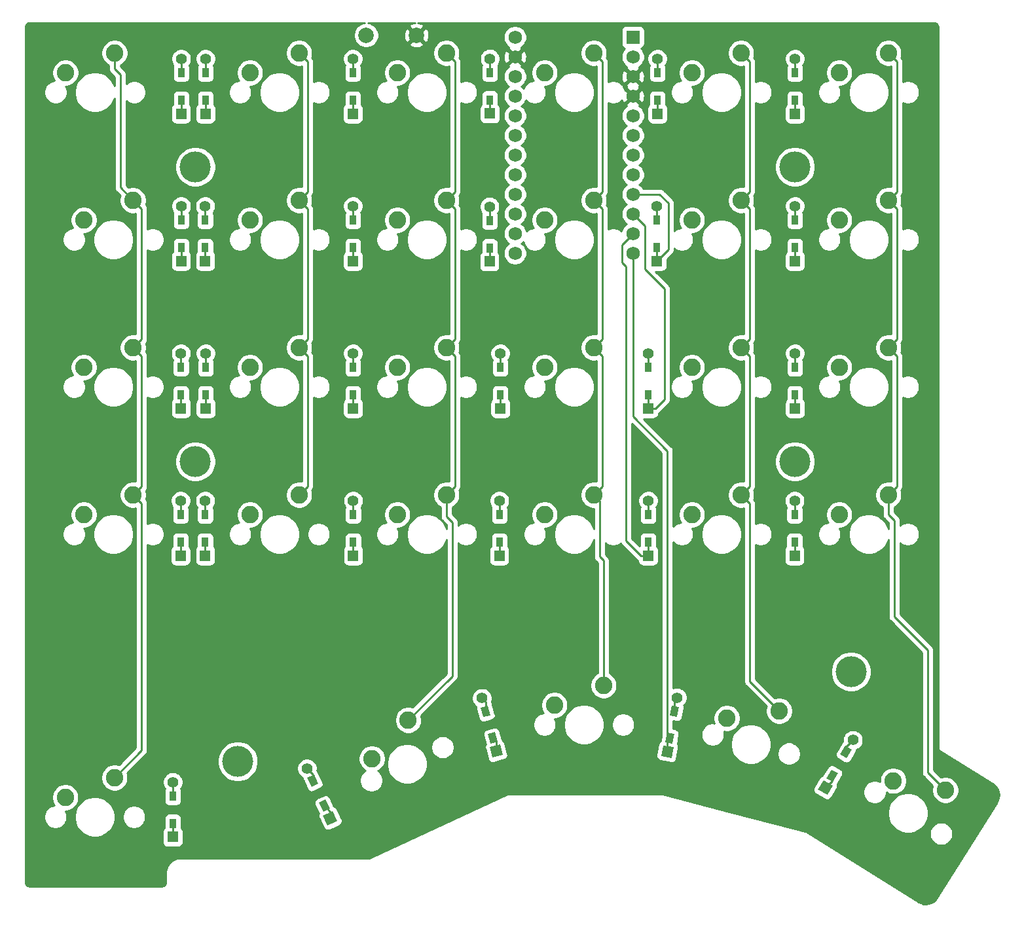
<source format=gbl>
%TF.GenerationSoftware,KiCad,Pcbnew,5.1.10-88a1d61d58~90~ubuntu20.04.1*%
%TF.CreationDate,2021-08-24T14:00:47+02:00*%
%TF.ProjectId,knuckle-pad,6b6e7563-6b6c-4652-9d70-61642e6b6963,rev?*%
%TF.SameCoordinates,Original*%
%TF.FileFunction,Copper,L2,Bot*%
%TF.FilePolarity,Positive*%
%FSLAX46Y46*%
G04 Gerber Fmt 4.6, Leading zero omitted, Abs format (unit mm)*
G04 Created by KiCad (PCBNEW 5.1.10-88a1d61d58~90~ubuntu20.04.1) date 2021-08-24 14:00:47*
%MOMM*%
%LPD*%
G01*
G04 APERTURE LIST*
%TA.AperFunction,ComponentPad*%
%ADD10C,2.250000*%
%TD*%
%TA.AperFunction,ComponentPad*%
%ADD11C,4.000000*%
%TD*%
%TA.AperFunction,ComponentPad*%
%ADD12C,1.752600*%
%TD*%
%TA.AperFunction,ComponentPad*%
%ADD13R,1.752600X1.752600*%
%TD*%
%TA.AperFunction,ComponentPad*%
%ADD14C,2.000000*%
%TD*%
%TA.AperFunction,SMDPad,CuDef*%
%ADD15C,0.100000*%
%TD*%
%TA.AperFunction,ComponentPad*%
%ADD16C,0.100000*%
%TD*%
%TA.AperFunction,ComponentPad*%
%ADD17C,1.397000*%
%TD*%
%TA.AperFunction,SMDPad,CuDef*%
%ADD18R,0.950000X1.300000*%
%TD*%
%TA.AperFunction,ComponentPad*%
%ADD19R,1.397000X1.397000*%
%TD*%
%TA.AperFunction,Conductor*%
%ADD20C,0.250000*%
%TD*%
%TA.AperFunction,Conductor*%
%ADD21C,0.254000*%
%TD*%
%TA.AperFunction,Conductor*%
%ADD22C,0.100000*%
%TD*%
G04 APERTURE END LIST*
D10*
%TO.P,SW29,2*%
%TO.N,col5*%
X200934032Y-133689911D03*
%TO.P,SW29,1*%
%TO.N,Net-(D29-Pad2)*%
X194202932Y-132478965D03*
%TD*%
%TO.P,SW28,2*%
%TO.N,col5*%
X193548000Y-95504000D03*
%TO.P,SW28,1*%
%TO.N,Net-(D28-Pad2)*%
X187198000Y-98044000D03*
%TD*%
%TO.P,SW27,2*%
%TO.N,col5*%
X193548000Y-76454000D03*
%TO.P,SW27,1*%
%TO.N,Net-(D27-Pad2)*%
X187198000Y-78994000D03*
%TD*%
%TO.P,SW26,2*%
%TO.N,col5*%
X193548000Y-57404000D03*
%TO.P,SW26,1*%
%TO.N,Net-(D26-Pad2)*%
X187198000Y-59944000D03*
%TD*%
%TO.P,SW25,2*%
%TO.N,col5*%
X193548000Y-38354000D03*
%TO.P,SW25,1*%
%TO.N,Net-(D25-Pad2)*%
X187198000Y-40894000D03*
%TD*%
%TO.P,SW24,2*%
%TO.N,col4*%
X179461514Y-123447379D03*
%TO.P,SW24,1*%
%TO.N,Net-(D24-Pad2)*%
X172685655Y-124375726D03*
%TD*%
%TO.P,SW23,2*%
%TO.N,col4*%
X174498000Y-95504000D03*
%TO.P,SW23,1*%
%TO.N,Net-(D23-Pad2)*%
X168148000Y-98044000D03*
%TD*%
%TO.P,SW22,2*%
%TO.N,col4*%
X174498000Y-76454000D03*
%TO.P,SW22,1*%
%TO.N,Net-(D22-Pad2)*%
X168148000Y-78994000D03*
%TD*%
%TO.P,SW21,2*%
%TO.N,col4*%
X174498000Y-57404000D03*
%TO.P,SW21,1*%
%TO.N,Net-(D21-Pad2)*%
X168148000Y-59944000D03*
%TD*%
%TO.P,SW20,2*%
%TO.N,col4*%
X174498000Y-38354000D03*
%TO.P,SW20,1*%
%TO.N,Net-(D20-Pad2)*%
X168148000Y-40894000D03*
%TD*%
%TO.P,SW19,2*%
%TO.N,col3*%
X156718000Y-120142000D03*
%TO.P,SW19,1*%
%TO.N,Net-(D19-Pad2)*%
X150368000Y-122682000D03*
%TD*%
%TO.P,SW18,2*%
%TO.N,col3*%
X155448000Y-95504000D03*
%TO.P,SW18,1*%
%TO.N,Net-(D18-Pad2)*%
X149098000Y-98044000D03*
%TD*%
%TO.P,SW17,2*%
%TO.N,col3*%
X155448000Y-76454000D03*
%TO.P,SW17,1*%
%TO.N,Net-(D17-Pad2)*%
X149098000Y-78994000D03*
%TD*%
%TO.P,SW16,2*%
%TO.N,col3*%
X155448000Y-57404000D03*
%TO.P,SW16,1*%
%TO.N,Net-(D16-Pad2)*%
X149098000Y-59944000D03*
%TD*%
%TO.P,SW15,2*%
%TO.N,col3*%
X155448000Y-38354000D03*
%TO.P,SW15,1*%
%TO.N,Net-(D15-Pad2)*%
X149098000Y-40894000D03*
%TD*%
%TO.P,SW14,2*%
%TO.N,col2*%
X131473121Y-124624506D03*
%TO.P,SW14,1*%
%TO.N,Net-(D14-Pad2)*%
X126791517Y-129610154D03*
%TD*%
%TO.P,SW13,2*%
%TO.N,col2*%
X136398000Y-95504000D03*
%TO.P,SW13,1*%
%TO.N,Net-(D13-Pad2)*%
X130048000Y-98044000D03*
%TD*%
%TO.P,SW12,2*%
%TO.N,col2*%
X136398000Y-76454000D03*
%TO.P,SW12,1*%
%TO.N,Net-(D12-Pad2)*%
X130048000Y-78994000D03*
%TD*%
%TO.P,SW11,2*%
%TO.N,col2*%
X136398000Y-57404000D03*
%TO.P,SW11,1*%
%TO.N,Net-(D11-Pad2)*%
X130048000Y-59944000D03*
%TD*%
%TO.P,SW10,2*%
%TO.N,col2*%
X136398000Y-38354000D03*
%TO.P,SW10,1*%
%TO.N,Net-(D10-Pad2)*%
X130048000Y-40894000D03*
%TD*%
%TO.P,SW9,2*%
%TO.N,col1*%
X117348000Y-95504000D03*
%TO.P,SW9,1*%
%TO.N,Net-(D9-Pad2)*%
X110998000Y-98044000D03*
%TD*%
%TO.P,SW8,2*%
%TO.N,col1*%
X117348000Y-76454000D03*
%TO.P,SW8,1*%
%TO.N,Net-(D8-Pad2)*%
X110998000Y-78994000D03*
%TD*%
%TO.P,SW7,2*%
%TO.N,col1*%
X117348000Y-57404000D03*
%TO.P,SW7,1*%
%TO.N,Net-(D7-Pad2)*%
X110998000Y-59944000D03*
%TD*%
%TO.P,SW6,2*%
%TO.N,col1*%
X117348000Y-38354000D03*
%TO.P,SW6,1*%
%TO.N,Net-(D6-Pad2)*%
X110998000Y-40894000D03*
%TD*%
%TO.P,SW5,2*%
%TO.N,col0*%
X93472000Y-132080000D03*
%TO.P,SW5,1*%
%TO.N,Net-(D5-Pad2)*%
X87122000Y-134620000D03*
%TD*%
%TO.P,SW4,2*%
%TO.N,col0*%
X95885000Y-95504000D03*
%TO.P,SW4,1*%
%TO.N,Net-(D4-Pad2)*%
X89535000Y-98044000D03*
%TD*%
%TO.P,SW3,2*%
%TO.N,col0*%
X95885000Y-76454000D03*
%TO.P,SW3,1*%
%TO.N,Net-(D3-Pad2)*%
X89535000Y-78994000D03*
%TD*%
%TO.P,SW2,2*%
%TO.N,col0*%
X95885000Y-57404000D03*
%TO.P,SW2,1*%
%TO.N,Net-(D2-Pad2)*%
X89535000Y-59944000D03*
%TD*%
%TO.P,SW1,2*%
%TO.N,col0*%
X93497400Y-38354000D03*
%TO.P,SW1,1*%
%TO.N,Net-(D1-Pad2)*%
X87147400Y-40894000D03*
%TD*%
D11*
%TO.P,H6,*%
%TO.N,*%
X188722000Y-118364000D03*
%TD*%
D12*
%TO.P,U1,24*%
%TO.N,Net-(U1-Pad24)*%
X145288000Y-36322000D03*
%TO.P,U1,12*%
%TO.N,row4*%
X160528000Y-64262000D03*
%TO.P,U1,23*%
%TO.N,GND*%
X145288000Y-38862000D03*
%TO.P,U1,22*%
%TO.N,RST*%
X145288000Y-41402000D03*
%TO.P,U1,21*%
%TO.N,VCC*%
X145288000Y-43942000D03*
%TO.P,U1,20*%
%TO.N,Net-(U1-Pad20)*%
X145288000Y-46482000D03*
%TO.P,U1,19*%
%TO.N,col0*%
X145288000Y-49022000D03*
%TO.P,U1,18*%
%TO.N,col1*%
X145288000Y-51562000D03*
%TO.P,U1,17*%
%TO.N,col2*%
X145288000Y-54102000D03*
%TO.P,U1,16*%
%TO.N,col3*%
X145288000Y-56642000D03*
%TO.P,U1,15*%
%TO.N,Net-(U1-Pad15)*%
X145288000Y-59182000D03*
%TO.P,U1,14*%
%TO.N,Net-(U1-Pad14)*%
X145288000Y-61722000D03*
%TO.P,U1,13*%
%TO.N,Net-(U1-Pad13)*%
X145288000Y-64262000D03*
%TO.P,U1,11*%
%TO.N,row3*%
X160528000Y-61722000D03*
%TO.P,U1,10*%
%TO.N,row2*%
X160528000Y-59182000D03*
%TO.P,U1,9*%
%TO.N,row1*%
X160528000Y-56642000D03*
%TO.P,U1,8*%
%TO.N,Net-(U1-Pad8)*%
X160528000Y-54102000D03*
%TO.P,U1,7*%
%TO.N,col4*%
X160528000Y-51562000D03*
%TO.P,U1,6*%
%TO.N,col5*%
X160528000Y-49022000D03*
%TO.P,U1,5*%
%TO.N,row0*%
X160528000Y-46482000D03*
%TO.P,U1,4*%
%TO.N,GND*%
X160528000Y-43942000D03*
%TO.P,U1,3*%
X160528000Y-41402000D03*
%TO.P,U1,2*%
%TO.N,Net-(U1-Pad2)*%
X160528000Y-38862000D03*
D13*
%TO.P,U1,1*%
%TO.N,Net-(U1-Pad1)*%
X160528000Y-36322000D03*
%TD*%
D14*
%TO.P,RST1,1*%
%TO.N,RST*%
X126036000Y-36068000D03*
%TO.P,RST1,2*%
%TO.N,GND*%
X132536000Y-36068000D03*
%TD*%
D11*
%TO.P,H5,*%
%TO.N,*%
X181483000Y-53086000D03*
%TD*%
%TO.P,H4,*%
%TO.N,*%
X103949500Y-91186000D03*
%TD*%
%TO.P,H3,*%
%TO.N,*%
X109435900Y-129984500D03*
%TD*%
%TO.P,H2,*%
%TO.N,*%
X103949500Y-53086000D03*
%TD*%
%TO.P,H1,*%
%TO.N,*%
X181483000Y-91186000D03*
%TD*%
%TA.AperFunction,SMDPad,CuDef*%
D15*
%TO.P,D29,1*%
%TO.N,row4*%
G36*
X186396862Y-132639612D02*
G01*
X185574138Y-132164612D01*
X186224138Y-131038778D01*
X187046862Y-131513778D01*
X186396862Y-132639612D01*
G37*
%TD.AperFunction*%
%TA.AperFunction,ComponentPad*%
D16*
G36*
X185678669Y-134330559D02*
G01*
X184468831Y-133632059D01*
X185167331Y-132422221D01*
X186377169Y-133120721D01*
X185678669Y-134330559D01*
G37*
%TD.AperFunction*%
D17*
%TO.P,D29,2*%
%TO.N,Net-(D29-Pad2)*%
X188973000Y-127227610D03*
%TA.AperFunction,SMDPad,CuDef*%
D15*
G36*
X188171862Y-129565222D02*
G01*
X187349138Y-129090222D01*
X187999138Y-127964388D01*
X188821862Y-128439388D01*
X188171862Y-129565222D01*
G37*
%TD.AperFunction*%
%TD*%
D18*
%TO.P,D28,1*%
%TO.N,row3*%
X181432200Y-101597000D03*
D19*
X181432200Y-103372000D03*
D17*
%TO.P,D28,2*%
%TO.N,Net-(D28-Pad2)*%
X181432200Y-96272000D03*
D18*
X181432200Y-98047000D03*
%TD*%
%TO.P,D27,1*%
%TO.N,row2*%
X181483000Y-82553000D03*
D19*
X181483000Y-84328000D03*
D17*
%TO.P,D27,2*%
%TO.N,Net-(D27-Pad2)*%
X181483000Y-77228000D03*
D18*
X181483000Y-79003000D03*
%TD*%
%TO.P,D26,1*%
%TO.N,row1*%
X181483000Y-63497000D03*
D19*
X181483000Y-65272000D03*
D17*
%TO.P,D26,2*%
%TO.N,Net-(D26-Pad2)*%
X181483000Y-58172000D03*
D18*
X181483000Y-59947000D03*
%TD*%
%TO.P,D25,1*%
%TO.N,row0*%
X181483000Y-44447000D03*
D19*
X181483000Y-46222000D03*
D17*
%TO.P,D25,2*%
%TO.N,Net-(D25-Pad2)*%
X181483000Y-39122000D03*
D18*
X181483000Y-40897000D03*
%TD*%
%TA.AperFunction,SMDPad,CuDef*%
D15*
%TO.P,D24,1*%
%TO.N,row4*%
G36*
X165654686Y-127692642D02*
G01*
X164719119Y-127527676D01*
X164944862Y-126247426D01*
X165880429Y-126412392D01*
X165654686Y-127692642D01*
G37*
%TD.AperFunction*%
%TA.AperFunction,ComponentPad*%
D16*
G36*
X165558144Y-129527249D02*
G01*
X164182368Y-129284663D01*
X164424954Y-127908887D01*
X165800730Y-128151473D01*
X165558144Y-129527249D01*
G37*
%TD.AperFunction*%
D17*
%TO.P,D24,2*%
%TO.N,Net-(D24-Pad2)*%
X166224451Y-121725932D03*
%TA.AperFunction,SMDPad,CuDef*%
D15*
G36*
X166271138Y-124196574D02*
G01*
X165335571Y-124031608D01*
X165561314Y-122751358D01*
X166496881Y-122916324D01*
X166271138Y-124196574D01*
G37*
%TD.AperFunction*%
%TD*%
D18*
%TO.P,D23,1*%
%TO.N,row3*%
X162509200Y-101600000D03*
D19*
X162509200Y-103375000D03*
D17*
%TO.P,D23,2*%
%TO.N,Net-(D23-Pad2)*%
X162509200Y-96275000D03*
D18*
X162509200Y-98050000D03*
%TD*%
%TO.P,D22,1*%
%TO.N,row2*%
X162509200Y-82553000D03*
D19*
X162509200Y-84328000D03*
D17*
%TO.P,D22,2*%
%TO.N,Net-(D22-Pad2)*%
X162509200Y-77228000D03*
D18*
X162509200Y-79003000D03*
%TD*%
%TO.P,D21,1*%
%TO.N,row1*%
X163639500Y-63497000D03*
D19*
X163639500Y-65272000D03*
D17*
%TO.P,D21,2*%
%TO.N,Net-(D21-Pad2)*%
X163639500Y-58172000D03*
D18*
X163639500Y-59947000D03*
%TD*%
%TO.P,D20,1*%
%TO.N,row0*%
X163703000Y-44447000D03*
D19*
X163703000Y-46222000D03*
D17*
%TO.P,D20,2*%
%TO.N,Net-(D20-Pad2)*%
X163703000Y-39122000D03*
D18*
X163703000Y-40897000D03*
%TD*%
%TA.AperFunction,SMDPad,CuDef*%
D15*
%TO.P,D19,1*%
%TO.N,row4*%
G36*
X143023855Y-127441431D02*
G01*
X142106226Y-127687309D01*
X141769761Y-126431605D01*
X142687390Y-126185727D01*
X143023855Y-127441431D01*
G37*
%TD.AperFunction*%
%TA.AperFunction,ComponentPad*%
D16*
G36*
X143711696Y-129144951D02*
G01*
X142362298Y-129506521D01*
X142000728Y-128157123D01*
X143350126Y-127795553D01*
X143711696Y-129144951D01*
G37*
%TD.AperFunction*%
D17*
%TO.P,D19,2*%
%TO.N,Net-(D19-Pad2)*%
X141018596Y-121792963D03*
%TA.AperFunction,SMDPad,CuDef*%
D15*
G36*
X142105047Y-124012395D02*
G01*
X141187418Y-124258273D01*
X140850953Y-123002569D01*
X141768582Y-122756691D01*
X142105047Y-124012395D01*
G37*
%TD.AperFunction*%
%TD*%
D18*
%TO.P,D18,1*%
%TO.N,row3*%
X143256000Y-101600000D03*
D19*
X143256000Y-103375000D03*
D17*
%TO.P,D18,2*%
%TO.N,Net-(D18-Pad2)*%
X143256000Y-96275000D03*
D18*
X143256000Y-98050000D03*
%TD*%
%TO.P,D17,1*%
%TO.N,row2*%
X143383000Y-82553000D03*
D19*
X143383000Y-84328000D03*
D17*
%TO.P,D17,2*%
%TO.N,Net-(D17-Pad2)*%
X143383000Y-77228000D03*
D18*
X143383000Y-79003000D03*
%TD*%
%TO.P,D16,1*%
%TO.N,row1*%
X141986000Y-63560500D03*
D19*
X141986000Y-65335500D03*
D17*
%TO.P,D16,2*%
%TO.N,Net-(D16-Pad2)*%
X141986000Y-58235500D03*
D18*
X141986000Y-60010500D03*
%TD*%
%TO.P,D15,1*%
%TO.N,row0*%
X142036800Y-44424600D03*
D19*
X142036800Y-46199600D03*
D17*
%TO.P,D15,2*%
%TO.N,Net-(D15-Pad2)*%
X142036800Y-39099600D03*
D18*
X142036800Y-40874600D03*
%TD*%
%TA.AperFunction,SMDPad,CuDef*%
D15*
%TO.P,D14,1*%
%TO.N,row4*%
G36*
X121343345Y-136109052D02*
G01*
X120482353Y-136510540D01*
X119932949Y-135332340D01*
X120793941Y-134930852D01*
X121343345Y-136109052D01*
G37*
%TD.AperFunction*%
%TA.AperFunction,ComponentPad*%
D16*
G36*
X122316550Y-137667250D02*
G01*
X121050438Y-138257648D01*
X120460040Y-136991536D01*
X121726152Y-136401138D01*
X122316550Y-137667250D01*
G37*
%TD.AperFunction*%
D17*
%TO.P,D14,2*%
%TO.N,Net-(D14-Pad2)*%
X118387705Y-130894607D03*
%TA.AperFunction,SMDPad,CuDef*%
D15*
G36*
X119843051Y-132891660D02*
G01*
X118982059Y-133293148D01*
X118432655Y-132114948D01*
X119293647Y-131713460D01*
X119843051Y-132891660D01*
G37*
%TD.AperFunction*%
%TD*%
D18*
%TO.P,D13,1*%
%TO.N,row3*%
X124358400Y-101597000D03*
D19*
X124358400Y-103372000D03*
D17*
%TO.P,D13,2*%
%TO.N,Net-(D13-Pad2)*%
X124358400Y-96272000D03*
D18*
X124358400Y-98047000D03*
%TD*%
%TO.P,D12,1*%
%TO.N,row2*%
X124333000Y-82553000D03*
D19*
X124333000Y-84328000D03*
D17*
%TO.P,D12,2*%
%TO.N,Net-(D12-Pad2)*%
X124333000Y-77228000D03*
D18*
X124333000Y-79003000D03*
%TD*%
%TO.P,D11,1*%
%TO.N,row1*%
X124333000Y-63497000D03*
D19*
X124333000Y-65272000D03*
D17*
%TO.P,D11,2*%
%TO.N,Net-(D11-Pad2)*%
X124333000Y-58172000D03*
D18*
X124333000Y-59947000D03*
%TD*%
%TO.P,D10,1*%
%TO.N,row0*%
X124307600Y-44447000D03*
D19*
X124307600Y-46222000D03*
D17*
%TO.P,D10,2*%
%TO.N,Net-(D10-Pad2)*%
X124307600Y-39122000D03*
D18*
X124307600Y-40897000D03*
%TD*%
%TO.P,D9,1*%
%TO.N,row3*%
X105219500Y-101603000D03*
D19*
X105219500Y-103378000D03*
D17*
%TO.P,D9,2*%
%TO.N,Net-(D9-Pad2)*%
X105219500Y-96278000D03*
D18*
X105219500Y-98053000D03*
%TD*%
%TO.P,D8,1*%
%TO.N,row2*%
X105283000Y-82553000D03*
D19*
X105283000Y-84328000D03*
D17*
%TO.P,D8,2*%
%TO.N,Net-(D8-Pad2)*%
X105283000Y-77228000D03*
D18*
X105283000Y-79003000D03*
%TD*%
%TO.P,D7,1*%
%TO.N,row1*%
X105219500Y-63497000D03*
D19*
X105219500Y-65272000D03*
D17*
%TO.P,D7,2*%
%TO.N,Net-(D7-Pad2)*%
X105219500Y-58172000D03*
D18*
X105219500Y-59947000D03*
%TD*%
%TO.P,D6,1*%
%TO.N,row0*%
X105257600Y-44447000D03*
D19*
X105257600Y-46222000D03*
D17*
%TO.P,D6,2*%
%TO.N,Net-(D6-Pad2)*%
X105257600Y-39122000D03*
D18*
X105257600Y-40897000D03*
%TD*%
%TO.P,D5,1*%
%TO.N,row4*%
X101028500Y-137982500D03*
D19*
X101028500Y-139757500D03*
D17*
%TO.P,D5,2*%
%TO.N,Net-(D5-Pad2)*%
X101028500Y-132657500D03*
D18*
X101028500Y-134432500D03*
%TD*%
%TO.P,D4,1*%
%TO.N,row3*%
X102031800Y-101597000D03*
D19*
X102031800Y-103372000D03*
D17*
%TO.P,D4,2*%
%TO.N,Net-(D4-Pad2)*%
X102031800Y-96272000D03*
D18*
X102031800Y-98047000D03*
%TD*%
%TO.P,D3,1*%
%TO.N,row2*%
X102082600Y-82547000D03*
D19*
X102082600Y-84322000D03*
D17*
%TO.P,D3,2*%
%TO.N,Net-(D3-Pad2)*%
X102082600Y-77222000D03*
D18*
X102082600Y-78997000D03*
%TD*%
%TO.P,D2,1*%
%TO.N,row1*%
X102108000Y-63497000D03*
D19*
X102108000Y-65272000D03*
D17*
%TO.P,D2,2*%
%TO.N,Net-(D2-Pad2)*%
X102108000Y-58172000D03*
D18*
X102108000Y-59947000D03*
%TD*%
%TO.P,D1,2*%
%TO.N,Net-(D1-Pad2)*%
X102108000Y-40897000D03*
D17*
X102108000Y-39122000D03*
D19*
%TO.P,D1,1*%
%TO.N,row0*%
X102108000Y-46222000D03*
D18*
X102108000Y-44447000D03*
%TD*%
D20*
%TO.N,row0*%
X102108000Y-46222000D02*
X102108000Y-44447000D01*
X105257600Y-46222000D02*
X105257600Y-44447000D01*
X124307600Y-46222000D02*
X124307600Y-44447000D01*
X142036800Y-46199600D02*
X142036800Y-44424600D01*
X163703000Y-46222000D02*
X163703000Y-44447000D01*
X181483000Y-46222000D02*
X181483000Y-44447000D01*
%TO.N,Net-(D1-Pad2)*%
X102108000Y-40897000D02*
X102108000Y-39122000D01*
%TO.N,row1*%
X102108000Y-63497000D02*
X102108000Y-65272000D01*
X105219500Y-65272000D02*
X105219500Y-63497000D01*
X181483000Y-63497000D02*
X181483000Y-65272000D01*
X163639500Y-63497000D02*
X163639500Y-65272000D01*
X141986000Y-65335500D02*
X141986000Y-63560500D01*
X124333000Y-63497000D02*
X124333000Y-65272000D01*
X163982400Y-56642000D02*
X160528000Y-56642000D01*
X165100000Y-57759600D02*
X163982400Y-56642000D01*
X165100000Y-63811500D02*
X165100000Y-57759600D01*
X163639500Y-65272000D02*
X165100000Y-63811500D01*
%TO.N,Net-(D2-Pad2)*%
X102108000Y-59947000D02*
X102108000Y-58172000D01*
%TO.N,row2*%
X102082600Y-82547000D02*
X102082600Y-84322000D01*
X105283000Y-82553000D02*
X105283000Y-84328000D01*
X124333000Y-82553000D02*
X124333000Y-84328000D01*
X143383000Y-82553000D02*
X143383000Y-84328000D01*
X162509200Y-82553000D02*
X162509200Y-84328000D01*
X181483000Y-82553000D02*
X181483000Y-84328000D01*
X162052000Y-60706000D02*
X160528000Y-59182000D01*
X162052000Y-66294000D02*
X162052000Y-60706000D01*
X164592000Y-68834000D02*
X162052000Y-66294000D01*
X164592000Y-83193700D02*
X164592000Y-68834000D01*
X163457700Y-84328000D02*
X164592000Y-83193700D01*
X162509200Y-84328000D02*
X163457700Y-84328000D01*
%TO.N,Net-(D3-Pad2)*%
X102082600Y-78997000D02*
X102082600Y-77222000D01*
%TO.N,row3*%
X181432200Y-103372000D02*
X181432200Y-101597000D01*
X162509200Y-103375000D02*
X162509200Y-101600000D01*
X143256000Y-101600000D02*
X143256000Y-103375000D01*
X124358400Y-103372000D02*
X124358400Y-101597000D01*
X105219500Y-103378000D02*
X105219500Y-101603000D01*
X102031800Y-103372000D02*
X102031800Y-101597000D01*
X159105600Y-63144400D02*
X160528000Y-61722000D01*
X159105600Y-65430400D02*
X159105600Y-63144400D01*
X159664400Y-65989200D02*
X159105600Y-65430400D01*
X159664400Y-101478700D02*
X159664400Y-65989200D01*
X161560700Y-103375000D02*
X159664400Y-101478700D01*
X162509200Y-103375000D02*
X161560700Y-103375000D01*
%TO.N,Net-(D4-Pad2)*%
X102031800Y-98047000D02*
X102031800Y-96272000D01*
%TO.N,row4*%
X186310500Y-132488890D02*
X185423000Y-133376390D01*
X186310500Y-131839195D02*
X186310500Y-132488890D01*
X164991549Y-127278259D02*
X165299774Y-126970034D01*
X164991549Y-128718068D02*
X164991549Y-127278259D01*
X142856212Y-127395922D02*
X142396808Y-126936518D01*
X142856212Y-128651037D02*
X142856212Y-127395922D01*
X121388295Y-136470844D02*
X120638147Y-135720696D01*
X121388295Y-137329393D02*
X121388295Y-136470844D01*
X101028500Y-139757500D02*
X101028500Y-137982500D01*
X160528000Y-85344000D02*
X160528000Y-64262000D01*
X164991549Y-89807549D02*
X160528000Y-85344000D01*
X164991549Y-128718068D02*
X164991549Y-89807549D01*
%TO.N,Net-(D5-Pad2)*%
X101028500Y-134432500D02*
X101028500Y-132657500D01*
%TO.N,Net-(D6-Pad2)*%
X105257600Y-40897000D02*
X105257600Y-39122000D01*
%TO.N,Net-(D7-Pad2)*%
X105219500Y-59947000D02*
X105219500Y-58172000D01*
%TO.N,Net-(D8-Pad2)*%
X105283000Y-79003000D02*
X105283000Y-77228000D01*
%TO.N,Net-(D9-Pad2)*%
X105219500Y-98053000D02*
X105219500Y-96278000D01*
%TO.N,Net-(D10-Pad2)*%
X124307600Y-40897000D02*
X124307600Y-39122000D01*
%TO.N,Net-(D11-Pad2)*%
X124333000Y-59947000D02*
X124333000Y-58172000D01*
%TO.N,Net-(D12-Pad2)*%
X124333000Y-79003000D02*
X124333000Y-77228000D01*
%TO.N,Net-(D13-Pad2)*%
X124358400Y-98047000D02*
X124358400Y-96272000D01*
%TO.N,Net-(D14-Pad2)*%
X119137853Y-131644755D02*
X118387705Y-130894607D01*
X119137853Y-132503304D02*
X119137853Y-131644755D01*
%TO.N,Net-(D15-Pad2)*%
X142036800Y-40874600D02*
X142036800Y-39099600D01*
%TO.N,Net-(D16-Pad2)*%
X141986000Y-60010500D02*
X141986000Y-58235500D01*
%TO.N,Net-(D17-Pad2)*%
X143383000Y-79003000D02*
X143383000Y-77228000D01*
%TO.N,Net-(D18-Pad2)*%
X143256000Y-98050000D02*
X143256000Y-96275000D01*
%TO.N,Net-(D19-Pad2)*%
X141478000Y-122252367D02*
X141018596Y-121792963D01*
X141478000Y-123507482D02*
X141478000Y-122252367D01*
%TO.N,Net-(D20-Pad2)*%
X163703000Y-40897000D02*
X163703000Y-39122000D01*
%TO.N,Net-(D21-Pad2)*%
X163639500Y-59947000D02*
X163639500Y-58172000D01*
%TO.N,Net-(D22-Pad2)*%
X162509200Y-79003000D02*
X162509200Y-77228000D01*
%TO.N,Net-(D23-Pad2)*%
X162509200Y-98050000D02*
X162509200Y-96275000D01*
%TO.N,Net-(D24-Pad2)*%
X165916226Y-122034157D02*
X166224451Y-121725932D01*
X165916226Y-123473966D02*
X165916226Y-122034157D01*
%TO.N,Net-(D25-Pad2)*%
X181483000Y-40897000D02*
X181483000Y-39122000D01*
%TO.N,Net-(D26-Pad2)*%
X181483000Y-59947000D02*
X181483000Y-58172000D01*
%TO.N,Net-(D27-Pad2)*%
X181483000Y-79003000D02*
X181483000Y-77228000D01*
%TO.N,Net-(D28-Pad2)*%
X181432200Y-98047000D02*
X181432200Y-96272000D01*
%TO.N,Net-(D29-Pad2)*%
X188085500Y-128115110D02*
X188973000Y-127227610D01*
X188085500Y-128764805D02*
X188085500Y-128115110D01*
%TO.N,col0*%
X93497400Y-38354000D02*
X93497400Y-40411400D01*
X93497400Y-40411400D02*
X94234000Y-41148000D01*
X94234000Y-55753000D02*
X95885000Y-57404000D01*
X94234000Y-41148000D02*
X94234000Y-55753000D01*
X97009999Y-75329001D02*
X95885000Y-76454000D01*
X97009999Y-58528999D02*
X97009999Y-75329001D01*
X95885000Y-57404000D02*
X97009999Y-58528999D01*
X97009999Y-94379001D02*
X95885000Y-95504000D01*
X97009999Y-77578999D02*
X97009999Y-94379001D01*
X95885000Y-76454000D02*
X97009999Y-77578999D01*
X97009999Y-128542001D02*
X93472000Y-132080000D01*
X97009999Y-96628999D02*
X97009999Y-128542001D01*
X95885000Y-95504000D02*
X97009999Y-96628999D01*
%TO.N,col1*%
X118472999Y-56279001D02*
X117348000Y-57404000D01*
X118472999Y-39478999D02*
X118472999Y-56279001D01*
X117348000Y-38354000D02*
X118472999Y-39478999D01*
X118472999Y-75329001D02*
X117348000Y-76454000D01*
X118472999Y-58528999D02*
X118472999Y-75329001D01*
X117348000Y-57404000D02*
X118472999Y-58528999D01*
X118472999Y-94379001D02*
X117348000Y-95504000D01*
X118472999Y-77578999D02*
X118472999Y-94379001D01*
X117348000Y-76454000D02*
X118472999Y-77578999D01*
%TO.N,col2*%
X137522999Y-56279001D02*
X136398000Y-57404000D01*
X137522999Y-39478999D02*
X137522999Y-56279001D01*
X136398000Y-38354000D02*
X137522999Y-39478999D01*
X137522999Y-75329001D02*
X136398000Y-76454000D01*
X137522999Y-58528999D02*
X137522999Y-75329001D01*
X136398000Y-57404000D02*
X137522999Y-58528999D01*
X137522999Y-94379001D02*
X136398000Y-95504000D01*
X137522999Y-77578999D02*
X137522999Y-94379001D01*
X136398000Y-76454000D02*
X137522999Y-77578999D01*
X136398000Y-95504000D02*
X136398000Y-98298000D01*
X136398000Y-98298000D02*
X137160000Y-99060000D01*
X137160000Y-118937627D02*
X131473121Y-124624506D01*
X137160000Y-99060000D02*
X137160000Y-118937627D01*
%TO.N,col3*%
X156572999Y-56279001D02*
X155448000Y-57404000D01*
X156572999Y-39478999D02*
X156572999Y-56279001D01*
X155448000Y-38354000D02*
X156572999Y-39478999D01*
X156572999Y-75329001D02*
X155448000Y-76454000D01*
X156572999Y-58528999D02*
X156572999Y-75329001D01*
X155448000Y-57404000D02*
X156572999Y-58528999D01*
X156572999Y-94379001D02*
X155448000Y-95504000D01*
X156572999Y-77578999D02*
X156572999Y-94379001D01*
X155448000Y-76454000D02*
X156572999Y-77578999D01*
X156718000Y-104013000D02*
X156718000Y-120142000D01*
X156210000Y-103505000D02*
X156718000Y-104013000D01*
X156210000Y-96266000D02*
X156210000Y-103505000D01*
X155448000Y-95504000D02*
X156210000Y-96266000D01*
%TO.N,col4*%
X175622999Y-56279001D02*
X174498000Y-57404000D01*
X175622999Y-39478999D02*
X175622999Y-56279001D01*
X174498000Y-38354000D02*
X175622999Y-39478999D01*
X175622999Y-75329001D02*
X174498000Y-76454000D01*
X175622999Y-58528999D02*
X175622999Y-75329001D01*
X174498000Y-57404000D02*
X175622999Y-58528999D01*
X175622999Y-94379001D02*
X174498000Y-95504000D01*
X175622999Y-77578999D02*
X175622999Y-94379001D01*
X174498000Y-76454000D02*
X175622999Y-77578999D01*
X175622999Y-119608864D02*
X179461514Y-123447379D01*
X175622999Y-96628999D02*
X175622999Y-119608864D01*
X174498000Y-95504000D02*
X175622999Y-96628999D01*
%TO.N,col5*%
X194310000Y-75692000D02*
X193548000Y-76454000D01*
X194310000Y-94742000D02*
X193548000Y-95504000D01*
X193548000Y-95504000D02*
X193548000Y-98044000D01*
X193548000Y-98044000D02*
X194310000Y-98806000D01*
X194310000Y-98806000D02*
X194310000Y-111252000D01*
X194310000Y-111252000D02*
X198628000Y-115570000D01*
X198628000Y-131383879D02*
X200934032Y-133689911D01*
X198628000Y-115570000D02*
X198628000Y-131383879D01*
X194310000Y-56642000D02*
X193548000Y-57404000D01*
X194672999Y-56279001D02*
X193548000Y-57404000D01*
X194672999Y-39478999D02*
X194672999Y-56279001D01*
X193548000Y-38354000D02*
X194672999Y-39478999D01*
X194672999Y-75329001D02*
X193548000Y-76454000D01*
X194672999Y-58528999D02*
X194672999Y-75329001D01*
X193548000Y-57404000D02*
X194672999Y-58528999D01*
X194672999Y-94379001D02*
X193548000Y-95504000D01*
X194672999Y-77578999D02*
X194672999Y-94379001D01*
X193548000Y-76454000D02*
X194672999Y-77578999D01*
%TD*%
D21*
%TO.N,GND*%
X125559088Y-34495832D02*
X125261537Y-34619082D01*
X124993748Y-34798013D01*
X124766013Y-35025748D01*
X124587082Y-35293537D01*
X124463832Y-35591088D01*
X124401000Y-35906967D01*
X124401000Y-36229033D01*
X124463832Y-36544912D01*
X124587082Y-36842463D01*
X124766013Y-37110252D01*
X124993748Y-37337987D01*
X125261537Y-37516918D01*
X125559088Y-37640168D01*
X125874967Y-37703000D01*
X126197033Y-37703000D01*
X126512912Y-37640168D01*
X126810463Y-37516918D01*
X127078252Y-37337987D01*
X127212826Y-37203413D01*
X131580192Y-37203413D01*
X131675956Y-37467814D01*
X131965571Y-37608704D01*
X132277108Y-37690384D01*
X132598595Y-37709718D01*
X132917675Y-37665961D01*
X133222088Y-37560795D01*
X133396044Y-37467814D01*
X133491808Y-37203413D01*
X132536000Y-36247605D01*
X131580192Y-37203413D01*
X127212826Y-37203413D01*
X127305987Y-37110252D01*
X127484918Y-36842463D01*
X127608168Y-36544912D01*
X127671000Y-36229033D01*
X127671000Y-36130595D01*
X130894282Y-36130595D01*
X130938039Y-36449675D01*
X131043205Y-36754088D01*
X131136186Y-36928044D01*
X131400587Y-37023808D01*
X132356395Y-36068000D01*
X132715605Y-36068000D01*
X133671413Y-37023808D01*
X133935814Y-36928044D01*
X134076704Y-36638429D01*
X134158384Y-36326892D01*
X134167629Y-36173150D01*
X143776700Y-36173150D01*
X143776700Y-36470850D01*
X143834778Y-36762830D01*
X143948703Y-37037869D01*
X144114096Y-37285398D01*
X144324602Y-37495904D01*
X144487809Y-37604955D01*
X144420437Y-37814831D01*
X145288000Y-38682395D01*
X146155563Y-37814831D01*
X146088191Y-37604955D01*
X146251398Y-37495904D01*
X146461904Y-37285398D01*
X146627297Y-37037869D01*
X146741222Y-36762830D01*
X146799300Y-36470850D01*
X146799300Y-36173150D01*
X146741222Y-35881170D01*
X146627297Y-35606131D01*
X146520101Y-35445700D01*
X159013628Y-35445700D01*
X159013628Y-37198300D01*
X159025888Y-37322782D01*
X159062198Y-37442480D01*
X159121163Y-37552794D01*
X159200515Y-37649485D01*
X159297206Y-37728837D01*
X159407520Y-37787802D01*
X159451542Y-37801156D01*
X159354096Y-37898602D01*
X159188703Y-38146131D01*
X159074778Y-38421170D01*
X159016700Y-38713150D01*
X159016700Y-39010850D01*
X159074778Y-39302830D01*
X159188703Y-39577869D01*
X159354096Y-39825398D01*
X159564602Y-40035904D01*
X159727809Y-40144955D01*
X159660437Y-40354831D01*
X160528000Y-41222395D01*
X161395563Y-40354831D01*
X161328191Y-40144955D01*
X161491398Y-40035904D01*
X161701904Y-39825398D01*
X161867297Y-39577869D01*
X161981222Y-39302830D01*
X162039300Y-39010850D01*
X162039300Y-38990662D01*
X162369500Y-38990662D01*
X162369500Y-39253338D01*
X162420746Y-39510968D01*
X162521268Y-39753649D01*
X162660391Y-39961862D01*
X162638498Y-40002820D01*
X162602188Y-40122518D01*
X162589928Y-40247000D01*
X162589928Y-41547000D01*
X162602188Y-41671482D01*
X162638498Y-41791180D01*
X162697463Y-41901494D01*
X162776815Y-41998185D01*
X162873506Y-42077537D01*
X162983820Y-42136502D01*
X163103518Y-42172812D01*
X163228000Y-42185072D01*
X164178000Y-42185072D01*
X164302482Y-42172812D01*
X164422180Y-42136502D01*
X164532494Y-42077537D01*
X164629185Y-41998185D01*
X164708537Y-41901494D01*
X164767502Y-41791180D01*
X164803812Y-41671482D01*
X164816072Y-41547000D01*
X164816072Y-40247000D01*
X164803812Y-40122518D01*
X164767502Y-40002820D01*
X164745609Y-39961862D01*
X164884732Y-39753649D01*
X164985254Y-39510968D01*
X165036500Y-39253338D01*
X165036500Y-38990662D01*
X164985254Y-38733032D01*
X164884732Y-38490351D01*
X164738797Y-38271943D01*
X164647509Y-38180655D01*
X172738000Y-38180655D01*
X172738000Y-38527345D01*
X172805636Y-38867373D01*
X172938308Y-39187673D01*
X173130919Y-39475935D01*
X173376065Y-39721081D01*
X173664327Y-39913692D01*
X173984627Y-40046364D01*
X174324655Y-40114000D01*
X174671345Y-40114000D01*
X174862999Y-40075878D01*
X174863000Y-55682123D01*
X174671345Y-55644000D01*
X174324655Y-55644000D01*
X173984627Y-55711636D01*
X173664327Y-55844308D01*
X173376065Y-56036919D01*
X173130919Y-56282065D01*
X172938308Y-56570327D01*
X172805636Y-56890627D01*
X172738000Y-57230655D01*
X172738000Y-57577345D01*
X172805636Y-57917373D01*
X172938308Y-58237673D01*
X173130919Y-58525935D01*
X173376065Y-58771081D01*
X173664327Y-58963692D01*
X173984627Y-59096364D01*
X174324655Y-59164000D01*
X174671345Y-59164000D01*
X174862999Y-59125878D01*
X174863000Y-74732123D01*
X174671345Y-74694000D01*
X174324655Y-74694000D01*
X173984627Y-74761636D01*
X173664327Y-74894308D01*
X173376065Y-75086919D01*
X173130919Y-75332065D01*
X172938308Y-75620327D01*
X172805636Y-75940627D01*
X172738000Y-76280655D01*
X172738000Y-76627345D01*
X172805636Y-76967373D01*
X172938308Y-77287673D01*
X173130919Y-77575935D01*
X173376065Y-77821081D01*
X173664327Y-78013692D01*
X173984627Y-78146364D01*
X174324655Y-78214000D01*
X174671345Y-78214000D01*
X174862999Y-78175878D01*
X174863000Y-93782123D01*
X174671345Y-93744000D01*
X174324655Y-93744000D01*
X173984627Y-93811636D01*
X173664327Y-93944308D01*
X173376065Y-94136919D01*
X173130919Y-94382065D01*
X172938308Y-94670327D01*
X172805636Y-94990627D01*
X172738000Y-95330655D01*
X172738000Y-95677345D01*
X172805636Y-96017373D01*
X172938308Y-96337673D01*
X173130919Y-96625935D01*
X173376065Y-96871081D01*
X173664327Y-97063692D01*
X173984627Y-97196364D01*
X174324655Y-97264000D01*
X174671345Y-97264000D01*
X174862999Y-97225878D01*
X174863000Y-119571531D01*
X174859323Y-119608864D01*
X174873997Y-119757849D01*
X174917453Y-119901110D01*
X174988025Y-120033140D01*
X175059200Y-120119866D01*
X175082999Y-120148865D01*
X175111997Y-120172663D01*
X177799666Y-122860333D01*
X177769150Y-122934006D01*
X177701514Y-123274034D01*
X177701514Y-123620724D01*
X177769150Y-123960752D01*
X177901822Y-124281052D01*
X178094433Y-124569314D01*
X178339579Y-124814460D01*
X178627841Y-125007071D01*
X178948141Y-125139743D01*
X179288169Y-125207379D01*
X179634859Y-125207379D01*
X179974887Y-125139743D01*
X180295187Y-125007071D01*
X180583449Y-124814460D01*
X180828595Y-124569314D01*
X181021206Y-124281052D01*
X181153878Y-123960752D01*
X181221514Y-123620724D01*
X181221514Y-123274034D01*
X181153878Y-122934006D01*
X181021206Y-122613706D01*
X180828595Y-122325444D01*
X180583449Y-122080298D01*
X180295187Y-121887687D01*
X179974887Y-121755015D01*
X179634859Y-121687379D01*
X179288169Y-121687379D01*
X178948141Y-121755015D01*
X178874468Y-121785531D01*
X176382999Y-119294063D01*
X176382999Y-118104475D01*
X186087000Y-118104475D01*
X186087000Y-118623525D01*
X186188261Y-119132601D01*
X186386893Y-119612141D01*
X186675262Y-120043715D01*
X187042285Y-120410738D01*
X187473859Y-120699107D01*
X187953399Y-120897739D01*
X188462475Y-120999000D01*
X188981525Y-120999000D01*
X189490601Y-120897739D01*
X189970141Y-120699107D01*
X190401715Y-120410738D01*
X190768738Y-120043715D01*
X191057107Y-119612141D01*
X191255739Y-119132601D01*
X191357000Y-118623525D01*
X191357000Y-118104475D01*
X191255739Y-117595399D01*
X191057107Y-117115859D01*
X190768738Y-116684285D01*
X190401715Y-116317262D01*
X189970141Y-116028893D01*
X189490601Y-115830261D01*
X188981525Y-115729000D01*
X188462475Y-115729000D01*
X187953399Y-115830261D01*
X187473859Y-116028893D01*
X187042285Y-116317262D01*
X186675262Y-116684285D01*
X186386893Y-117115859D01*
X186188261Y-117595399D01*
X186087000Y-118104475D01*
X176382999Y-118104475D01*
X176382999Y-102673500D01*
X180095628Y-102673500D01*
X180095628Y-104070500D01*
X180107888Y-104194982D01*
X180144198Y-104314680D01*
X180203163Y-104424994D01*
X180282515Y-104521685D01*
X180379206Y-104601037D01*
X180489520Y-104660002D01*
X180609218Y-104696312D01*
X180733700Y-104708572D01*
X182130700Y-104708572D01*
X182255182Y-104696312D01*
X182374880Y-104660002D01*
X182485194Y-104601037D01*
X182581885Y-104521685D01*
X182661237Y-104424994D01*
X182720202Y-104314680D01*
X182756512Y-104194982D01*
X182768772Y-104070500D01*
X182768772Y-102673500D01*
X182756512Y-102549018D01*
X182720202Y-102429320D01*
X182661237Y-102319006D01*
X182581885Y-102222315D01*
X182545272Y-102192268D01*
X182545272Y-100947000D01*
X182533012Y-100822518D01*
X182496702Y-100702820D01*
X182437737Y-100592506D01*
X182358385Y-100495815D01*
X182284621Y-100435278D01*
X184418000Y-100435278D01*
X184418000Y-100732722D01*
X184476029Y-101024451D01*
X184589856Y-101299253D01*
X184755107Y-101546569D01*
X184965431Y-101756893D01*
X185212747Y-101922144D01*
X185487549Y-102035971D01*
X185779278Y-102094000D01*
X186076722Y-102094000D01*
X186368451Y-102035971D01*
X186643253Y-101922144D01*
X186890569Y-101756893D01*
X187100893Y-101546569D01*
X187266144Y-101299253D01*
X187379971Y-101024451D01*
X187438000Y-100732722D01*
X187438000Y-100435278D01*
X187416080Y-100325076D01*
X188379100Y-100325076D01*
X188379100Y-100842924D01*
X188480127Y-101350822D01*
X188678299Y-101829251D01*
X188966000Y-102259826D01*
X189332174Y-102626000D01*
X189762749Y-102913701D01*
X190241178Y-103111873D01*
X190749076Y-103212900D01*
X191266924Y-103212900D01*
X191774822Y-103111873D01*
X192253251Y-102913701D01*
X192683826Y-102626000D01*
X193050000Y-102259826D01*
X193337701Y-101829251D01*
X193535873Y-101350822D01*
X193550000Y-101279800D01*
X193550001Y-111214668D01*
X193546324Y-111252000D01*
X193560998Y-111400985D01*
X193604454Y-111544246D01*
X193675026Y-111676276D01*
X193746201Y-111763002D01*
X193770000Y-111792001D01*
X193798998Y-111815799D01*
X197868000Y-115884802D01*
X197868001Y-131346546D01*
X197864324Y-131383879D01*
X197878998Y-131532864D01*
X197922454Y-131676125D01*
X197993026Y-131808155D01*
X198030582Y-131853916D01*
X198088000Y-131923880D01*
X198116998Y-131947678D01*
X199272184Y-133102865D01*
X199241668Y-133176538D01*
X199174032Y-133516566D01*
X199174032Y-133863256D01*
X199241668Y-134203284D01*
X199374340Y-134523584D01*
X199566951Y-134811846D01*
X199812097Y-135056992D01*
X200100359Y-135249603D01*
X200420659Y-135382275D01*
X200760687Y-135449911D01*
X201107377Y-135449911D01*
X201447405Y-135382275D01*
X201767705Y-135249603D01*
X202055967Y-135056992D01*
X202301113Y-134811846D01*
X202493724Y-134523584D01*
X202626396Y-134203284D01*
X202694032Y-133863256D01*
X202694032Y-133516566D01*
X202626396Y-133176538D01*
X202493724Y-132856238D01*
X202301113Y-132567976D01*
X202055967Y-132322830D01*
X201767705Y-132130219D01*
X201447405Y-131997547D01*
X201107377Y-131929911D01*
X200760687Y-131929911D01*
X200420659Y-131997547D01*
X200346986Y-132028063D01*
X199388000Y-131069078D01*
X199388000Y-115607322D01*
X199391676Y-115569999D01*
X199388000Y-115532676D01*
X199388000Y-115532667D01*
X199377003Y-115421014D01*
X199333546Y-115277753D01*
X199262974Y-115145724D01*
X199168001Y-115029999D01*
X199139004Y-115006202D01*
X195070000Y-110937199D01*
X195070000Y-101701462D01*
X195125431Y-101756893D01*
X195372747Y-101922144D01*
X195647549Y-102035971D01*
X195939278Y-102094000D01*
X196236722Y-102094000D01*
X196528451Y-102035971D01*
X196803253Y-101922144D01*
X197050569Y-101756893D01*
X197260893Y-101546569D01*
X197426144Y-101299253D01*
X197539971Y-101024451D01*
X197598000Y-100732722D01*
X197598000Y-100435278D01*
X197539971Y-100143549D01*
X197426144Y-99868747D01*
X197260893Y-99621431D01*
X197050569Y-99411107D01*
X196803253Y-99245856D01*
X196528451Y-99132029D01*
X196236722Y-99074000D01*
X195939278Y-99074000D01*
X195647549Y-99132029D01*
X195372747Y-99245856D01*
X195125431Y-99411107D01*
X195070000Y-99466538D01*
X195070000Y-98843325D01*
X195073676Y-98806000D01*
X195070000Y-98768675D01*
X195070000Y-98768667D01*
X195059003Y-98657014D01*
X195015546Y-98513753D01*
X194944974Y-98381724D01*
X194850001Y-98265999D01*
X194821004Y-98242202D01*
X194308000Y-97729199D01*
X194308000Y-97094208D01*
X194381673Y-97063692D01*
X194669935Y-96871081D01*
X194915081Y-96625935D01*
X195107692Y-96337673D01*
X195240364Y-96017373D01*
X195308000Y-95677345D01*
X195308000Y-95330655D01*
X195240364Y-94990627D01*
X195211281Y-94920413D01*
X195213000Y-94919002D01*
X195307973Y-94803277D01*
X195378545Y-94671248D01*
X195422002Y-94527987D01*
X195432999Y-94416334D01*
X195432999Y-94416324D01*
X195436675Y-94379001D01*
X195432999Y-94341678D01*
X195432999Y-82897101D01*
X195647549Y-82985971D01*
X195939278Y-83044000D01*
X196236722Y-83044000D01*
X196528451Y-82985971D01*
X196803253Y-82872144D01*
X197050569Y-82706893D01*
X197260893Y-82496569D01*
X197426144Y-82249253D01*
X197539971Y-81974451D01*
X197598000Y-81682722D01*
X197598000Y-81385278D01*
X197539971Y-81093549D01*
X197426144Y-80818747D01*
X197260893Y-80571431D01*
X197050569Y-80361107D01*
X196803253Y-80195856D01*
X196528451Y-80082029D01*
X196236722Y-80024000D01*
X195939278Y-80024000D01*
X195647549Y-80082029D01*
X195432999Y-80170899D01*
X195432999Y-77616322D01*
X195436675Y-77578999D01*
X195432999Y-77541676D01*
X195432999Y-77541666D01*
X195422002Y-77430013D01*
X195378545Y-77286752D01*
X195307973Y-77154723D01*
X195213000Y-77038998D01*
X195211281Y-77037587D01*
X195240364Y-76967373D01*
X195308000Y-76627345D01*
X195308000Y-76280655D01*
X195240364Y-75940627D01*
X195211281Y-75870413D01*
X195213000Y-75869002D01*
X195307973Y-75753277D01*
X195378545Y-75621248D01*
X195422002Y-75477987D01*
X195432999Y-75366334D01*
X195432999Y-75366324D01*
X195436675Y-75329001D01*
X195432999Y-75291678D01*
X195432999Y-63847101D01*
X195647549Y-63935971D01*
X195939278Y-63994000D01*
X196236722Y-63994000D01*
X196528451Y-63935971D01*
X196803253Y-63822144D01*
X197050569Y-63656893D01*
X197260893Y-63446569D01*
X197426144Y-63199253D01*
X197539971Y-62924451D01*
X197598000Y-62632722D01*
X197598000Y-62335278D01*
X197539971Y-62043549D01*
X197426144Y-61768747D01*
X197260893Y-61521431D01*
X197050569Y-61311107D01*
X196803253Y-61145856D01*
X196528451Y-61032029D01*
X196236722Y-60974000D01*
X195939278Y-60974000D01*
X195647549Y-61032029D01*
X195432999Y-61120899D01*
X195432999Y-58566322D01*
X195436675Y-58528999D01*
X195432999Y-58491676D01*
X195432999Y-58491666D01*
X195422002Y-58380013D01*
X195378545Y-58236752D01*
X195307973Y-58104723D01*
X195213000Y-57988998D01*
X195211281Y-57987587D01*
X195240364Y-57917373D01*
X195308000Y-57577345D01*
X195308000Y-57230655D01*
X195240364Y-56890627D01*
X195211281Y-56820413D01*
X195213000Y-56819002D01*
X195307973Y-56703277D01*
X195378545Y-56571248D01*
X195422002Y-56427987D01*
X195432999Y-56316334D01*
X195432999Y-56316324D01*
X195436675Y-56279001D01*
X195432999Y-56241678D01*
X195432999Y-44797101D01*
X195647549Y-44885971D01*
X195939278Y-44944000D01*
X196236722Y-44944000D01*
X196528451Y-44885971D01*
X196803253Y-44772144D01*
X197050569Y-44606893D01*
X197260893Y-44396569D01*
X197426144Y-44149253D01*
X197539971Y-43874451D01*
X197598000Y-43582722D01*
X197598000Y-43285278D01*
X197539971Y-42993549D01*
X197426144Y-42718747D01*
X197260893Y-42471431D01*
X197050569Y-42261107D01*
X196803253Y-42095856D01*
X196528451Y-41982029D01*
X196236722Y-41924000D01*
X195939278Y-41924000D01*
X195647549Y-41982029D01*
X195432999Y-42070899D01*
X195432999Y-39516322D01*
X195436675Y-39478999D01*
X195432999Y-39441676D01*
X195432999Y-39441666D01*
X195422002Y-39330013D01*
X195378545Y-39186752D01*
X195307973Y-39054723D01*
X195213000Y-38938998D01*
X195211281Y-38937587D01*
X195240364Y-38867373D01*
X195308000Y-38527345D01*
X195308000Y-38180655D01*
X195240364Y-37840627D01*
X195107692Y-37520327D01*
X194915081Y-37232065D01*
X194669935Y-36986919D01*
X194381673Y-36794308D01*
X194061373Y-36661636D01*
X193721345Y-36594000D01*
X193374655Y-36594000D01*
X193034627Y-36661636D01*
X192714327Y-36794308D01*
X192426065Y-36986919D01*
X192180919Y-37232065D01*
X191988308Y-37520327D01*
X191855636Y-37840627D01*
X191788000Y-38180655D01*
X191788000Y-38527345D01*
X191855636Y-38867373D01*
X191988308Y-39187673D01*
X192180919Y-39475935D01*
X192426065Y-39721081D01*
X192714327Y-39913692D01*
X193034627Y-40046364D01*
X193374655Y-40114000D01*
X193721345Y-40114000D01*
X193912999Y-40075878D01*
X193913000Y-55682123D01*
X193721345Y-55644000D01*
X193374655Y-55644000D01*
X193034627Y-55711636D01*
X192714327Y-55844308D01*
X192426065Y-56036919D01*
X192180919Y-56282065D01*
X191988308Y-56570327D01*
X191855636Y-56890627D01*
X191788000Y-57230655D01*
X191788000Y-57577345D01*
X191855636Y-57917373D01*
X191988308Y-58237673D01*
X192180919Y-58525935D01*
X192426065Y-58771081D01*
X192714327Y-58963692D01*
X193034627Y-59096364D01*
X193374655Y-59164000D01*
X193721345Y-59164000D01*
X193912999Y-59125878D01*
X193913000Y-74732123D01*
X193721345Y-74694000D01*
X193374655Y-74694000D01*
X193034627Y-74761636D01*
X192714327Y-74894308D01*
X192426065Y-75086919D01*
X192180919Y-75332065D01*
X191988308Y-75620327D01*
X191855636Y-75940627D01*
X191788000Y-76280655D01*
X191788000Y-76627345D01*
X191855636Y-76967373D01*
X191988308Y-77287673D01*
X192180919Y-77575935D01*
X192426065Y-77821081D01*
X192714327Y-78013692D01*
X193034627Y-78146364D01*
X193374655Y-78214000D01*
X193721345Y-78214000D01*
X193912999Y-78175878D01*
X193913000Y-93782123D01*
X193721345Y-93744000D01*
X193374655Y-93744000D01*
X193034627Y-93811636D01*
X192714327Y-93944308D01*
X192426065Y-94136919D01*
X192180919Y-94382065D01*
X191988308Y-94670327D01*
X191855636Y-94990627D01*
X191788000Y-95330655D01*
X191788000Y-95677345D01*
X191855636Y-96017373D01*
X191988308Y-96337673D01*
X192180919Y-96625935D01*
X192426065Y-96871081D01*
X192714327Y-97063692D01*
X192788001Y-97094208D01*
X192788001Y-98006668D01*
X192784324Y-98044000D01*
X192788001Y-98081333D01*
X192788297Y-98084333D01*
X192798998Y-98192985D01*
X192842454Y-98336246D01*
X192913026Y-98468276D01*
X192979273Y-98548997D01*
X193008000Y-98584001D01*
X193036998Y-98607799D01*
X193550000Y-99120802D01*
X193550000Y-99888200D01*
X193535873Y-99817178D01*
X193337701Y-99338749D01*
X193050000Y-98908174D01*
X192683826Y-98542000D01*
X192253251Y-98254299D01*
X191774822Y-98056127D01*
X191266924Y-97955100D01*
X190749076Y-97955100D01*
X190241178Y-98056127D01*
X189762749Y-98254299D01*
X189332174Y-98542000D01*
X188966000Y-98908174D01*
X188678299Y-99338749D01*
X188480127Y-99817178D01*
X188379100Y-100325076D01*
X187416080Y-100325076D01*
X187379971Y-100143549D01*
X187266144Y-99868747D01*
X187222882Y-99804000D01*
X187371345Y-99804000D01*
X187711373Y-99736364D01*
X188031673Y-99603692D01*
X188319935Y-99411081D01*
X188565081Y-99165935D01*
X188757692Y-98877673D01*
X188890364Y-98557373D01*
X188958000Y-98217345D01*
X188958000Y-97870655D01*
X188890364Y-97530627D01*
X188757692Y-97210327D01*
X188565081Y-96922065D01*
X188319935Y-96676919D01*
X188031673Y-96484308D01*
X187711373Y-96351636D01*
X187371345Y-96284000D01*
X187024655Y-96284000D01*
X186684627Y-96351636D01*
X186364327Y-96484308D01*
X186076065Y-96676919D01*
X185830919Y-96922065D01*
X185638308Y-97210327D01*
X185505636Y-97530627D01*
X185438000Y-97870655D01*
X185438000Y-98217345D01*
X185505636Y-98557373D01*
X185638308Y-98877673D01*
X185770638Y-99075719D01*
X185487549Y-99132029D01*
X185212747Y-99245856D01*
X184965431Y-99411107D01*
X184755107Y-99621431D01*
X184589856Y-99868747D01*
X184476029Y-100143549D01*
X184418000Y-100435278D01*
X182284621Y-100435278D01*
X182261694Y-100416463D01*
X182151380Y-100357498D01*
X182031682Y-100321188D01*
X181907200Y-100308928D01*
X180957200Y-100308928D01*
X180832718Y-100321188D01*
X180713020Y-100357498D01*
X180602706Y-100416463D01*
X180506015Y-100495815D01*
X180426663Y-100592506D01*
X180367698Y-100702820D01*
X180331388Y-100822518D01*
X180319128Y-100947000D01*
X180319128Y-102192268D01*
X180282515Y-102222315D01*
X180203163Y-102319006D01*
X180144198Y-102429320D01*
X180107888Y-102549018D01*
X180095628Y-102673500D01*
X176382999Y-102673500D01*
X176382999Y-101947101D01*
X176597549Y-102035971D01*
X176889278Y-102094000D01*
X177186722Y-102094000D01*
X177478451Y-102035971D01*
X177753253Y-101922144D01*
X178000569Y-101756893D01*
X178210893Y-101546569D01*
X178376144Y-101299253D01*
X178489971Y-101024451D01*
X178548000Y-100732722D01*
X178548000Y-100435278D01*
X178489971Y-100143549D01*
X178376144Y-99868747D01*
X178210893Y-99621431D01*
X178000569Y-99411107D01*
X177753253Y-99245856D01*
X177478451Y-99132029D01*
X177186722Y-99074000D01*
X176889278Y-99074000D01*
X176597549Y-99132029D01*
X176382999Y-99220899D01*
X176382999Y-96666322D01*
X176386675Y-96628999D01*
X176382999Y-96591676D01*
X176382999Y-96591666D01*
X176372002Y-96480013D01*
X176328545Y-96336752D01*
X176257973Y-96204723D01*
X176205400Y-96140662D01*
X180098700Y-96140662D01*
X180098700Y-96403338D01*
X180149946Y-96660968D01*
X180250468Y-96903649D01*
X180389591Y-97111862D01*
X180367698Y-97152820D01*
X180331388Y-97272518D01*
X180319128Y-97397000D01*
X180319128Y-98697000D01*
X180331388Y-98821482D01*
X180367698Y-98941180D01*
X180426663Y-99051494D01*
X180506015Y-99148185D01*
X180602706Y-99227537D01*
X180713020Y-99286502D01*
X180832718Y-99322812D01*
X180957200Y-99335072D01*
X181907200Y-99335072D01*
X182031682Y-99322812D01*
X182151380Y-99286502D01*
X182261694Y-99227537D01*
X182358385Y-99148185D01*
X182437737Y-99051494D01*
X182496702Y-98941180D01*
X182533012Y-98821482D01*
X182545272Y-98697000D01*
X182545272Y-97397000D01*
X182533012Y-97272518D01*
X182496702Y-97152820D01*
X182474809Y-97111862D01*
X182613932Y-96903649D01*
X182714454Y-96660968D01*
X182765700Y-96403338D01*
X182765700Y-96140662D01*
X182714454Y-95883032D01*
X182613932Y-95640351D01*
X182467997Y-95421943D01*
X182282257Y-95236203D01*
X182063849Y-95090268D01*
X181821168Y-94989746D01*
X181563538Y-94938500D01*
X181300862Y-94938500D01*
X181043232Y-94989746D01*
X180800551Y-95090268D01*
X180582143Y-95236203D01*
X180396403Y-95421943D01*
X180250468Y-95640351D01*
X180149946Y-95883032D01*
X180098700Y-96140662D01*
X176205400Y-96140662D01*
X176163000Y-96088998D01*
X176161281Y-96087587D01*
X176190364Y-96017373D01*
X176258000Y-95677345D01*
X176258000Y-95330655D01*
X176190364Y-94990627D01*
X176161281Y-94920413D01*
X176163000Y-94919002D01*
X176257973Y-94803277D01*
X176328545Y-94671248D01*
X176372002Y-94527987D01*
X176382999Y-94416334D01*
X176382999Y-94416324D01*
X176386675Y-94379001D01*
X176382999Y-94341678D01*
X176382999Y-90926475D01*
X178848000Y-90926475D01*
X178848000Y-91445525D01*
X178949261Y-91954601D01*
X179147893Y-92434141D01*
X179436262Y-92865715D01*
X179803285Y-93232738D01*
X180234859Y-93521107D01*
X180714399Y-93719739D01*
X181223475Y-93821000D01*
X181742525Y-93821000D01*
X182251601Y-93719739D01*
X182731141Y-93521107D01*
X183162715Y-93232738D01*
X183529738Y-92865715D01*
X183818107Y-92434141D01*
X184016739Y-91954601D01*
X184118000Y-91445525D01*
X184118000Y-90926475D01*
X184016739Y-90417399D01*
X183818107Y-89937859D01*
X183529738Y-89506285D01*
X183162715Y-89139262D01*
X182731141Y-88850893D01*
X182251601Y-88652261D01*
X181742525Y-88551000D01*
X181223475Y-88551000D01*
X180714399Y-88652261D01*
X180234859Y-88850893D01*
X179803285Y-89139262D01*
X179436262Y-89506285D01*
X179147893Y-89937859D01*
X178949261Y-90417399D01*
X178848000Y-90926475D01*
X176382999Y-90926475D01*
X176382999Y-83629500D01*
X180146428Y-83629500D01*
X180146428Y-85026500D01*
X180158688Y-85150982D01*
X180194998Y-85270680D01*
X180253963Y-85380994D01*
X180333315Y-85477685D01*
X180430006Y-85557037D01*
X180540320Y-85616002D01*
X180660018Y-85652312D01*
X180784500Y-85664572D01*
X182181500Y-85664572D01*
X182305982Y-85652312D01*
X182425680Y-85616002D01*
X182535994Y-85557037D01*
X182632685Y-85477685D01*
X182712037Y-85380994D01*
X182771002Y-85270680D01*
X182807312Y-85150982D01*
X182819572Y-85026500D01*
X182819572Y-83629500D01*
X182807312Y-83505018D01*
X182771002Y-83385320D01*
X182712037Y-83275006D01*
X182632685Y-83178315D01*
X182596072Y-83148268D01*
X182596072Y-81903000D01*
X182583812Y-81778518D01*
X182547502Y-81658820D01*
X182488537Y-81548506D01*
X182409185Y-81451815D01*
X182328110Y-81385278D01*
X184418000Y-81385278D01*
X184418000Y-81682722D01*
X184476029Y-81974451D01*
X184589856Y-82249253D01*
X184755107Y-82496569D01*
X184965431Y-82706893D01*
X185212747Y-82872144D01*
X185487549Y-82985971D01*
X185779278Y-83044000D01*
X186076722Y-83044000D01*
X186368451Y-82985971D01*
X186643253Y-82872144D01*
X186890569Y-82706893D01*
X187100893Y-82496569D01*
X187266144Y-82249253D01*
X187379971Y-81974451D01*
X187438000Y-81682722D01*
X187438000Y-81385278D01*
X187416080Y-81275076D01*
X188379100Y-81275076D01*
X188379100Y-81792924D01*
X188480127Y-82300822D01*
X188678299Y-82779251D01*
X188966000Y-83209826D01*
X189332174Y-83576000D01*
X189762749Y-83863701D01*
X190241178Y-84061873D01*
X190749076Y-84162900D01*
X191266924Y-84162900D01*
X191774822Y-84061873D01*
X192253251Y-83863701D01*
X192683826Y-83576000D01*
X193050000Y-83209826D01*
X193337701Y-82779251D01*
X193535873Y-82300822D01*
X193636900Y-81792924D01*
X193636900Y-81275076D01*
X193535873Y-80767178D01*
X193337701Y-80288749D01*
X193050000Y-79858174D01*
X192683826Y-79492000D01*
X192253251Y-79204299D01*
X191774822Y-79006127D01*
X191266924Y-78905100D01*
X190749076Y-78905100D01*
X190241178Y-79006127D01*
X189762749Y-79204299D01*
X189332174Y-79492000D01*
X188966000Y-79858174D01*
X188678299Y-80288749D01*
X188480127Y-80767178D01*
X188379100Y-81275076D01*
X187416080Y-81275076D01*
X187379971Y-81093549D01*
X187266144Y-80818747D01*
X187222882Y-80754000D01*
X187371345Y-80754000D01*
X187711373Y-80686364D01*
X188031673Y-80553692D01*
X188319935Y-80361081D01*
X188565081Y-80115935D01*
X188757692Y-79827673D01*
X188890364Y-79507373D01*
X188958000Y-79167345D01*
X188958000Y-78820655D01*
X188890364Y-78480627D01*
X188757692Y-78160327D01*
X188565081Y-77872065D01*
X188319935Y-77626919D01*
X188031673Y-77434308D01*
X187711373Y-77301636D01*
X187371345Y-77234000D01*
X187024655Y-77234000D01*
X186684627Y-77301636D01*
X186364327Y-77434308D01*
X186076065Y-77626919D01*
X185830919Y-77872065D01*
X185638308Y-78160327D01*
X185505636Y-78480627D01*
X185438000Y-78820655D01*
X185438000Y-79167345D01*
X185505636Y-79507373D01*
X185638308Y-79827673D01*
X185770638Y-80025719D01*
X185487549Y-80082029D01*
X185212747Y-80195856D01*
X184965431Y-80361107D01*
X184755107Y-80571431D01*
X184589856Y-80818747D01*
X184476029Y-81093549D01*
X184418000Y-81385278D01*
X182328110Y-81385278D01*
X182312494Y-81372463D01*
X182202180Y-81313498D01*
X182082482Y-81277188D01*
X181958000Y-81264928D01*
X181008000Y-81264928D01*
X180883518Y-81277188D01*
X180763820Y-81313498D01*
X180653506Y-81372463D01*
X180556815Y-81451815D01*
X180477463Y-81548506D01*
X180418498Y-81658820D01*
X180382188Y-81778518D01*
X180369928Y-81903000D01*
X180369928Y-83148268D01*
X180333315Y-83178315D01*
X180253963Y-83275006D01*
X180194998Y-83385320D01*
X180158688Y-83505018D01*
X180146428Y-83629500D01*
X176382999Y-83629500D01*
X176382999Y-82897101D01*
X176597549Y-82985971D01*
X176889278Y-83044000D01*
X177186722Y-83044000D01*
X177478451Y-82985971D01*
X177753253Y-82872144D01*
X178000569Y-82706893D01*
X178210893Y-82496569D01*
X178376144Y-82249253D01*
X178489971Y-81974451D01*
X178548000Y-81682722D01*
X178548000Y-81385278D01*
X178489971Y-81093549D01*
X178376144Y-80818747D01*
X178210893Y-80571431D01*
X178000569Y-80361107D01*
X177753253Y-80195856D01*
X177478451Y-80082029D01*
X177186722Y-80024000D01*
X176889278Y-80024000D01*
X176597549Y-80082029D01*
X176382999Y-80170899D01*
X176382999Y-77616322D01*
X176386675Y-77578999D01*
X176382999Y-77541676D01*
X176382999Y-77541666D01*
X176372002Y-77430013D01*
X176328545Y-77286752D01*
X176257973Y-77154723D01*
X176210324Y-77096662D01*
X180149500Y-77096662D01*
X180149500Y-77359338D01*
X180200746Y-77616968D01*
X180301268Y-77859649D01*
X180440391Y-78067862D01*
X180418498Y-78108820D01*
X180382188Y-78228518D01*
X180369928Y-78353000D01*
X180369928Y-79653000D01*
X180382188Y-79777482D01*
X180418498Y-79897180D01*
X180477463Y-80007494D01*
X180556815Y-80104185D01*
X180653506Y-80183537D01*
X180763820Y-80242502D01*
X180883518Y-80278812D01*
X181008000Y-80291072D01*
X181958000Y-80291072D01*
X182082482Y-80278812D01*
X182202180Y-80242502D01*
X182312494Y-80183537D01*
X182409185Y-80104185D01*
X182488537Y-80007494D01*
X182547502Y-79897180D01*
X182583812Y-79777482D01*
X182596072Y-79653000D01*
X182596072Y-78353000D01*
X182583812Y-78228518D01*
X182547502Y-78108820D01*
X182525609Y-78067862D01*
X182664732Y-77859649D01*
X182765254Y-77616968D01*
X182816500Y-77359338D01*
X182816500Y-77096662D01*
X182765254Y-76839032D01*
X182664732Y-76596351D01*
X182518797Y-76377943D01*
X182333057Y-76192203D01*
X182114649Y-76046268D01*
X181871968Y-75945746D01*
X181614338Y-75894500D01*
X181351662Y-75894500D01*
X181094032Y-75945746D01*
X180851351Y-76046268D01*
X180632943Y-76192203D01*
X180447203Y-76377943D01*
X180301268Y-76596351D01*
X180200746Y-76839032D01*
X180149500Y-77096662D01*
X176210324Y-77096662D01*
X176163000Y-77038998D01*
X176161281Y-77037587D01*
X176190364Y-76967373D01*
X176258000Y-76627345D01*
X176258000Y-76280655D01*
X176190364Y-75940627D01*
X176161281Y-75870413D01*
X176163000Y-75869002D01*
X176257973Y-75753277D01*
X176328545Y-75621248D01*
X176372002Y-75477987D01*
X176382999Y-75366334D01*
X176382999Y-75366324D01*
X176386675Y-75329001D01*
X176382999Y-75291678D01*
X176382999Y-64573500D01*
X180146428Y-64573500D01*
X180146428Y-65970500D01*
X180158688Y-66094982D01*
X180194998Y-66214680D01*
X180253963Y-66324994D01*
X180333315Y-66421685D01*
X180430006Y-66501037D01*
X180540320Y-66560002D01*
X180660018Y-66596312D01*
X180784500Y-66608572D01*
X182181500Y-66608572D01*
X182305982Y-66596312D01*
X182425680Y-66560002D01*
X182535994Y-66501037D01*
X182632685Y-66421685D01*
X182712037Y-66324994D01*
X182771002Y-66214680D01*
X182807312Y-66094982D01*
X182819572Y-65970500D01*
X182819572Y-64573500D01*
X182807312Y-64449018D01*
X182771002Y-64329320D01*
X182712037Y-64219006D01*
X182632685Y-64122315D01*
X182596072Y-64092268D01*
X182596072Y-62847000D01*
X182583812Y-62722518D01*
X182547502Y-62602820D01*
X182488537Y-62492506D01*
X182409185Y-62395815D01*
X182335421Y-62335278D01*
X184418000Y-62335278D01*
X184418000Y-62632722D01*
X184476029Y-62924451D01*
X184589856Y-63199253D01*
X184755107Y-63446569D01*
X184965431Y-63656893D01*
X185212747Y-63822144D01*
X185487549Y-63935971D01*
X185779278Y-63994000D01*
X186076722Y-63994000D01*
X186368451Y-63935971D01*
X186643253Y-63822144D01*
X186890569Y-63656893D01*
X187100893Y-63446569D01*
X187266144Y-63199253D01*
X187379971Y-62924451D01*
X187438000Y-62632722D01*
X187438000Y-62335278D01*
X187416080Y-62225076D01*
X188379100Y-62225076D01*
X188379100Y-62742924D01*
X188480127Y-63250822D01*
X188678299Y-63729251D01*
X188966000Y-64159826D01*
X189332174Y-64526000D01*
X189762749Y-64813701D01*
X190241178Y-65011873D01*
X190749076Y-65112900D01*
X191266924Y-65112900D01*
X191774822Y-65011873D01*
X192253251Y-64813701D01*
X192683826Y-64526000D01*
X193050000Y-64159826D01*
X193337701Y-63729251D01*
X193535873Y-63250822D01*
X193636900Y-62742924D01*
X193636900Y-62225076D01*
X193535873Y-61717178D01*
X193337701Y-61238749D01*
X193050000Y-60808174D01*
X192683826Y-60442000D01*
X192253251Y-60154299D01*
X191774822Y-59956127D01*
X191266924Y-59855100D01*
X190749076Y-59855100D01*
X190241178Y-59956127D01*
X189762749Y-60154299D01*
X189332174Y-60442000D01*
X188966000Y-60808174D01*
X188678299Y-61238749D01*
X188480127Y-61717178D01*
X188379100Y-62225076D01*
X187416080Y-62225076D01*
X187379971Y-62043549D01*
X187266144Y-61768747D01*
X187222882Y-61704000D01*
X187371345Y-61704000D01*
X187711373Y-61636364D01*
X188031673Y-61503692D01*
X188319935Y-61311081D01*
X188565081Y-61065935D01*
X188757692Y-60777673D01*
X188890364Y-60457373D01*
X188958000Y-60117345D01*
X188958000Y-59770655D01*
X188890364Y-59430627D01*
X188757692Y-59110327D01*
X188565081Y-58822065D01*
X188319935Y-58576919D01*
X188031673Y-58384308D01*
X187711373Y-58251636D01*
X187371345Y-58184000D01*
X187024655Y-58184000D01*
X186684627Y-58251636D01*
X186364327Y-58384308D01*
X186076065Y-58576919D01*
X185830919Y-58822065D01*
X185638308Y-59110327D01*
X185505636Y-59430627D01*
X185438000Y-59770655D01*
X185438000Y-60117345D01*
X185505636Y-60457373D01*
X185638308Y-60777673D01*
X185770638Y-60975719D01*
X185487549Y-61032029D01*
X185212747Y-61145856D01*
X184965431Y-61311107D01*
X184755107Y-61521431D01*
X184589856Y-61768747D01*
X184476029Y-62043549D01*
X184418000Y-62335278D01*
X182335421Y-62335278D01*
X182312494Y-62316463D01*
X182202180Y-62257498D01*
X182082482Y-62221188D01*
X181958000Y-62208928D01*
X181008000Y-62208928D01*
X180883518Y-62221188D01*
X180763820Y-62257498D01*
X180653506Y-62316463D01*
X180556815Y-62395815D01*
X180477463Y-62492506D01*
X180418498Y-62602820D01*
X180382188Y-62722518D01*
X180369928Y-62847000D01*
X180369928Y-64092268D01*
X180333315Y-64122315D01*
X180253963Y-64219006D01*
X180194998Y-64329320D01*
X180158688Y-64449018D01*
X180146428Y-64573500D01*
X176382999Y-64573500D01*
X176382999Y-63847101D01*
X176597549Y-63935971D01*
X176889278Y-63994000D01*
X177186722Y-63994000D01*
X177478451Y-63935971D01*
X177753253Y-63822144D01*
X178000569Y-63656893D01*
X178210893Y-63446569D01*
X178376144Y-63199253D01*
X178489971Y-62924451D01*
X178548000Y-62632722D01*
X178548000Y-62335278D01*
X178489971Y-62043549D01*
X178376144Y-61768747D01*
X178210893Y-61521431D01*
X178000569Y-61311107D01*
X177753253Y-61145856D01*
X177478451Y-61032029D01*
X177186722Y-60974000D01*
X176889278Y-60974000D01*
X176597549Y-61032029D01*
X176382999Y-61120899D01*
X176382999Y-58566322D01*
X176386675Y-58528999D01*
X176382999Y-58491676D01*
X176382999Y-58491666D01*
X176372002Y-58380013D01*
X176328545Y-58236752D01*
X176257973Y-58104723D01*
X176205400Y-58040662D01*
X180149500Y-58040662D01*
X180149500Y-58303338D01*
X180200746Y-58560968D01*
X180301268Y-58803649D01*
X180440391Y-59011862D01*
X180418498Y-59052820D01*
X180382188Y-59172518D01*
X180369928Y-59297000D01*
X180369928Y-60597000D01*
X180382188Y-60721482D01*
X180418498Y-60841180D01*
X180477463Y-60951494D01*
X180556815Y-61048185D01*
X180653506Y-61127537D01*
X180763820Y-61186502D01*
X180883518Y-61222812D01*
X181008000Y-61235072D01*
X181958000Y-61235072D01*
X182082482Y-61222812D01*
X182202180Y-61186502D01*
X182312494Y-61127537D01*
X182409185Y-61048185D01*
X182488537Y-60951494D01*
X182547502Y-60841180D01*
X182583812Y-60721482D01*
X182596072Y-60597000D01*
X182596072Y-59297000D01*
X182583812Y-59172518D01*
X182547502Y-59052820D01*
X182525609Y-59011862D01*
X182664732Y-58803649D01*
X182765254Y-58560968D01*
X182816500Y-58303338D01*
X182816500Y-58040662D01*
X182765254Y-57783032D01*
X182664732Y-57540351D01*
X182518797Y-57321943D01*
X182333057Y-57136203D01*
X182114649Y-56990268D01*
X181871968Y-56889746D01*
X181614338Y-56838500D01*
X181351662Y-56838500D01*
X181094032Y-56889746D01*
X180851351Y-56990268D01*
X180632943Y-57136203D01*
X180447203Y-57321943D01*
X180301268Y-57540351D01*
X180200746Y-57783032D01*
X180149500Y-58040662D01*
X176205400Y-58040662D01*
X176163000Y-57988998D01*
X176161281Y-57987587D01*
X176190364Y-57917373D01*
X176258000Y-57577345D01*
X176258000Y-57230655D01*
X176190364Y-56890627D01*
X176161281Y-56820413D01*
X176163000Y-56819002D01*
X176257973Y-56703277D01*
X176328545Y-56571248D01*
X176372002Y-56427987D01*
X176382999Y-56316334D01*
X176382999Y-56316324D01*
X176386675Y-56279001D01*
X176382999Y-56241678D01*
X176382999Y-52826475D01*
X178848000Y-52826475D01*
X178848000Y-53345525D01*
X178949261Y-53854601D01*
X179147893Y-54334141D01*
X179436262Y-54765715D01*
X179803285Y-55132738D01*
X180234859Y-55421107D01*
X180714399Y-55619739D01*
X181223475Y-55721000D01*
X181742525Y-55721000D01*
X182251601Y-55619739D01*
X182731141Y-55421107D01*
X183162715Y-55132738D01*
X183529738Y-54765715D01*
X183818107Y-54334141D01*
X184016739Y-53854601D01*
X184118000Y-53345525D01*
X184118000Y-52826475D01*
X184016739Y-52317399D01*
X183818107Y-51837859D01*
X183529738Y-51406285D01*
X183162715Y-51039262D01*
X182731141Y-50750893D01*
X182251601Y-50552261D01*
X181742525Y-50451000D01*
X181223475Y-50451000D01*
X180714399Y-50552261D01*
X180234859Y-50750893D01*
X179803285Y-51039262D01*
X179436262Y-51406285D01*
X179147893Y-51837859D01*
X178949261Y-52317399D01*
X178848000Y-52826475D01*
X176382999Y-52826475D01*
X176382999Y-45523500D01*
X180146428Y-45523500D01*
X180146428Y-46920500D01*
X180158688Y-47044982D01*
X180194998Y-47164680D01*
X180253963Y-47274994D01*
X180333315Y-47371685D01*
X180430006Y-47451037D01*
X180540320Y-47510002D01*
X180660018Y-47546312D01*
X180784500Y-47558572D01*
X182181500Y-47558572D01*
X182305982Y-47546312D01*
X182425680Y-47510002D01*
X182535994Y-47451037D01*
X182632685Y-47371685D01*
X182712037Y-47274994D01*
X182771002Y-47164680D01*
X182807312Y-47044982D01*
X182819572Y-46920500D01*
X182819572Y-45523500D01*
X182807312Y-45399018D01*
X182771002Y-45279320D01*
X182712037Y-45169006D01*
X182632685Y-45072315D01*
X182596072Y-45042268D01*
X182596072Y-43797000D01*
X182583812Y-43672518D01*
X182547502Y-43552820D01*
X182488537Y-43442506D01*
X182409185Y-43345815D01*
X182335421Y-43285278D01*
X184418000Y-43285278D01*
X184418000Y-43582722D01*
X184476029Y-43874451D01*
X184589856Y-44149253D01*
X184755107Y-44396569D01*
X184965431Y-44606893D01*
X185212747Y-44772144D01*
X185487549Y-44885971D01*
X185779278Y-44944000D01*
X186076722Y-44944000D01*
X186368451Y-44885971D01*
X186643253Y-44772144D01*
X186890569Y-44606893D01*
X187100893Y-44396569D01*
X187266144Y-44149253D01*
X187379971Y-43874451D01*
X187438000Y-43582722D01*
X187438000Y-43285278D01*
X187416080Y-43175076D01*
X188379100Y-43175076D01*
X188379100Y-43692924D01*
X188480127Y-44200822D01*
X188678299Y-44679251D01*
X188966000Y-45109826D01*
X189332174Y-45476000D01*
X189762749Y-45763701D01*
X190241178Y-45961873D01*
X190749076Y-46062900D01*
X191266924Y-46062900D01*
X191774822Y-45961873D01*
X192253251Y-45763701D01*
X192683826Y-45476000D01*
X193050000Y-45109826D01*
X193337701Y-44679251D01*
X193535873Y-44200822D01*
X193636900Y-43692924D01*
X193636900Y-43175076D01*
X193535873Y-42667178D01*
X193337701Y-42188749D01*
X193050000Y-41758174D01*
X192683826Y-41392000D01*
X192253251Y-41104299D01*
X191774822Y-40906127D01*
X191266924Y-40805100D01*
X190749076Y-40805100D01*
X190241178Y-40906127D01*
X189762749Y-41104299D01*
X189332174Y-41392000D01*
X188966000Y-41758174D01*
X188678299Y-42188749D01*
X188480127Y-42667178D01*
X188379100Y-43175076D01*
X187416080Y-43175076D01*
X187379971Y-42993549D01*
X187266144Y-42718747D01*
X187222882Y-42654000D01*
X187371345Y-42654000D01*
X187711373Y-42586364D01*
X188031673Y-42453692D01*
X188319935Y-42261081D01*
X188565081Y-42015935D01*
X188757692Y-41727673D01*
X188890364Y-41407373D01*
X188958000Y-41067345D01*
X188958000Y-40720655D01*
X188890364Y-40380627D01*
X188757692Y-40060327D01*
X188565081Y-39772065D01*
X188319935Y-39526919D01*
X188031673Y-39334308D01*
X187711373Y-39201636D01*
X187371345Y-39134000D01*
X187024655Y-39134000D01*
X186684627Y-39201636D01*
X186364327Y-39334308D01*
X186076065Y-39526919D01*
X185830919Y-39772065D01*
X185638308Y-40060327D01*
X185505636Y-40380627D01*
X185438000Y-40720655D01*
X185438000Y-41067345D01*
X185505636Y-41407373D01*
X185638308Y-41727673D01*
X185770638Y-41925719D01*
X185487549Y-41982029D01*
X185212747Y-42095856D01*
X184965431Y-42261107D01*
X184755107Y-42471431D01*
X184589856Y-42718747D01*
X184476029Y-42993549D01*
X184418000Y-43285278D01*
X182335421Y-43285278D01*
X182312494Y-43266463D01*
X182202180Y-43207498D01*
X182082482Y-43171188D01*
X181958000Y-43158928D01*
X181008000Y-43158928D01*
X180883518Y-43171188D01*
X180763820Y-43207498D01*
X180653506Y-43266463D01*
X180556815Y-43345815D01*
X180477463Y-43442506D01*
X180418498Y-43552820D01*
X180382188Y-43672518D01*
X180369928Y-43797000D01*
X180369928Y-45042268D01*
X180333315Y-45072315D01*
X180253963Y-45169006D01*
X180194998Y-45279320D01*
X180158688Y-45399018D01*
X180146428Y-45523500D01*
X176382999Y-45523500D01*
X176382999Y-44797101D01*
X176597549Y-44885971D01*
X176889278Y-44944000D01*
X177186722Y-44944000D01*
X177478451Y-44885971D01*
X177753253Y-44772144D01*
X178000569Y-44606893D01*
X178210893Y-44396569D01*
X178376144Y-44149253D01*
X178489971Y-43874451D01*
X178548000Y-43582722D01*
X178548000Y-43285278D01*
X178489971Y-42993549D01*
X178376144Y-42718747D01*
X178210893Y-42471431D01*
X178000569Y-42261107D01*
X177753253Y-42095856D01*
X177478451Y-41982029D01*
X177186722Y-41924000D01*
X176889278Y-41924000D01*
X176597549Y-41982029D01*
X176382999Y-42070899D01*
X176382999Y-39516322D01*
X176386675Y-39478999D01*
X176382999Y-39441676D01*
X176382999Y-39441666D01*
X176372002Y-39330013D01*
X176328545Y-39186752D01*
X176257973Y-39054723D01*
X176205400Y-38990662D01*
X180149500Y-38990662D01*
X180149500Y-39253338D01*
X180200746Y-39510968D01*
X180301268Y-39753649D01*
X180440391Y-39961862D01*
X180418498Y-40002820D01*
X180382188Y-40122518D01*
X180369928Y-40247000D01*
X180369928Y-41547000D01*
X180382188Y-41671482D01*
X180418498Y-41791180D01*
X180477463Y-41901494D01*
X180556815Y-41998185D01*
X180653506Y-42077537D01*
X180763820Y-42136502D01*
X180883518Y-42172812D01*
X181008000Y-42185072D01*
X181958000Y-42185072D01*
X182082482Y-42172812D01*
X182202180Y-42136502D01*
X182312494Y-42077537D01*
X182409185Y-41998185D01*
X182488537Y-41901494D01*
X182547502Y-41791180D01*
X182583812Y-41671482D01*
X182596072Y-41547000D01*
X182596072Y-40247000D01*
X182583812Y-40122518D01*
X182547502Y-40002820D01*
X182525609Y-39961862D01*
X182664732Y-39753649D01*
X182765254Y-39510968D01*
X182816500Y-39253338D01*
X182816500Y-38990662D01*
X182765254Y-38733032D01*
X182664732Y-38490351D01*
X182518797Y-38271943D01*
X182333057Y-38086203D01*
X182114649Y-37940268D01*
X181871968Y-37839746D01*
X181614338Y-37788500D01*
X181351662Y-37788500D01*
X181094032Y-37839746D01*
X180851351Y-37940268D01*
X180632943Y-38086203D01*
X180447203Y-38271943D01*
X180301268Y-38490351D01*
X180200746Y-38733032D01*
X180149500Y-38990662D01*
X176205400Y-38990662D01*
X176163000Y-38938998D01*
X176161281Y-38937587D01*
X176190364Y-38867373D01*
X176258000Y-38527345D01*
X176258000Y-38180655D01*
X176190364Y-37840627D01*
X176057692Y-37520327D01*
X175865081Y-37232065D01*
X175619935Y-36986919D01*
X175331673Y-36794308D01*
X175011373Y-36661636D01*
X174671345Y-36594000D01*
X174324655Y-36594000D01*
X173984627Y-36661636D01*
X173664327Y-36794308D01*
X173376065Y-36986919D01*
X173130919Y-37232065D01*
X172938308Y-37520327D01*
X172805636Y-37840627D01*
X172738000Y-38180655D01*
X164647509Y-38180655D01*
X164553057Y-38086203D01*
X164334649Y-37940268D01*
X164091968Y-37839746D01*
X163834338Y-37788500D01*
X163571662Y-37788500D01*
X163314032Y-37839746D01*
X163071351Y-37940268D01*
X162852943Y-38086203D01*
X162667203Y-38271943D01*
X162521268Y-38490351D01*
X162420746Y-38733032D01*
X162369500Y-38990662D01*
X162039300Y-38990662D01*
X162039300Y-38713150D01*
X161981222Y-38421170D01*
X161867297Y-38146131D01*
X161701904Y-37898602D01*
X161604458Y-37801156D01*
X161648480Y-37787802D01*
X161758794Y-37728837D01*
X161855485Y-37649485D01*
X161934837Y-37552794D01*
X161993802Y-37442480D01*
X162030112Y-37322782D01*
X162042372Y-37198300D01*
X162042372Y-35445700D01*
X162030112Y-35321218D01*
X161993802Y-35201520D01*
X161934837Y-35091206D01*
X161855485Y-34994515D01*
X161758794Y-34915163D01*
X161648480Y-34856198D01*
X161528782Y-34819888D01*
X161404300Y-34807628D01*
X159651700Y-34807628D01*
X159527218Y-34819888D01*
X159407520Y-34856198D01*
X159297206Y-34915163D01*
X159200515Y-34994515D01*
X159121163Y-35091206D01*
X159062198Y-35201520D01*
X159025888Y-35321218D01*
X159013628Y-35445700D01*
X146520101Y-35445700D01*
X146461904Y-35358602D01*
X146251398Y-35148096D01*
X146003869Y-34982703D01*
X145728830Y-34868778D01*
X145436850Y-34810700D01*
X145139150Y-34810700D01*
X144847170Y-34868778D01*
X144572131Y-34982703D01*
X144324602Y-35148096D01*
X144114096Y-35358602D01*
X143948703Y-35606131D01*
X143834778Y-35881170D01*
X143776700Y-36173150D01*
X134167629Y-36173150D01*
X134177718Y-36005405D01*
X134133961Y-35686325D01*
X134028795Y-35381912D01*
X133935814Y-35207956D01*
X133671413Y-35112192D01*
X132715605Y-36068000D01*
X132356395Y-36068000D01*
X131400587Y-35112192D01*
X131136186Y-35207956D01*
X130995296Y-35497571D01*
X130913616Y-35809108D01*
X130894282Y-36130595D01*
X127671000Y-36130595D01*
X127671000Y-35906967D01*
X127608168Y-35591088D01*
X127484918Y-35293537D01*
X127305987Y-35025748D01*
X127078252Y-34798013D01*
X126810463Y-34619082D01*
X126512912Y-34495832D01*
X126242279Y-34442000D01*
X132358788Y-34442000D01*
X132154325Y-34470039D01*
X131849912Y-34575205D01*
X131675956Y-34668186D01*
X131580192Y-34932587D01*
X132536000Y-35888395D01*
X133491808Y-34932587D01*
X133396044Y-34668186D01*
X133106429Y-34527296D01*
X132794892Y-34445616D01*
X132734765Y-34442000D01*
X199357721Y-34442000D01*
X199507869Y-34456722D01*
X199621246Y-34490953D01*
X199725819Y-34546555D01*
X199817596Y-34621407D01*
X199893091Y-34712664D01*
X199949419Y-34816844D01*
X199984440Y-34929976D01*
X200000000Y-35078022D01*
X200000001Y-128121200D01*
X199997150Y-128164315D01*
X200004220Y-128218253D01*
X200009551Y-128272383D01*
X200012656Y-128282620D01*
X200014046Y-128293222D01*
X200031502Y-128344743D01*
X200047291Y-128396793D01*
X200052331Y-128406222D01*
X200055764Y-128416355D01*
X200082940Y-128463489D01*
X200108576Y-128511450D01*
X200115360Y-128519716D01*
X200120703Y-128528983D01*
X200156552Y-128569909D01*
X200191053Y-128611948D01*
X200199319Y-128618731D01*
X200206367Y-128626778D01*
X200249500Y-128659914D01*
X200291551Y-128694425D01*
X200329655Y-128714792D01*
X207014271Y-132876912D01*
X207307486Y-133102762D01*
X207530251Y-133357273D01*
X207699343Y-133650212D01*
X207808314Y-133970411D01*
X207853016Y-134305674D01*
X207831745Y-134643245D01*
X207745314Y-134970251D01*
X207587777Y-135293174D01*
X207534363Y-135373655D01*
X207529337Y-135380141D01*
X199863932Y-147577175D01*
X199637240Y-147871484D01*
X199382727Y-148094251D01*
X199089788Y-148263343D01*
X198769589Y-148372314D01*
X198434326Y-148417016D01*
X198096755Y-148395745D01*
X197769749Y-148309314D01*
X197446826Y-148151777D01*
X197366246Y-148098298D01*
X197359667Y-148093203D01*
X183155774Y-139173586D01*
X183152941Y-139170971D01*
X183100759Y-139139039D01*
X183076537Y-139123828D01*
X183073111Y-139122119D01*
X183042048Y-139103111D01*
X183015063Y-139093175D01*
X182989343Y-139080350D01*
X182954230Y-139070776D01*
X182950616Y-139069445D01*
X182922772Y-139062198D01*
X182863914Y-139046149D01*
X182860079Y-139045881D01*
X172667722Y-136393076D01*
X193459100Y-136393076D01*
X193459100Y-136910924D01*
X193560127Y-137418822D01*
X193758299Y-137897251D01*
X194046000Y-138327826D01*
X194412174Y-138694000D01*
X194842749Y-138981701D01*
X195321178Y-139179873D01*
X195829076Y-139280900D01*
X196346924Y-139280900D01*
X196777425Y-139195268D01*
X198886084Y-139195268D01*
X198886084Y-139492712D01*
X198944113Y-139784441D01*
X199057940Y-140059243D01*
X199223191Y-140306559D01*
X199433515Y-140516883D01*
X199680831Y-140682134D01*
X199955633Y-140795961D01*
X200247362Y-140853990D01*
X200544806Y-140853990D01*
X200836535Y-140795961D01*
X201111337Y-140682134D01*
X201358653Y-140516883D01*
X201568977Y-140306559D01*
X201734228Y-140059243D01*
X201848055Y-139784441D01*
X201906084Y-139492712D01*
X201906084Y-139195268D01*
X201848055Y-138903539D01*
X201734228Y-138628737D01*
X201568977Y-138381421D01*
X201358653Y-138171097D01*
X201111337Y-138005846D01*
X200836535Y-137892019D01*
X200544806Y-137833990D01*
X200247362Y-137833990D01*
X199955633Y-137892019D01*
X199680831Y-138005846D01*
X199433515Y-138171097D01*
X199223191Y-138381421D01*
X199057940Y-138628737D01*
X198944113Y-138903539D01*
X198886084Y-139195268D01*
X196777425Y-139195268D01*
X196854822Y-139179873D01*
X197333251Y-138981701D01*
X197763826Y-138694000D01*
X198130000Y-138327826D01*
X198417701Y-137897251D01*
X198615873Y-137418822D01*
X198716900Y-136910924D01*
X198716900Y-136393076D01*
X198615873Y-135885178D01*
X198417701Y-135406749D01*
X198130000Y-134976174D01*
X197763826Y-134610000D01*
X197333251Y-134322299D01*
X196854822Y-134124127D01*
X196346924Y-134023100D01*
X195829076Y-134023100D01*
X195321178Y-134124127D01*
X194842749Y-134322299D01*
X194412174Y-134610000D01*
X194046000Y-134976174D01*
X193758299Y-135406749D01*
X193560127Y-135885178D01*
X193459100Y-136393076D01*
X172667722Y-136393076D01*
X164390000Y-134238601D01*
X164340383Y-134223550D01*
X164294822Y-134219063D01*
X164249625Y-134211933D01*
X164197859Y-134214000D01*
X144417674Y-134214000D01*
X144371455Y-134211380D01*
X144320674Y-134218521D01*
X144269617Y-134223550D01*
X144256394Y-134227561D01*
X144242714Y-134229485D01*
X144194293Y-134246400D01*
X144145207Y-134261290D01*
X144104369Y-134283118D01*
X126615921Y-142393703D01*
X126606836Y-142397180D01*
X126586503Y-142407347D01*
X126565912Y-142416896D01*
X126557545Y-142421826D01*
X126463196Y-142469000D01*
X102012081Y-142469000D01*
X101983635Y-142471802D01*
X101975818Y-142471747D01*
X101966647Y-142472646D01*
X101720144Y-142498554D01*
X101661528Y-142510586D01*
X101602784Y-142521792D01*
X101593962Y-142524456D01*
X101357186Y-142597751D01*
X101302055Y-142620926D01*
X101246580Y-142643339D01*
X101238444Y-142647666D01*
X101020414Y-142765554D01*
X100970846Y-142798988D01*
X100920765Y-142831760D01*
X100913624Y-142837584D01*
X100722644Y-142995577D01*
X100680505Y-143038012D01*
X100637755Y-143079875D01*
X100631881Y-143086976D01*
X100475227Y-143279054D01*
X100442155Y-143328831D01*
X100408326Y-143378237D01*
X100403944Y-143386343D01*
X100287581Y-143605191D01*
X100264798Y-143660468D01*
X100241221Y-143715475D01*
X100238497Y-143724278D01*
X100166857Y-143961559D01*
X100155236Y-144020246D01*
X100142800Y-144078752D01*
X100141837Y-144087917D01*
X100117650Y-144334595D01*
X100117650Y-144334608D01*
X100114501Y-144366581D01*
X100114500Y-145509721D01*
X100099778Y-145659869D01*
X100065547Y-145773246D01*
X100009946Y-145877817D01*
X99935094Y-145969595D01*
X99843835Y-146045091D01*
X99739660Y-146101419D01*
X99626524Y-146136440D01*
X99478479Y-146152000D01*
X82607679Y-146152000D01*
X82457531Y-146137278D01*
X82344154Y-146103047D01*
X82239583Y-146047446D01*
X82147805Y-145972594D01*
X82072309Y-145881335D01*
X82015981Y-145777160D01*
X81980960Y-145664024D01*
X81965400Y-145515979D01*
X81965400Y-137011278D01*
X84342000Y-137011278D01*
X84342000Y-137308722D01*
X84400029Y-137600451D01*
X84513856Y-137875253D01*
X84679107Y-138122569D01*
X84889431Y-138332893D01*
X85136747Y-138498144D01*
X85411549Y-138611971D01*
X85703278Y-138670000D01*
X86000722Y-138670000D01*
X86292451Y-138611971D01*
X86567253Y-138498144D01*
X86814569Y-138332893D01*
X87024893Y-138122569D01*
X87190144Y-137875253D01*
X87303971Y-137600451D01*
X87362000Y-137308722D01*
X87362000Y-137011278D01*
X87340080Y-136901076D01*
X88303100Y-136901076D01*
X88303100Y-137418924D01*
X88404127Y-137926822D01*
X88602299Y-138405251D01*
X88890000Y-138835826D01*
X89256174Y-139202000D01*
X89686749Y-139489701D01*
X90165178Y-139687873D01*
X90673076Y-139788900D01*
X91190924Y-139788900D01*
X91698822Y-139687873D01*
X92177251Y-139489701D01*
X92607826Y-139202000D01*
X92750826Y-139059000D01*
X99691928Y-139059000D01*
X99691928Y-140456000D01*
X99704188Y-140580482D01*
X99740498Y-140700180D01*
X99799463Y-140810494D01*
X99878815Y-140907185D01*
X99975506Y-140986537D01*
X100085820Y-141045502D01*
X100205518Y-141081812D01*
X100330000Y-141094072D01*
X101727000Y-141094072D01*
X101851482Y-141081812D01*
X101971180Y-141045502D01*
X102081494Y-140986537D01*
X102178185Y-140907185D01*
X102257537Y-140810494D01*
X102316502Y-140700180D01*
X102352812Y-140580482D01*
X102365072Y-140456000D01*
X102365072Y-139059000D01*
X102352812Y-138934518D01*
X102316502Y-138814820D01*
X102257537Y-138704506D01*
X102178185Y-138607815D01*
X102141572Y-138577768D01*
X102141572Y-137332500D01*
X102129312Y-137208018D01*
X102093002Y-137088320D01*
X102034037Y-136978006D01*
X101954685Y-136881315D01*
X101857994Y-136801963D01*
X101747680Y-136742998D01*
X101627982Y-136706688D01*
X101503500Y-136694428D01*
X100553500Y-136694428D01*
X100429018Y-136706688D01*
X100309320Y-136742998D01*
X100199006Y-136801963D01*
X100102315Y-136881315D01*
X100022963Y-136978006D01*
X99963998Y-137088320D01*
X99927688Y-137208018D01*
X99915428Y-137332500D01*
X99915428Y-138577768D01*
X99878815Y-138607815D01*
X99799463Y-138704506D01*
X99740498Y-138814820D01*
X99704188Y-138934518D01*
X99691928Y-139059000D01*
X92750826Y-139059000D01*
X92974000Y-138835826D01*
X93261701Y-138405251D01*
X93459873Y-137926822D01*
X93560900Y-137418924D01*
X93560900Y-137011278D01*
X94502000Y-137011278D01*
X94502000Y-137308722D01*
X94560029Y-137600451D01*
X94673856Y-137875253D01*
X94839107Y-138122569D01*
X95049431Y-138332893D01*
X95296747Y-138498144D01*
X95571549Y-138611971D01*
X95863278Y-138670000D01*
X96160722Y-138670000D01*
X96452451Y-138611971D01*
X96727253Y-138498144D01*
X96974569Y-138332893D01*
X97184893Y-138122569D01*
X97350144Y-137875253D01*
X97463971Y-137600451D01*
X97522000Y-137308722D01*
X97522000Y-137011278D01*
X97463971Y-136719549D01*
X97350144Y-136444747D01*
X97184893Y-136197431D01*
X96974569Y-135987107D01*
X96727253Y-135821856D01*
X96452451Y-135708029D01*
X96160722Y-135650000D01*
X95863278Y-135650000D01*
X95571549Y-135708029D01*
X95296747Y-135821856D01*
X95049431Y-135987107D01*
X94839107Y-136197431D01*
X94673856Y-136444747D01*
X94560029Y-136719549D01*
X94502000Y-137011278D01*
X93560900Y-137011278D01*
X93560900Y-136901076D01*
X93459873Y-136393178D01*
X93261701Y-135914749D01*
X92974000Y-135484174D01*
X92607826Y-135118000D01*
X92177251Y-134830299D01*
X91698822Y-134632127D01*
X91190924Y-134531100D01*
X90673076Y-134531100D01*
X90165178Y-134632127D01*
X89686749Y-134830299D01*
X89256174Y-135118000D01*
X88890000Y-135484174D01*
X88602299Y-135914749D01*
X88404127Y-136393178D01*
X88303100Y-136901076D01*
X87340080Y-136901076D01*
X87303971Y-136719549D01*
X87190144Y-136444747D01*
X87146882Y-136380000D01*
X87295345Y-136380000D01*
X87635373Y-136312364D01*
X87955673Y-136179692D01*
X88243935Y-135987081D01*
X88489081Y-135741935D01*
X88681692Y-135453673D01*
X88814364Y-135133373D01*
X88882000Y-134793345D01*
X88882000Y-134446655D01*
X88814364Y-134106627D01*
X88681692Y-133786327D01*
X88489081Y-133498065D01*
X88243935Y-133252919D01*
X87955673Y-133060308D01*
X87635373Y-132927636D01*
X87295345Y-132860000D01*
X86948655Y-132860000D01*
X86608627Y-132927636D01*
X86288327Y-133060308D01*
X86000065Y-133252919D01*
X85754919Y-133498065D01*
X85562308Y-133786327D01*
X85429636Y-134106627D01*
X85362000Y-134446655D01*
X85362000Y-134793345D01*
X85429636Y-135133373D01*
X85562308Y-135453673D01*
X85694638Y-135651719D01*
X85411549Y-135708029D01*
X85136747Y-135821856D01*
X84889431Y-135987107D01*
X84679107Y-136197431D01*
X84513856Y-136444747D01*
X84400029Y-136719549D01*
X84342000Y-137011278D01*
X81965400Y-137011278D01*
X81965400Y-100435278D01*
X86755000Y-100435278D01*
X86755000Y-100732722D01*
X86813029Y-101024451D01*
X86926856Y-101299253D01*
X87092107Y-101546569D01*
X87302431Y-101756893D01*
X87549747Y-101922144D01*
X87824549Y-102035971D01*
X88116278Y-102094000D01*
X88413722Y-102094000D01*
X88705451Y-102035971D01*
X88980253Y-101922144D01*
X89227569Y-101756893D01*
X89437893Y-101546569D01*
X89603144Y-101299253D01*
X89716971Y-101024451D01*
X89775000Y-100732722D01*
X89775000Y-100435278D01*
X89753080Y-100325076D01*
X90716100Y-100325076D01*
X90716100Y-100842924D01*
X90817127Y-101350822D01*
X91015299Y-101829251D01*
X91303000Y-102259826D01*
X91669174Y-102626000D01*
X92099749Y-102913701D01*
X92578178Y-103111873D01*
X93086076Y-103212900D01*
X93603924Y-103212900D01*
X94111822Y-103111873D01*
X94590251Y-102913701D01*
X95020826Y-102626000D01*
X95387000Y-102259826D01*
X95674701Y-101829251D01*
X95872873Y-101350822D01*
X95973900Y-100842924D01*
X95973900Y-100325076D01*
X95872873Y-99817178D01*
X95674701Y-99338749D01*
X95387000Y-98908174D01*
X95020826Y-98542000D01*
X94590251Y-98254299D01*
X94111822Y-98056127D01*
X93603924Y-97955100D01*
X93086076Y-97955100D01*
X92578178Y-98056127D01*
X92099749Y-98254299D01*
X91669174Y-98542000D01*
X91303000Y-98908174D01*
X91015299Y-99338749D01*
X90817127Y-99817178D01*
X90716100Y-100325076D01*
X89753080Y-100325076D01*
X89716971Y-100143549D01*
X89603144Y-99868747D01*
X89559882Y-99804000D01*
X89708345Y-99804000D01*
X90048373Y-99736364D01*
X90368673Y-99603692D01*
X90656935Y-99411081D01*
X90902081Y-99165935D01*
X91094692Y-98877673D01*
X91227364Y-98557373D01*
X91295000Y-98217345D01*
X91295000Y-97870655D01*
X91227364Y-97530627D01*
X91094692Y-97210327D01*
X90902081Y-96922065D01*
X90656935Y-96676919D01*
X90368673Y-96484308D01*
X90048373Y-96351636D01*
X89708345Y-96284000D01*
X89361655Y-96284000D01*
X89021627Y-96351636D01*
X88701327Y-96484308D01*
X88413065Y-96676919D01*
X88167919Y-96922065D01*
X87975308Y-97210327D01*
X87842636Y-97530627D01*
X87775000Y-97870655D01*
X87775000Y-98217345D01*
X87842636Y-98557373D01*
X87975308Y-98877673D01*
X88107638Y-99075719D01*
X87824549Y-99132029D01*
X87549747Y-99245856D01*
X87302431Y-99411107D01*
X87092107Y-99621431D01*
X86926856Y-99868747D01*
X86813029Y-100143549D01*
X86755000Y-100435278D01*
X81965400Y-100435278D01*
X81965400Y-81385278D01*
X86755000Y-81385278D01*
X86755000Y-81682722D01*
X86813029Y-81974451D01*
X86926856Y-82249253D01*
X87092107Y-82496569D01*
X87302431Y-82706893D01*
X87549747Y-82872144D01*
X87824549Y-82985971D01*
X88116278Y-83044000D01*
X88413722Y-83044000D01*
X88705451Y-82985971D01*
X88980253Y-82872144D01*
X89227569Y-82706893D01*
X89437893Y-82496569D01*
X89603144Y-82249253D01*
X89716971Y-81974451D01*
X89775000Y-81682722D01*
X89775000Y-81385278D01*
X89753080Y-81275076D01*
X90716100Y-81275076D01*
X90716100Y-81792924D01*
X90817127Y-82300822D01*
X91015299Y-82779251D01*
X91303000Y-83209826D01*
X91669174Y-83576000D01*
X92099749Y-83863701D01*
X92578178Y-84061873D01*
X93086076Y-84162900D01*
X93603924Y-84162900D01*
X94111822Y-84061873D01*
X94590251Y-83863701D01*
X95020826Y-83576000D01*
X95387000Y-83209826D01*
X95674701Y-82779251D01*
X95872873Y-82300822D01*
X95973900Y-81792924D01*
X95973900Y-81275076D01*
X95872873Y-80767178D01*
X95674701Y-80288749D01*
X95387000Y-79858174D01*
X95020826Y-79492000D01*
X94590251Y-79204299D01*
X94111822Y-79006127D01*
X93603924Y-78905100D01*
X93086076Y-78905100D01*
X92578178Y-79006127D01*
X92099749Y-79204299D01*
X91669174Y-79492000D01*
X91303000Y-79858174D01*
X91015299Y-80288749D01*
X90817127Y-80767178D01*
X90716100Y-81275076D01*
X89753080Y-81275076D01*
X89716971Y-81093549D01*
X89603144Y-80818747D01*
X89559882Y-80754000D01*
X89708345Y-80754000D01*
X90048373Y-80686364D01*
X90368673Y-80553692D01*
X90656935Y-80361081D01*
X90902081Y-80115935D01*
X91094692Y-79827673D01*
X91227364Y-79507373D01*
X91295000Y-79167345D01*
X91295000Y-78820655D01*
X91227364Y-78480627D01*
X91094692Y-78160327D01*
X90902081Y-77872065D01*
X90656935Y-77626919D01*
X90368673Y-77434308D01*
X90048373Y-77301636D01*
X89708345Y-77234000D01*
X89361655Y-77234000D01*
X89021627Y-77301636D01*
X88701327Y-77434308D01*
X88413065Y-77626919D01*
X88167919Y-77872065D01*
X87975308Y-78160327D01*
X87842636Y-78480627D01*
X87775000Y-78820655D01*
X87775000Y-79167345D01*
X87842636Y-79507373D01*
X87975308Y-79827673D01*
X88107638Y-80025719D01*
X87824549Y-80082029D01*
X87549747Y-80195856D01*
X87302431Y-80361107D01*
X87092107Y-80571431D01*
X86926856Y-80818747D01*
X86813029Y-81093549D01*
X86755000Y-81385278D01*
X81965400Y-81385278D01*
X81965400Y-62335278D01*
X86755000Y-62335278D01*
X86755000Y-62632722D01*
X86813029Y-62924451D01*
X86926856Y-63199253D01*
X87092107Y-63446569D01*
X87302431Y-63656893D01*
X87549747Y-63822144D01*
X87824549Y-63935971D01*
X88116278Y-63994000D01*
X88413722Y-63994000D01*
X88705451Y-63935971D01*
X88980253Y-63822144D01*
X89227569Y-63656893D01*
X89437893Y-63446569D01*
X89603144Y-63199253D01*
X89716971Y-62924451D01*
X89775000Y-62632722D01*
X89775000Y-62335278D01*
X89753080Y-62225076D01*
X90716100Y-62225076D01*
X90716100Y-62742924D01*
X90817127Y-63250822D01*
X91015299Y-63729251D01*
X91303000Y-64159826D01*
X91669174Y-64526000D01*
X92099749Y-64813701D01*
X92578178Y-65011873D01*
X93086076Y-65112900D01*
X93603924Y-65112900D01*
X94111822Y-65011873D01*
X94590251Y-64813701D01*
X95020826Y-64526000D01*
X95387000Y-64159826D01*
X95674701Y-63729251D01*
X95872873Y-63250822D01*
X95973900Y-62742924D01*
X95973900Y-62225076D01*
X95872873Y-61717178D01*
X95674701Y-61238749D01*
X95387000Y-60808174D01*
X95020826Y-60442000D01*
X94590251Y-60154299D01*
X94111822Y-59956127D01*
X93603924Y-59855100D01*
X93086076Y-59855100D01*
X92578178Y-59956127D01*
X92099749Y-60154299D01*
X91669174Y-60442000D01*
X91303000Y-60808174D01*
X91015299Y-61238749D01*
X90817127Y-61717178D01*
X90716100Y-62225076D01*
X89753080Y-62225076D01*
X89716971Y-62043549D01*
X89603144Y-61768747D01*
X89559882Y-61704000D01*
X89708345Y-61704000D01*
X90048373Y-61636364D01*
X90368673Y-61503692D01*
X90656935Y-61311081D01*
X90902081Y-61065935D01*
X91094692Y-60777673D01*
X91227364Y-60457373D01*
X91295000Y-60117345D01*
X91295000Y-59770655D01*
X91227364Y-59430627D01*
X91094692Y-59110327D01*
X90902081Y-58822065D01*
X90656935Y-58576919D01*
X90368673Y-58384308D01*
X90048373Y-58251636D01*
X89708345Y-58184000D01*
X89361655Y-58184000D01*
X89021627Y-58251636D01*
X88701327Y-58384308D01*
X88413065Y-58576919D01*
X88167919Y-58822065D01*
X87975308Y-59110327D01*
X87842636Y-59430627D01*
X87775000Y-59770655D01*
X87775000Y-60117345D01*
X87842636Y-60457373D01*
X87975308Y-60777673D01*
X88107638Y-60975719D01*
X87824549Y-61032029D01*
X87549747Y-61145856D01*
X87302431Y-61311107D01*
X87092107Y-61521431D01*
X86926856Y-61768747D01*
X86813029Y-62043549D01*
X86755000Y-62335278D01*
X81965400Y-62335278D01*
X81965400Y-43285278D01*
X84367400Y-43285278D01*
X84367400Y-43582722D01*
X84425429Y-43874451D01*
X84539256Y-44149253D01*
X84704507Y-44396569D01*
X84914831Y-44606893D01*
X85162147Y-44772144D01*
X85436949Y-44885971D01*
X85728678Y-44944000D01*
X86026122Y-44944000D01*
X86317851Y-44885971D01*
X86592653Y-44772144D01*
X86839969Y-44606893D01*
X87050293Y-44396569D01*
X87215544Y-44149253D01*
X87329371Y-43874451D01*
X87387400Y-43582722D01*
X87387400Y-43285278D01*
X87365480Y-43175076D01*
X88328500Y-43175076D01*
X88328500Y-43692924D01*
X88429527Y-44200822D01*
X88627699Y-44679251D01*
X88915400Y-45109826D01*
X89281574Y-45476000D01*
X89712149Y-45763701D01*
X90190578Y-45961873D01*
X90698476Y-46062900D01*
X91216324Y-46062900D01*
X91724222Y-45961873D01*
X92202651Y-45763701D01*
X92633226Y-45476000D01*
X92999400Y-45109826D01*
X93287101Y-44679251D01*
X93474000Y-44228037D01*
X93474001Y-55715668D01*
X93470324Y-55753000D01*
X93474001Y-55790333D01*
X93482668Y-55878324D01*
X93484998Y-55901985D01*
X93528454Y-56045246D01*
X93599026Y-56177276D01*
X93670201Y-56264002D01*
X93694000Y-56293001D01*
X93722998Y-56316799D01*
X94223152Y-56816954D01*
X94192636Y-56890627D01*
X94125000Y-57230655D01*
X94125000Y-57577345D01*
X94192636Y-57917373D01*
X94325308Y-58237673D01*
X94517919Y-58525935D01*
X94763065Y-58771081D01*
X95051327Y-58963692D01*
X95371627Y-59096364D01*
X95711655Y-59164000D01*
X96058345Y-59164000D01*
X96249999Y-59125878D01*
X96250000Y-74732123D01*
X96058345Y-74694000D01*
X95711655Y-74694000D01*
X95371627Y-74761636D01*
X95051327Y-74894308D01*
X94763065Y-75086919D01*
X94517919Y-75332065D01*
X94325308Y-75620327D01*
X94192636Y-75940627D01*
X94125000Y-76280655D01*
X94125000Y-76627345D01*
X94192636Y-76967373D01*
X94325308Y-77287673D01*
X94517919Y-77575935D01*
X94763065Y-77821081D01*
X95051327Y-78013692D01*
X95371627Y-78146364D01*
X95711655Y-78214000D01*
X96058345Y-78214000D01*
X96249999Y-78175878D01*
X96250000Y-93782123D01*
X96058345Y-93744000D01*
X95711655Y-93744000D01*
X95371627Y-93811636D01*
X95051327Y-93944308D01*
X94763065Y-94136919D01*
X94517919Y-94382065D01*
X94325308Y-94670327D01*
X94192636Y-94990627D01*
X94125000Y-95330655D01*
X94125000Y-95677345D01*
X94192636Y-96017373D01*
X94325308Y-96337673D01*
X94517919Y-96625935D01*
X94763065Y-96871081D01*
X95051327Y-97063692D01*
X95371627Y-97196364D01*
X95711655Y-97264000D01*
X96058345Y-97264000D01*
X96249999Y-97225878D01*
X96250000Y-128227198D01*
X94059046Y-130418152D01*
X93985373Y-130387636D01*
X93645345Y-130320000D01*
X93298655Y-130320000D01*
X92958627Y-130387636D01*
X92638327Y-130520308D01*
X92350065Y-130712919D01*
X92104919Y-130958065D01*
X91912308Y-131246327D01*
X91779636Y-131566627D01*
X91712000Y-131906655D01*
X91712000Y-132253345D01*
X91779636Y-132593373D01*
X91912308Y-132913673D01*
X92104919Y-133201935D01*
X92350065Y-133447081D01*
X92638327Y-133639692D01*
X92958627Y-133772364D01*
X93298655Y-133840000D01*
X93645345Y-133840000D01*
X93985373Y-133772364D01*
X94305673Y-133639692D01*
X94593935Y-133447081D01*
X94839081Y-133201935D01*
X95031692Y-132913673D01*
X95164364Y-132593373D01*
X95177733Y-132526162D01*
X99695000Y-132526162D01*
X99695000Y-132788838D01*
X99746246Y-133046468D01*
X99846768Y-133289149D01*
X99985891Y-133497362D01*
X99963998Y-133538320D01*
X99927688Y-133658018D01*
X99915428Y-133782500D01*
X99915428Y-135082500D01*
X99927688Y-135206982D01*
X99963998Y-135326680D01*
X100022963Y-135436994D01*
X100102315Y-135533685D01*
X100199006Y-135613037D01*
X100309320Y-135672002D01*
X100429018Y-135708312D01*
X100553500Y-135720572D01*
X101503500Y-135720572D01*
X101627982Y-135708312D01*
X101747680Y-135672002D01*
X101857994Y-135613037D01*
X101954685Y-135533685D01*
X102034037Y-135436994D01*
X102075099Y-135360172D01*
X119295484Y-135360172D01*
X119313163Y-135484001D01*
X119354659Y-135602001D01*
X119880932Y-136730597D01*
X119860448Y-136773303D01*
X119829394Y-136894470D01*
X119822575Y-137019368D01*
X119840254Y-137143197D01*
X119881750Y-137261197D01*
X120472148Y-138527309D01*
X120535868Y-138634946D01*
X120619363Y-138728084D01*
X120719423Y-138803143D01*
X120832205Y-138857240D01*
X120953372Y-138888294D01*
X121078270Y-138895113D01*
X121202099Y-138877434D01*
X121320099Y-138835938D01*
X122586211Y-138245540D01*
X122693848Y-138181820D01*
X122786986Y-138098325D01*
X122862045Y-137998265D01*
X122916142Y-137885483D01*
X122947196Y-137764316D01*
X122954015Y-137639418D01*
X122936336Y-137515589D01*
X122894840Y-137397589D01*
X122304442Y-136131477D01*
X122240722Y-136023840D01*
X122157227Y-135930702D01*
X122057167Y-135855643D01*
X121944385Y-135801546D01*
X121898504Y-135789787D01*
X121372231Y-134661191D01*
X121308510Y-134553553D01*
X121225016Y-134460416D01*
X121124955Y-134385356D01*
X121012174Y-134331260D01*
X120891006Y-134300206D01*
X120766108Y-134293387D01*
X120642280Y-134311066D01*
X120524280Y-134352563D01*
X119663288Y-134754051D01*
X119555651Y-134817770D01*
X119462513Y-134901265D01*
X119387454Y-135001325D01*
X119333357Y-135114107D01*
X119302303Y-135235274D01*
X119295484Y-135360172D01*
X102075099Y-135360172D01*
X102093002Y-135326680D01*
X102129312Y-135206982D01*
X102141572Y-135082500D01*
X102141572Y-133782500D01*
X102129312Y-133658018D01*
X102093002Y-133538320D01*
X102071109Y-133497362D01*
X102210232Y-133289149D01*
X102310754Y-133046468D01*
X102362000Y-132788838D01*
X102362000Y-132526162D01*
X102310754Y-132268532D01*
X102210232Y-132025851D01*
X102064297Y-131807443D01*
X101878557Y-131621703D01*
X101660149Y-131475768D01*
X101417468Y-131375246D01*
X101159838Y-131324000D01*
X100897162Y-131324000D01*
X100639532Y-131375246D01*
X100396851Y-131475768D01*
X100178443Y-131621703D01*
X99992703Y-131807443D01*
X99846768Y-132025851D01*
X99746246Y-132268532D01*
X99695000Y-132526162D01*
X95177733Y-132526162D01*
X95232000Y-132253345D01*
X95232000Y-131906655D01*
X95164364Y-131566627D01*
X95133848Y-131492954D01*
X96901827Y-129724975D01*
X106800900Y-129724975D01*
X106800900Y-130244025D01*
X106902161Y-130753101D01*
X107100793Y-131232641D01*
X107389162Y-131664215D01*
X107756185Y-132031238D01*
X108187759Y-132319607D01*
X108667299Y-132518239D01*
X109176375Y-132619500D01*
X109695425Y-132619500D01*
X110204501Y-132518239D01*
X110684041Y-132319607D01*
X111115615Y-132031238D01*
X111482638Y-131664215D01*
X111771007Y-131232641D01*
X111965427Y-130763269D01*
X117054205Y-130763269D01*
X117054205Y-131025945D01*
X117105451Y-131283575D01*
X117205973Y-131526256D01*
X117351908Y-131744664D01*
X117537648Y-131930404D01*
X117756056Y-132076339D01*
X117797872Y-132093660D01*
X117795190Y-132142780D01*
X117812869Y-132266609D01*
X117854365Y-132384609D01*
X118403769Y-133562809D01*
X118467490Y-133670447D01*
X118550984Y-133763584D01*
X118651045Y-133838644D01*
X118763826Y-133892740D01*
X118884994Y-133923794D01*
X119009892Y-133930613D01*
X119133720Y-133912934D01*
X119251720Y-133871437D01*
X120112712Y-133469949D01*
X120220349Y-133406230D01*
X120313487Y-133322735D01*
X120388546Y-133222675D01*
X120442643Y-133109893D01*
X120473697Y-132988726D01*
X120480516Y-132863828D01*
X120462837Y-132739999D01*
X120421341Y-132621999D01*
X119871937Y-131443799D01*
X119870203Y-131440869D01*
X119843399Y-131352508D01*
X119772827Y-131220479D01*
X119702817Y-131135171D01*
X119701652Y-131133751D01*
X119701648Y-131133747D01*
X119700130Y-131131897D01*
X119721205Y-131025945D01*
X119721205Y-130763269D01*
X119669959Y-130505639D01*
X119569437Y-130262958D01*
X119423502Y-130044550D01*
X119237762Y-129858810D01*
X119019354Y-129712875D01*
X118776673Y-129612353D01*
X118519043Y-129561107D01*
X118256367Y-129561107D01*
X117998737Y-129612353D01*
X117756056Y-129712875D01*
X117537648Y-129858810D01*
X117351908Y-130044550D01*
X117205973Y-130262958D01*
X117105451Y-130505639D01*
X117054205Y-130763269D01*
X111965427Y-130763269D01*
X111969639Y-130753101D01*
X112070900Y-130244025D01*
X112070900Y-129724975D01*
X112013581Y-129436809D01*
X125031517Y-129436809D01*
X125031517Y-129783499D01*
X125099153Y-130123527D01*
X125231825Y-130443827D01*
X125424436Y-130732089D01*
X125669582Y-130977235D01*
X125934057Y-131153952D01*
X125751387Y-131276008D01*
X125541063Y-131486332D01*
X125375812Y-131733648D01*
X125261985Y-132008450D01*
X125203956Y-132300179D01*
X125203956Y-132597623D01*
X125261985Y-132889352D01*
X125375812Y-133164154D01*
X125541063Y-133411470D01*
X125751387Y-133621794D01*
X125998703Y-133787045D01*
X126273505Y-133900872D01*
X126565234Y-133958901D01*
X126862678Y-133958901D01*
X127154407Y-133900872D01*
X127429209Y-133787045D01*
X127598705Y-133673791D01*
X183832125Y-133673791D01*
X183852501Y-133797204D01*
X183896562Y-133914271D01*
X183962615Y-134020493D01*
X184048121Y-134111787D01*
X184149795Y-134184646D01*
X185359633Y-134883146D01*
X185473568Y-134934769D01*
X185595384Y-134963172D01*
X185720401Y-134967265D01*
X185843814Y-134946889D01*
X185960881Y-134902828D01*
X186067103Y-134836775D01*
X186158397Y-134751269D01*
X186231256Y-134649595D01*
X186715252Y-133811288D01*
X190269916Y-133811288D01*
X190269916Y-134108732D01*
X190327945Y-134400461D01*
X190441772Y-134675263D01*
X190607023Y-134922579D01*
X190817347Y-135132903D01*
X191064663Y-135298154D01*
X191339465Y-135411981D01*
X191631194Y-135470010D01*
X191928638Y-135470010D01*
X192220367Y-135411981D01*
X192495169Y-135298154D01*
X192742485Y-135132903D01*
X192952809Y-134922579D01*
X193118060Y-134675263D01*
X193231887Y-134400461D01*
X193289916Y-134108732D01*
X193289916Y-133985642D01*
X193369259Y-134038657D01*
X193689559Y-134171329D01*
X194029587Y-134238965D01*
X194376277Y-134238965D01*
X194716305Y-134171329D01*
X195036605Y-134038657D01*
X195324867Y-133846046D01*
X195570013Y-133600900D01*
X195762624Y-133312638D01*
X195895296Y-132992338D01*
X195962932Y-132652310D01*
X195962932Y-132305620D01*
X195895296Y-131965592D01*
X195762624Y-131645292D01*
X195570013Y-131357030D01*
X195324867Y-131111884D01*
X195036605Y-130919273D01*
X194716305Y-130786601D01*
X194376277Y-130718965D01*
X194029587Y-130718965D01*
X193689559Y-130786601D01*
X193369259Y-130919273D01*
X193080997Y-131111884D01*
X192835851Y-131357030D01*
X192643240Y-131645292D01*
X192510568Y-131965592D01*
X192442932Y-132305620D01*
X192442932Y-132600229D01*
X192220367Y-132508039D01*
X191928638Y-132450010D01*
X191631194Y-132450010D01*
X191339465Y-132508039D01*
X191064663Y-132621866D01*
X190817347Y-132787117D01*
X190607023Y-132997441D01*
X190441772Y-133244757D01*
X190327945Y-133519559D01*
X190269916Y-133811288D01*
X186715252Y-133811288D01*
X186929756Y-133439757D01*
X186981379Y-133325822D01*
X187009782Y-133204006D01*
X187013875Y-133078989D01*
X186993499Y-132955576D01*
X186976815Y-132911248D01*
X187599449Y-131832814D01*
X187651072Y-131718880D01*
X187679475Y-131597063D01*
X187683568Y-131472046D01*
X187663192Y-131348633D01*
X187619131Y-131231566D01*
X187553079Y-131125344D01*
X187467572Y-131034050D01*
X187365898Y-130961191D01*
X186543174Y-130486191D01*
X186429239Y-130434568D01*
X186307423Y-130406165D01*
X186182406Y-130402072D01*
X186058993Y-130422448D01*
X185941926Y-130466509D01*
X185835704Y-130532562D01*
X185744410Y-130618068D01*
X185671551Y-130719742D01*
X185048918Y-131798175D01*
X185002186Y-131805891D01*
X184885119Y-131849952D01*
X184778897Y-131916005D01*
X184687603Y-132001511D01*
X184614744Y-132103185D01*
X183916244Y-133313023D01*
X183864621Y-133426958D01*
X183836218Y-133548774D01*
X183832125Y-133673791D01*
X127598705Y-133673791D01*
X127676525Y-133621794D01*
X127886849Y-133411470D01*
X128052100Y-133164154D01*
X128165927Y-132889352D01*
X128223956Y-132597623D01*
X128223956Y-132300179D01*
X128165927Y-132008450D01*
X128052100Y-131733648D01*
X127886849Y-131486332D01*
X127676525Y-131276008D01*
X127558799Y-131197346D01*
X127625190Y-131169846D01*
X127913452Y-130977235D01*
X128158598Y-130732089D01*
X128351209Y-130443827D01*
X128483881Y-130123527D01*
X128499883Y-130043076D01*
X128689100Y-130043076D01*
X128689100Y-130560924D01*
X128790127Y-131068822D01*
X128988299Y-131547251D01*
X129276000Y-131977826D01*
X129642174Y-132344000D01*
X130072749Y-132631701D01*
X130551178Y-132829873D01*
X131059076Y-132930900D01*
X131576924Y-132930900D01*
X132084822Y-132829873D01*
X132563251Y-132631701D01*
X132993826Y-132344000D01*
X133360000Y-131977826D01*
X133647701Y-131547251D01*
X133845873Y-131068822D01*
X133946900Y-130560924D01*
X133946900Y-130043076D01*
X133845873Y-129535178D01*
X133647701Y-129056749D01*
X133360000Y-128626174D01*
X132993826Y-128260000D01*
X132614253Y-128006377D01*
X134412044Y-128006377D01*
X134412044Y-128303821D01*
X134470073Y-128595550D01*
X134583900Y-128870352D01*
X134749151Y-129117668D01*
X134959475Y-129327992D01*
X135206791Y-129493243D01*
X135481593Y-129607070D01*
X135773322Y-129665099D01*
X136070766Y-129665099D01*
X136362495Y-129607070D01*
X136637297Y-129493243D01*
X136884613Y-129327992D01*
X137094937Y-129117668D01*
X137260188Y-128870352D01*
X137374015Y-128595550D01*
X137432044Y-128303821D01*
X137432044Y-128006377D01*
X137374015Y-127714648D01*
X137260188Y-127439846D01*
X137094937Y-127192530D01*
X136884613Y-126982206D01*
X136637297Y-126816955D01*
X136362495Y-126703128D01*
X136070766Y-126645099D01*
X135773322Y-126645099D01*
X135481593Y-126703128D01*
X135206791Y-126816955D01*
X134959475Y-126982206D01*
X134749151Y-127192530D01*
X134583900Y-127439846D01*
X134470073Y-127714648D01*
X134412044Y-128006377D01*
X132614253Y-128006377D01*
X132563251Y-127972299D01*
X132084822Y-127774127D01*
X131576924Y-127673100D01*
X131059076Y-127673100D01*
X130551178Y-127774127D01*
X130072749Y-127972299D01*
X129642174Y-128260000D01*
X129276000Y-128626174D01*
X128988299Y-129056749D01*
X128790127Y-129535178D01*
X128689100Y-130043076D01*
X128499883Y-130043076D01*
X128551517Y-129783499D01*
X128551517Y-129436809D01*
X128483881Y-129096781D01*
X128351209Y-128776481D01*
X128158598Y-128488219D01*
X127913452Y-128243073D01*
X127625190Y-128050462D01*
X127304890Y-127917790D01*
X126964862Y-127850154D01*
X126618172Y-127850154D01*
X126278144Y-127917790D01*
X125957844Y-128050462D01*
X125669582Y-128243073D01*
X125424436Y-128488219D01*
X125231825Y-128776481D01*
X125099153Y-129096781D01*
X125031517Y-129436809D01*
X112013581Y-129436809D01*
X111969639Y-129215899D01*
X111771007Y-128736359D01*
X111482638Y-128304785D01*
X111115615Y-127937762D01*
X110684041Y-127649393D01*
X110204501Y-127450761D01*
X109695425Y-127349500D01*
X109176375Y-127349500D01*
X108667299Y-127450761D01*
X108187759Y-127649393D01*
X107756185Y-127937762D01*
X107389162Y-128304785D01*
X107100793Y-128736359D01*
X106902161Y-129215899D01*
X106800900Y-129724975D01*
X96901827Y-129724975D01*
X97521002Y-129105800D01*
X97550000Y-129082002D01*
X97644973Y-128966277D01*
X97715545Y-128834248D01*
X97759002Y-128690987D01*
X97769999Y-128579334D01*
X97769999Y-128579325D01*
X97773675Y-128542002D01*
X97769999Y-128504679D01*
X97769999Y-126473337D01*
X141133055Y-126473337D01*
X141153431Y-126596750D01*
X141475730Y-127799587D01*
X141448141Y-127838087D01*
X141396518Y-127952021D01*
X141368115Y-128073838D01*
X141364022Y-128198855D01*
X141384398Y-128322268D01*
X141745968Y-129671666D01*
X141790029Y-129788733D01*
X141856081Y-129894955D01*
X141941588Y-129986249D01*
X142043262Y-130059108D01*
X142157196Y-130110731D01*
X142279013Y-130139134D01*
X142404030Y-130143227D01*
X142527443Y-130122851D01*
X143876841Y-129761281D01*
X143993908Y-129717220D01*
X144100130Y-129651168D01*
X144191424Y-129565661D01*
X144264283Y-129463987D01*
X144315906Y-129350053D01*
X144344309Y-129228236D01*
X144348402Y-129103219D01*
X144328026Y-128979806D01*
X143966456Y-127630408D01*
X143922395Y-127513341D01*
X143856343Y-127407119D01*
X143770836Y-127315825D01*
X143669162Y-127242966D01*
X143626019Y-127223418D01*
X143303720Y-126020582D01*
X143259659Y-125903515D01*
X143193607Y-125797293D01*
X143108100Y-125705999D01*
X143006426Y-125633140D01*
X142892491Y-125581517D01*
X142770675Y-125553114D01*
X142645658Y-125549021D01*
X142522245Y-125569397D01*
X141604616Y-125815275D01*
X141487549Y-125859336D01*
X141381327Y-125925388D01*
X141290033Y-126010895D01*
X141217174Y-126112569D01*
X141165551Y-126226504D01*
X141137148Y-126348320D01*
X141133055Y-126473337D01*
X97769999Y-126473337D01*
X97769999Y-124451161D01*
X129713121Y-124451161D01*
X129713121Y-124797851D01*
X129780757Y-125137879D01*
X129913429Y-125458179D01*
X130106040Y-125746441D01*
X130351186Y-125991587D01*
X130639448Y-126184198D01*
X130959748Y-126316870D01*
X131299776Y-126384506D01*
X131646466Y-126384506D01*
X131986494Y-126316870D01*
X132306794Y-126184198D01*
X132595056Y-125991587D01*
X132840202Y-125746441D01*
X133032813Y-125458179D01*
X133165485Y-125137879D01*
X133178334Y-125073278D01*
X147588000Y-125073278D01*
X147588000Y-125370722D01*
X147646029Y-125662451D01*
X147759856Y-125937253D01*
X147925107Y-126184569D01*
X148135431Y-126394893D01*
X148382747Y-126560144D01*
X148657549Y-126673971D01*
X148949278Y-126732000D01*
X149246722Y-126732000D01*
X149538451Y-126673971D01*
X149813253Y-126560144D01*
X150060569Y-126394893D01*
X150270893Y-126184569D01*
X150436144Y-125937253D01*
X150549971Y-125662451D01*
X150608000Y-125370722D01*
X150608000Y-125073278D01*
X150586080Y-124963076D01*
X151549100Y-124963076D01*
X151549100Y-125480924D01*
X151650127Y-125988822D01*
X151848299Y-126467251D01*
X152136000Y-126897826D01*
X152502174Y-127264000D01*
X152932749Y-127551701D01*
X153411178Y-127749873D01*
X153919076Y-127850900D01*
X154436924Y-127850900D01*
X154944822Y-127749873D01*
X155423251Y-127551701D01*
X155853826Y-127264000D01*
X156220000Y-126897826D01*
X156507701Y-126467251D01*
X156705873Y-125988822D01*
X156806900Y-125480924D01*
X156806900Y-125073278D01*
X157748000Y-125073278D01*
X157748000Y-125370722D01*
X157806029Y-125662451D01*
X157919856Y-125937253D01*
X158085107Y-126184569D01*
X158295431Y-126394893D01*
X158542747Y-126560144D01*
X158817549Y-126673971D01*
X159109278Y-126732000D01*
X159406722Y-126732000D01*
X159698451Y-126673971D01*
X159973253Y-126560144D01*
X160220569Y-126394893D01*
X160430893Y-126184569D01*
X160596144Y-125937253D01*
X160709971Y-125662451D01*
X160768000Y-125370722D01*
X160768000Y-125073278D01*
X160709971Y-124781549D01*
X160596144Y-124506747D01*
X160430893Y-124259431D01*
X160220569Y-124049107D01*
X159973253Y-123883856D01*
X159698451Y-123770029D01*
X159406722Y-123712000D01*
X159109278Y-123712000D01*
X158817549Y-123770029D01*
X158542747Y-123883856D01*
X158295431Y-124049107D01*
X158085107Y-124259431D01*
X157919856Y-124506747D01*
X157806029Y-124781549D01*
X157748000Y-125073278D01*
X156806900Y-125073278D01*
X156806900Y-124963076D01*
X156705873Y-124455178D01*
X156507701Y-123976749D01*
X156220000Y-123546174D01*
X155853826Y-123180000D01*
X155423251Y-122892299D01*
X154944822Y-122694127D01*
X154436924Y-122593100D01*
X153919076Y-122593100D01*
X153411178Y-122694127D01*
X152932749Y-122892299D01*
X152502174Y-123180000D01*
X152136000Y-123546174D01*
X151848299Y-123976749D01*
X151650127Y-124455178D01*
X151549100Y-124963076D01*
X150586080Y-124963076D01*
X150549971Y-124781549D01*
X150436144Y-124506747D01*
X150392882Y-124442000D01*
X150541345Y-124442000D01*
X150881373Y-124374364D01*
X151201673Y-124241692D01*
X151489935Y-124049081D01*
X151735081Y-123803935D01*
X151927692Y-123515673D01*
X152060364Y-123195373D01*
X152128000Y-122855345D01*
X152128000Y-122508655D01*
X152060364Y-122168627D01*
X151927692Y-121848327D01*
X151735081Y-121560065D01*
X151489935Y-121314919D01*
X151201673Y-121122308D01*
X150881373Y-120989636D01*
X150541345Y-120922000D01*
X150194655Y-120922000D01*
X149854627Y-120989636D01*
X149534327Y-121122308D01*
X149246065Y-121314919D01*
X149000919Y-121560065D01*
X148808308Y-121848327D01*
X148675636Y-122168627D01*
X148608000Y-122508655D01*
X148608000Y-122855345D01*
X148675636Y-123195373D01*
X148808308Y-123515673D01*
X148940638Y-123713719D01*
X148657549Y-123770029D01*
X148382747Y-123883856D01*
X148135431Y-124049107D01*
X147925107Y-124259431D01*
X147759856Y-124506747D01*
X147646029Y-124781549D01*
X147588000Y-125073278D01*
X133178334Y-125073278D01*
X133233121Y-124797851D01*
X133233121Y-124451161D01*
X133165485Y-124111133D01*
X133134969Y-124037460D01*
X135510804Y-121661625D01*
X139685096Y-121661625D01*
X139685096Y-121924301D01*
X139736342Y-122181931D01*
X139836864Y-122424612D01*
X139982799Y-122643020D01*
X140168539Y-122828760D01*
X140229889Y-122869753D01*
X140218340Y-122919284D01*
X140214247Y-123044301D01*
X140234623Y-123167714D01*
X140571088Y-124423418D01*
X140615149Y-124540485D01*
X140681201Y-124646707D01*
X140766708Y-124738001D01*
X140868382Y-124810860D01*
X140982317Y-124862483D01*
X141104133Y-124890886D01*
X141229150Y-124894979D01*
X141352563Y-124874603D01*
X142270192Y-124628725D01*
X142387259Y-124584664D01*
X142493481Y-124518612D01*
X142584775Y-124433105D01*
X142657634Y-124331431D01*
X142709257Y-124217496D01*
X142737660Y-124095680D01*
X142741753Y-123970663D01*
X142721377Y-123847250D01*
X142384912Y-122591546D01*
X142340851Y-122474479D01*
X142274799Y-122368257D01*
X142239349Y-122330408D01*
X142300850Y-122181931D01*
X142352096Y-121924301D01*
X142352096Y-121661625D01*
X142300850Y-121403995D01*
X142200328Y-121161314D01*
X142054393Y-120942906D01*
X141868653Y-120757166D01*
X141650245Y-120611231D01*
X141407564Y-120510709D01*
X141149934Y-120459463D01*
X140887258Y-120459463D01*
X140629628Y-120510709D01*
X140386947Y-120611231D01*
X140168539Y-120757166D01*
X139982799Y-120942906D01*
X139836864Y-121161314D01*
X139736342Y-121403995D01*
X139685096Y-121661625D01*
X135510804Y-121661625D01*
X137671008Y-119501422D01*
X137700001Y-119477628D01*
X137723795Y-119448635D01*
X137723799Y-119448631D01*
X137794973Y-119361904D01*
X137794974Y-119361903D01*
X137865546Y-119229874D01*
X137909003Y-119086613D01*
X137920000Y-118974960D01*
X137920000Y-118974951D01*
X137923676Y-118937628D01*
X137920000Y-118900305D01*
X137920000Y-102676500D01*
X141919428Y-102676500D01*
X141919428Y-104073500D01*
X141931688Y-104197982D01*
X141967998Y-104317680D01*
X142026963Y-104427994D01*
X142106315Y-104524685D01*
X142203006Y-104604037D01*
X142313320Y-104663002D01*
X142433018Y-104699312D01*
X142557500Y-104711572D01*
X143954500Y-104711572D01*
X144078982Y-104699312D01*
X144198680Y-104663002D01*
X144308994Y-104604037D01*
X144405685Y-104524685D01*
X144485037Y-104427994D01*
X144544002Y-104317680D01*
X144580312Y-104197982D01*
X144592572Y-104073500D01*
X144592572Y-102676500D01*
X144580312Y-102552018D01*
X144544002Y-102432320D01*
X144485037Y-102322006D01*
X144405685Y-102225315D01*
X144369072Y-102195268D01*
X144369072Y-100950000D01*
X144356812Y-100825518D01*
X144320502Y-100705820D01*
X144261537Y-100595506D01*
X144182185Y-100498815D01*
X144104765Y-100435278D01*
X146318000Y-100435278D01*
X146318000Y-100732722D01*
X146376029Y-101024451D01*
X146489856Y-101299253D01*
X146655107Y-101546569D01*
X146865431Y-101756893D01*
X147112747Y-101922144D01*
X147387549Y-102035971D01*
X147679278Y-102094000D01*
X147976722Y-102094000D01*
X148268451Y-102035971D01*
X148543253Y-101922144D01*
X148790569Y-101756893D01*
X149000893Y-101546569D01*
X149166144Y-101299253D01*
X149279971Y-101024451D01*
X149338000Y-100732722D01*
X149338000Y-100435278D01*
X149316080Y-100325076D01*
X150279100Y-100325076D01*
X150279100Y-100842924D01*
X150380127Y-101350822D01*
X150578299Y-101829251D01*
X150866000Y-102259826D01*
X151232174Y-102626000D01*
X151662749Y-102913701D01*
X152141178Y-103111873D01*
X152649076Y-103212900D01*
X153166924Y-103212900D01*
X153674822Y-103111873D01*
X154153251Y-102913701D01*
X154583826Y-102626000D01*
X154950000Y-102259826D01*
X155237701Y-101829251D01*
X155435873Y-101350822D01*
X155450001Y-101279797D01*
X155450001Y-103467668D01*
X155446324Y-103505000D01*
X155450001Y-103542333D01*
X155460998Y-103653986D01*
X155465931Y-103670247D01*
X155504454Y-103797246D01*
X155575026Y-103929276D01*
X155646201Y-104016002D01*
X155670000Y-104045001D01*
X155698998Y-104068799D01*
X155958000Y-104327802D01*
X155958001Y-118551791D01*
X155884327Y-118582308D01*
X155596065Y-118774919D01*
X155350919Y-119020065D01*
X155158308Y-119308327D01*
X155025636Y-119628627D01*
X154958000Y-119968655D01*
X154958000Y-120315345D01*
X155025636Y-120655373D01*
X155158308Y-120975673D01*
X155350919Y-121263935D01*
X155596065Y-121509081D01*
X155884327Y-121701692D01*
X156204627Y-121834364D01*
X156544655Y-121902000D01*
X156891345Y-121902000D01*
X157231373Y-121834364D01*
X157551673Y-121701692D01*
X157839935Y-121509081D01*
X158085081Y-121263935D01*
X158277692Y-120975673D01*
X158410364Y-120655373D01*
X158478000Y-120315345D01*
X158478000Y-119968655D01*
X158410364Y-119628627D01*
X158277692Y-119308327D01*
X158085081Y-119020065D01*
X157839935Y-118774919D01*
X157551673Y-118582308D01*
X157478000Y-118551792D01*
X157478000Y-104050322D01*
X157481676Y-104012999D01*
X157478000Y-103975676D01*
X157478000Y-103975667D01*
X157467003Y-103864014D01*
X157423546Y-103720753D01*
X157352974Y-103588724D01*
X157258001Y-103472999D01*
X157229003Y-103449202D01*
X156970000Y-103190199D01*
X156970000Y-101701462D01*
X157025431Y-101756893D01*
X157272747Y-101922144D01*
X157547549Y-102035971D01*
X157839278Y-102094000D01*
X158136722Y-102094000D01*
X158428451Y-102035971D01*
X158703253Y-101922144D01*
X158950569Y-101756893D01*
X158953655Y-101753807D01*
X158954591Y-101756893D01*
X158958854Y-101770946D01*
X159029426Y-101902976D01*
X159045157Y-101922144D01*
X159124399Y-102018701D01*
X159153403Y-102042504D01*
X160996901Y-103886003D01*
X161020699Y-103915001D01*
X161136424Y-104009974D01*
X161172628Y-104029326D01*
X161172628Y-104073500D01*
X161184888Y-104197982D01*
X161221198Y-104317680D01*
X161280163Y-104427994D01*
X161359515Y-104524685D01*
X161456206Y-104604037D01*
X161566520Y-104663002D01*
X161686218Y-104699312D01*
X161810700Y-104711572D01*
X163207700Y-104711572D01*
X163332182Y-104699312D01*
X163451880Y-104663002D01*
X163562194Y-104604037D01*
X163658885Y-104524685D01*
X163738237Y-104427994D01*
X163797202Y-104317680D01*
X163833512Y-104197982D01*
X163845772Y-104073500D01*
X163845772Y-102676500D01*
X163833512Y-102552018D01*
X163797202Y-102432320D01*
X163738237Y-102322006D01*
X163658885Y-102225315D01*
X163622272Y-102195268D01*
X163622272Y-100950000D01*
X163610012Y-100825518D01*
X163573702Y-100705820D01*
X163514737Y-100595506D01*
X163435385Y-100498815D01*
X163338694Y-100419463D01*
X163228380Y-100360498D01*
X163108682Y-100324188D01*
X162984200Y-100311928D01*
X162034200Y-100311928D01*
X161909718Y-100324188D01*
X161790020Y-100360498D01*
X161679706Y-100419463D01*
X161583015Y-100498815D01*
X161503663Y-100595506D01*
X161444698Y-100705820D01*
X161408388Y-100825518D01*
X161396128Y-100950000D01*
X161396128Y-102135626D01*
X160424400Y-101163899D01*
X160424400Y-96143662D01*
X161175700Y-96143662D01*
X161175700Y-96406338D01*
X161226946Y-96663968D01*
X161327468Y-96906649D01*
X161466591Y-97114862D01*
X161444698Y-97155820D01*
X161408388Y-97275518D01*
X161396128Y-97400000D01*
X161396128Y-98700000D01*
X161408388Y-98824482D01*
X161444698Y-98944180D01*
X161503663Y-99054494D01*
X161583015Y-99151185D01*
X161679706Y-99230537D01*
X161790020Y-99289502D01*
X161909718Y-99325812D01*
X162034200Y-99338072D01*
X162984200Y-99338072D01*
X163108682Y-99325812D01*
X163228380Y-99289502D01*
X163338694Y-99230537D01*
X163435385Y-99151185D01*
X163514737Y-99054494D01*
X163573702Y-98944180D01*
X163610012Y-98824482D01*
X163622272Y-98700000D01*
X163622272Y-97400000D01*
X163610012Y-97275518D01*
X163573702Y-97155820D01*
X163551809Y-97114862D01*
X163690932Y-96906649D01*
X163791454Y-96663968D01*
X163842700Y-96406338D01*
X163842700Y-96143662D01*
X163791454Y-95886032D01*
X163690932Y-95643351D01*
X163544997Y-95424943D01*
X163359257Y-95239203D01*
X163140849Y-95093268D01*
X162898168Y-94992746D01*
X162640538Y-94941500D01*
X162377862Y-94941500D01*
X162120232Y-94992746D01*
X161877551Y-95093268D01*
X161659143Y-95239203D01*
X161473403Y-95424943D01*
X161327468Y-95643351D01*
X161226946Y-95886032D01*
X161175700Y-96143662D01*
X160424400Y-96143662D01*
X160424400Y-86315201D01*
X164231550Y-90122352D01*
X164231549Y-126618315D01*
X164100245Y-127362976D01*
X164058971Y-127386209D01*
X163964034Y-127467652D01*
X163886809Y-127566051D01*
X163830266Y-127677626D01*
X163796576Y-127798087D01*
X163553990Y-129173863D01*
X163544448Y-129298583D01*
X163559421Y-129422767D01*
X163598333Y-129541645D01*
X163659690Y-129650646D01*
X163741133Y-129745583D01*
X163839532Y-129822808D01*
X163951107Y-129879351D01*
X164071568Y-129913041D01*
X165447344Y-130155627D01*
X165572064Y-130165169D01*
X165696248Y-130150196D01*
X165815126Y-130111284D01*
X165924127Y-130049927D01*
X166019064Y-129968484D01*
X166096289Y-129870085D01*
X166152832Y-129758510D01*
X166186522Y-129638049D01*
X166429108Y-128262273D01*
X166438650Y-128137553D01*
X166423677Y-128013369D01*
X166384765Y-127894491D01*
X166323408Y-127785490D01*
X166292568Y-127749541D01*
X166508807Y-126523192D01*
X166518349Y-126398473D01*
X166516642Y-126384315D01*
X169328898Y-126384315D01*
X169328898Y-126681759D01*
X169386927Y-126973488D01*
X169500754Y-127248290D01*
X169666005Y-127495606D01*
X169876329Y-127705930D01*
X170123645Y-127871181D01*
X170398447Y-127985008D01*
X170690176Y-128043037D01*
X170987620Y-128043037D01*
X171279349Y-127985008D01*
X171554151Y-127871181D01*
X171801467Y-127705930D01*
X172004321Y-127503076D01*
X173139100Y-127503076D01*
X173139100Y-128020924D01*
X173240127Y-128528822D01*
X173438299Y-129007251D01*
X173726000Y-129437826D01*
X174092174Y-129804000D01*
X174522749Y-130091701D01*
X175001178Y-130289873D01*
X175509076Y-130390900D01*
X176026924Y-130390900D01*
X176534822Y-130289873D01*
X177013251Y-130091701D01*
X177443826Y-129804000D01*
X177810000Y-129437826D01*
X178097701Y-129007251D01*
X178166050Y-128842241D01*
X179187102Y-128842241D01*
X179187102Y-129139685D01*
X179245131Y-129431414D01*
X179358958Y-129706216D01*
X179524209Y-129953532D01*
X179734533Y-130163856D01*
X179981849Y-130329107D01*
X180256651Y-130442934D01*
X180548380Y-130500963D01*
X180845824Y-130500963D01*
X181137553Y-130442934D01*
X181412355Y-130329107D01*
X181659671Y-130163856D01*
X181869995Y-129953532D01*
X182035246Y-129706216D01*
X182149073Y-129431414D01*
X182207102Y-129139685D01*
X182207102Y-129131954D01*
X186712432Y-129131954D01*
X186732808Y-129255367D01*
X186776869Y-129372434D01*
X186842921Y-129478656D01*
X186928428Y-129569950D01*
X187030102Y-129642809D01*
X187852826Y-130117809D01*
X187966761Y-130169432D01*
X188088577Y-130197835D01*
X188213594Y-130201928D01*
X188337007Y-130181552D01*
X188454074Y-130137491D01*
X188560296Y-130071438D01*
X188651590Y-129985932D01*
X188724449Y-129884258D01*
X189374449Y-128758424D01*
X189426072Y-128644490D01*
X189454475Y-128522673D01*
X189456172Y-128470843D01*
X189604649Y-128409342D01*
X189823057Y-128263407D01*
X190008797Y-128077667D01*
X190154732Y-127859259D01*
X190255254Y-127616578D01*
X190306500Y-127358948D01*
X190306500Y-127096272D01*
X190255254Y-126838642D01*
X190154732Y-126595961D01*
X190008797Y-126377553D01*
X189823057Y-126191813D01*
X189604649Y-126045878D01*
X189361968Y-125945356D01*
X189104338Y-125894110D01*
X188841662Y-125894110D01*
X188584032Y-125945356D01*
X188341351Y-126045878D01*
X188122943Y-126191813D01*
X187937203Y-126377553D01*
X187791268Y-126595961D01*
X187690746Y-126838642D01*
X187639500Y-127096272D01*
X187639500Y-127358948D01*
X187653895Y-127431314D01*
X187610704Y-127458172D01*
X187519410Y-127543678D01*
X187446551Y-127645352D01*
X186796551Y-128771186D01*
X186744928Y-128885120D01*
X186716525Y-129006937D01*
X186712432Y-129131954D01*
X182207102Y-129131954D01*
X182207102Y-128842241D01*
X182149073Y-128550512D01*
X182035246Y-128275710D01*
X181869995Y-128028394D01*
X181659671Y-127818070D01*
X181412355Y-127652819D01*
X181137553Y-127538992D01*
X180845824Y-127480963D01*
X180548380Y-127480963D01*
X180256651Y-127538992D01*
X179981849Y-127652819D01*
X179734533Y-127818070D01*
X179524209Y-128028394D01*
X179358958Y-128275710D01*
X179245131Y-128550512D01*
X179187102Y-128842241D01*
X178166050Y-128842241D01*
X178295873Y-128528822D01*
X178396900Y-128020924D01*
X178396900Y-127503076D01*
X178295873Y-126995178D01*
X178097701Y-126516749D01*
X177810000Y-126086174D01*
X177443826Y-125720000D01*
X177013251Y-125432299D01*
X176534822Y-125234127D01*
X176026924Y-125133100D01*
X175509076Y-125133100D01*
X175001178Y-125234127D01*
X174522749Y-125432299D01*
X174092174Y-125720000D01*
X173726000Y-126086174D01*
X173438299Y-126516749D01*
X173240127Y-126995178D01*
X173139100Y-127503076D01*
X172004321Y-127503076D01*
X172011791Y-127495606D01*
X172177042Y-127248290D01*
X172290869Y-126973488D01*
X172348898Y-126681759D01*
X172348898Y-126384315D01*
X172290869Y-126092586D01*
X172290459Y-126091597D01*
X172512310Y-126135726D01*
X172859000Y-126135726D01*
X173199028Y-126068090D01*
X173519328Y-125935418D01*
X173807590Y-125742807D01*
X174052736Y-125497661D01*
X174245347Y-125209399D01*
X174378019Y-124889099D01*
X174445655Y-124549071D01*
X174445655Y-124202381D01*
X174378019Y-123862353D01*
X174245347Y-123542053D01*
X174052736Y-123253791D01*
X173807590Y-123008645D01*
X173519328Y-122816034D01*
X173199028Y-122683362D01*
X172859000Y-122615726D01*
X172512310Y-122615726D01*
X172172282Y-122683362D01*
X171851982Y-122816034D01*
X171563720Y-123008645D01*
X171318574Y-123253791D01*
X171125963Y-123542053D01*
X170993291Y-123862353D01*
X170925655Y-124202381D01*
X170925655Y-124549071D01*
X170993291Y-124889099D01*
X171054260Y-125036293D01*
X170987620Y-125023037D01*
X170690176Y-125023037D01*
X170398447Y-125081066D01*
X170123645Y-125194893D01*
X169876329Y-125360144D01*
X169666005Y-125570468D01*
X169500754Y-125817784D01*
X169386927Y-126092586D01*
X169328898Y-126384315D01*
X166516642Y-126384315D01*
X166503376Y-126274288D01*
X166464464Y-126155411D01*
X166403107Y-126046409D01*
X166321664Y-125951472D01*
X166223265Y-125874248D01*
X166111691Y-125817704D01*
X165991229Y-125784014D01*
X165751549Y-125741752D01*
X165751549Y-124752871D01*
X166160338Y-124824952D01*
X166285057Y-124834494D01*
X166409242Y-124819521D01*
X166528119Y-124780609D01*
X166637121Y-124719252D01*
X166732058Y-124637809D01*
X166809282Y-124539410D01*
X166865826Y-124427836D01*
X166899516Y-124307374D01*
X167125259Y-123027124D01*
X167134801Y-122902405D01*
X167119828Y-122778220D01*
X167104585Y-122731652D01*
X167260248Y-122575989D01*
X167406183Y-122357581D01*
X167506705Y-122114900D01*
X167557951Y-121857270D01*
X167557951Y-121594594D01*
X167506705Y-121336964D01*
X167406183Y-121094283D01*
X167260248Y-120875875D01*
X167074508Y-120690135D01*
X166856100Y-120544200D01*
X166613419Y-120443678D01*
X166355789Y-120392432D01*
X166093113Y-120392432D01*
X165835483Y-120443678D01*
X165751549Y-120478445D01*
X165751549Y-101593011D01*
X165915431Y-101756893D01*
X166162747Y-101922144D01*
X166437549Y-102035971D01*
X166729278Y-102094000D01*
X167026722Y-102094000D01*
X167318451Y-102035971D01*
X167593253Y-101922144D01*
X167840569Y-101756893D01*
X168050893Y-101546569D01*
X168216144Y-101299253D01*
X168329971Y-101024451D01*
X168388000Y-100732722D01*
X168388000Y-100435278D01*
X168366080Y-100325076D01*
X169329100Y-100325076D01*
X169329100Y-100842924D01*
X169430127Y-101350822D01*
X169628299Y-101829251D01*
X169916000Y-102259826D01*
X170282174Y-102626000D01*
X170712749Y-102913701D01*
X171191178Y-103111873D01*
X171699076Y-103212900D01*
X172216924Y-103212900D01*
X172724822Y-103111873D01*
X173203251Y-102913701D01*
X173633826Y-102626000D01*
X174000000Y-102259826D01*
X174287701Y-101829251D01*
X174485873Y-101350822D01*
X174586900Y-100842924D01*
X174586900Y-100325076D01*
X174485873Y-99817178D01*
X174287701Y-99338749D01*
X174000000Y-98908174D01*
X173633826Y-98542000D01*
X173203251Y-98254299D01*
X172724822Y-98056127D01*
X172216924Y-97955100D01*
X171699076Y-97955100D01*
X171191178Y-98056127D01*
X170712749Y-98254299D01*
X170282174Y-98542000D01*
X169916000Y-98908174D01*
X169628299Y-99338749D01*
X169430127Y-99817178D01*
X169329100Y-100325076D01*
X168366080Y-100325076D01*
X168329971Y-100143549D01*
X168216144Y-99868747D01*
X168172882Y-99804000D01*
X168321345Y-99804000D01*
X168661373Y-99736364D01*
X168981673Y-99603692D01*
X169269935Y-99411081D01*
X169515081Y-99165935D01*
X169707692Y-98877673D01*
X169840364Y-98557373D01*
X169908000Y-98217345D01*
X169908000Y-97870655D01*
X169840364Y-97530627D01*
X169707692Y-97210327D01*
X169515081Y-96922065D01*
X169269935Y-96676919D01*
X168981673Y-96484308D01*
X168661373Y-96351636D01*
X168321345Y-96284000D01*
X167974655Y-96284000D01*
X167634627Y-96351636D01*
X167314327Y-96484308D01*
X167026065Y-96676919D01*
X166780919Y-96922065D01*
X166588308Y-97210327D01*
X166455636Y-97530627D01*
X166388000Y-97870655D01*
X166388000Y-98217345D01*
X166455636Y-98557373D01*
X166588308Y-98877673D01*
X166720638Y-99075719D01*
X166437549Y-99132029D01*
X166162747Y-99245856D01*
X165915431Y-99411107D01*
X165751549Y-99574989D01*
X165751549Y-89844882D01*
X165755226Y-89807549D01*
X165740552Y-89658563D01*
X165697095Y-89515302D01*
X165626523Y-89383273D01*
X165555348Y-89296546D01*
X165531550Y-89267548D01*
X165502552Y-89243750D01*
X161923373Y-85664572D01*
X163207700Y-85664572D01*
X163332182Y-85652312D01*
X163451880Y-85616002D01*
X163562194Y-85557037D01*
X163658885Y-85477685D01*
X163738237Y-85380994D01*
X163797202Y-85270680D01*
X163833512Y-85150982D01*
X163845772Y-85026500D01*
X163845772Y-84982326D01*
X163881976Y-84962974D01*
X163997701Y-84868001D01*
X164021503Y-84838998D01*
X165103009Y-83757494D01*
X165132001Y-83733701D01*
X165155795Y-83704708D01*
X165155799Y-83704704D01*
X165213811Y-83634015D01*
X165226974Y-83617976D01*
X165297546Y-83485947D01*
X165341003Y-83342686D01*
X165352000Y-83231033D01*
X165352000Y-83231024D01*
X165355676Y-83193701D01*
X165352000Y-83156378D01*
X165352000Y-81385278D01*
X165368000Y-81385278D01*
X165368000Y-81682722D01*
X165426029Y-81974451D01*
X165539856Y-82249253D01*
X165705107Y-82496569D01*
X165915431Y-82706893D01*
X166162747Y-82872144D01*
X166437549Y-82985971D01*
X166729278Y-83044000D01*
X167026722Y-83044000D01*
X167318451Y-82985971D01*
X167593253Y-82872144D01*
X167840569Y-82706893D01*
X168050893Y-82496569D01*
X168216144Y-82249253D01*
X168329971Y-81974451D01*
X168388000Y-81682722D01*
X168388000Y-81385278D01*
X168366080Y-81275076D01*
X169329100Y-81275076D01*
X169329100Y-81792924D01*
X169430127Y-82300822D01*
X169628299Y-82779251D01*
X169916000Y-83209826D01*
X170282174Y-83576000D01*
X170712749Y-83863701D01*
X171191178Y-84061873D01*
X171699076Y-84162900D01*
X172216924Y-84162900D01*
X172724822Y-84061873D01*
X173203251Y-83863701D01*
X173633826Y-83576000D01*
X174000000Y-83209826D01*
X174287701Y-82779251D01*
X174485873Y-82300822D01*
X174586900Y-81792924D01*
X174586900Y-81275076D01*
X174485873Y-80767178D01*
X174287701Y-80288749D01*
X174000000Y-79858174D01*
X173633826Y-79492000D01*
X173203251Y-79204299D01*
X172724822Y-79006127D01*
X172216924Y-78905100D01*
X171699076Y-78905100D01*
X171191178Y-79006127D01*
X170712749Y-79204299D01*
X170282174Y-79492000D01*
X169916000Y-79858174D01*
X169628299Y-80288749D01*
X169430127Y-80767178D01*
X169329100Y-81275076D01*
X168366080Y-81275076D01*
X168329971Y-81093549D01*
X168216144Y-80818747D01*
X168172882Y-80754000D01*
X168321345Y-80754000D01*
X168661373Y-80686364D01*
X168981673Y-80553692D01*
X169269935Y-80361081D01*
X169515081Y-80115935D01*
X169707692Y-79827673D01*
X169840364Y-79507373D01*
X169908000Y-79167345D01*
X169908000Y-78820655D01*
X169840364Y-78480627D01*
X169707692Y-78160327D01*
X169515081Y-77872065D01*
X169269935Y-77626919D01*
X168981673Y-77434308D01*
X168661373Y-77301636D01*
X168321345Y-77234000D01*
X167974655Y-77234000D01*
X167634627Y-77301636D01*
X167314327Y-77434308D01*
X167026065Y-77626919D01*
X166780919Y-77872065D01*
X166588308Y-78160327D01*
X166455636Y-78480627D01*
X166388000Y-78820655D01*
X166388000Y-79167345D01*
X166455636Y-79507373D01*
X166588308Y-79827673D01*
X166720638Y-80025719D01*
X166437549Y-80082029D01*
X166162747Y-80195856D01*
X165915431Y-80361107D01*
X165705107Y-80571431D01*
X165539856Y-80818747D01*
X165426029Y-81093549D01*
X165368000Y-81385278D01*
X165352000Y-81385278D01*
X165352000Y-68871322D01*
X165355676Y-68833999D01*
X165352000Y-68796676D01*
X165352000Y-68796667D01*
X165341003Y-68685014D01*
X165297546Y-68541753D01*
X165226974Y-68409724D01*
X165213811Y-68393685D01*
X165155799Y-68322996D01*
X165155795Y-68322992D01*
X165132001Y-68293999D01*
X165103008Y-68270205D01*
X163441374Y-66608572D01*
X164338000Y-66608572D01*
X164462482Y-66596312D01*
X164582180Y-66560002D01*
X164692494Y-66501037D01*
X164789185Y-66421685D01*
X164868537Y-66324994D01*
X164927502Y-66214680D01*
X164963812Y-66094982D01*
X164976072Y-65970500D01*
X164976072Y-65010230D01*
X165611004Y-64375298D01*
X165640001Y-64351501D01*
X165705671Y-64271482D01*
X165734974Y-64235777D01*
X165805546Y-64103747D01*
X165805546Y-64103746D01*
X165849003Y-63960486D01*
X165860000Y-63848833D01*
X165860000Y-63848823D01*
X165863676Y-63811500D01*
X165860000Y-63774177D01*
X165860000Y-63601462D01*
X165915431Y-63656893D01*
X166162747Y-63822144D01*
X166437549Y-63935971D01*
X166729278Y-63994000D01*
X167026722Y-63994000D01*
X167318451Y-63935971D01*
X167593253Y-63822144D01*
X167840569Y-63656893D01*
X168050893Y-63446569D01*
X168216144Y-63199253D01*
X168329971Y-62924451D01*
X168388000Y-62632722D01*
X168388000Y-62335278D01*
X168366080Y-62225076D01*
X169329100Y-62225076D01*
X169329100Y-62742924D01*
X169430127Y-63250822D01*
X169628299Y-63729251D01*
X169916000Y-64159826D01*
X170282174Y-64526000D01*
X170712749Y-64813701D01*
X171191178Y-65011873D01*
X171699076Y-65112900D01*
X172216924Y-65112900D01*
X172724822Y-65011873D01*
X173203251Y-64813701D01*
X173633826Y-64526000D01*
X174000000Y-64159826D01*
X174287701Y-63729251D01*
X174485873Y-63250822D01*
X174586900Y-62742924D01*
X174586900Y-62225076D01*
X174485873Y-61717178D01*
X174287701Y-61238749D01*
X174000000Y-60808174D01*
X173633826Y-60442000D01*
X173203251Y-60154299D01*
X172724822Y-59956127D01*
X172216924Y-59855100D01*
X171699076Y-59855100D01*
X171191178Y-59956127D01*
X170712749Y-60154299D01*
X170282174Y-60442000D01*
X169916000Y-60808174D01*
X169628299Y-61238749D01*
X169430127Y-61717178D01*
X169329100Y-62225076D01*
X168366080Y-62225076D01*
X168329971Y-62043549D01*
X168216144Y-61768747D01*
X168172882Y-61704000D01*
X168321345Y-61704000D01*
X168661373Y-61636364D01*
X168981673Y-61503692D01*
X169269935Y-61311081D01*
X169515081Y-61065935D01*
X169707692Y-60777673D01*
X169840364Y-60457373D01*
X169908000Y-60117345D01*
X169908000Y-59770655D01*
X169840364Y-59430627D01*
X169707692Y-59110327D01*
X169515081Y-58822065D01*
X169269935Y-58576919D01*
X168981673Y-58384308D01*
X168661373Y-58251636D01*
X168321345Y-58184000D01*
X167974655Y-58184000D01*
X167634627Y-58251636D01*
X167314327Y-58384308D01*
X167026065Y-58576919D01*
X166780919Y-58822065D01*
X166588308Y-59110327D01*
X166455636Y-59430627D01*
X166388000Y-59770655D01*
X166388000Y-60117345D01*
X166455636Y-60457373D01*
X166588308Y-60777673D01*
X166720638Y-60975719D01*
X166437549Y-61032029D01*
X166162747Y-61145856D01*
X165915431Y-61311107D01*
X165860000Y-61366538D01*
X165860000Y-57796922D01*
X165863676Y-57759599D01*
X165860000Y-57722276D01*
X165860000Y-57722267D01*
X165849003Y-57610614D01*
X165805546Y-57467353D01*
X165781837Y-57422997D01*
X165734974Y-57335323D01*
X165663799Y-57248597D01*
X165640001Y-57219599D01*
X165611003Y-57195801D01*
X164546204Y-56131002D01*
X164522401Y-56101999D01*
X164406676Y-56007026D01*
X164274647Y-55936454D01*
X164131386Y-55892997D01*
X164019733Y-55882000D01*
X164019722Y-55882000D01*
X163982400Y-55878324D01*
X163945078Y-55882000D01*
X161837810Y-55882000D01*
X161701904Y-55678602D01*
X161491398Y-55468096D01*
X161347580Y-55372000D01*
X161491398Y-55275904D01*
X161701904Y-55065398D01*
X161867297Y-54817869D01*
X161981222Y-54542830D01*
X162039300Y-54250850D01*
X162039300Y-53953150D01*
X161981222Y-53661170D01*
X161867297Y-53386131D01*
X161701904Y-53138602D01*
X161491398Y-52928096D01*
X161347580Y-52832000D01*
X161491398Y-52735904D01*
X161701904Y-52525398D01*
X161867297Y-52277869D01*
X161981222Y-52002830D01*
X162039300Y-51710850D01*
X162039300Y-51413150D01*
X161981222Y-51121170D01*
X161867297Y-50846131D01*
X161701904Y-50598602D01*
X161491398Y-50388096D01*
X161347580Y-50292000D01*
X161491398Y-50195904D01*
X161701904Y-49985398D01*
X161867297Y-49737869D01*
X161981222Y-49462830D01*
X162039300Y-49170850D01*
X162039300Y-48873150D01*
X161981222Y-48581170D01*
X161867297Y-48306131D01*
X161701904Y-48058602D01*
X161491398Y-47848096D01*
X161347580Y-47752000D01*
X161491398Y-47655904D01*
X161701904Y-47445398D01*
X161867297Y-47197869D01*
X161981222Y-46922830D01*
X162039300Y-46630850D01*
X162039300Y-46333150D01*
X161981222Y-46041170D01*
X161867297Y-45766131D01*
X161705177Y-45523500D01*
X162366428Y-45523500D01*
X162366428Y-46920500D01*
X162378688Y-47044982D01*
X162414998Y-47164680D01*
X162473963Y-47274994D01*
X162553315Y-47371685D01*
X162650006Y-47451037D01*
X162760320Y-47510002D01*
X162880018Y-47546312D01*
X163004500Y-47558572D01*
X164401500Y-47558572D01*
X164525982Y-47546312D01*
X164645680Y-47510002D01*
X164755994Y-47451037D01*
X164852685Y-47371685D01*
X164932037Y-47274994D01*
X164991002Y-47164680D01*
X165027312Y-47044982D01*
X165039572Y-46920500D01*
X165039572Y-45523500D01*
X165027312Y-45399018D01*
X164991002Y-45279320D01*
X164932037Y-45169006D01*
X164852685Y-45072315D01*
X164816072Y-45042268D01*
X164816072Y-43797000D01*
X164803812Y-43672518D01*
X164767502Y-43552820D01*
X164708537Y-43442506D01*
X164629185Y-43345815D01*
X164555421Y-43285278D01*
X165368000Y-43285278D01*
X165368000Y-43582722D01*
X165426029Y-43874451D01*
X165539856Y-44149253D01*
X165705107Y-44396569D01*
X165915431Y-44606893D01*
X166162747Y-44772144D01*
X166437549Y-44885971D01*
X166729278Y-44944000D01*
X167026722Y-44944000D01*
X167318451Y-44885971D01*
X167593253Y-44772144D01*
X167840569Y-44606893D01*
X168050893Y-44396569D01*
X168216144Y-44149253D01*
X168329971Y-43874451D01*
X168388000Y-43582722D01*
X168388000Y-43285278D01*
X168366080Y-43175076D01*
X169329100Y-43175076D01*
X169329100Y-43692924D01*
X169430127Y-44200822D01*
X169628299Y-44679251D01*
X169916000Y-45109826D01*
X170282174Y-45476000D01*
X170712749Y-45763701D01*
X171191178Y-45961873D01*
X171699076Y-46062900D01*
X172216924Y-46062900D01*
X172724822Y-45961873D01*
X173203251Y-45763701D01*
X173633826Y-45476000D01*
X174000000Y-45109826D01*
X174287701Y-44679251D01*
X174485873Y-44200822D01*
X174586900Y-43692924D01*
X174586900Y-43175076D01*
X174485873Y-42667178D01*
X174287701Y-42188749D01*
X174000000Y-41758174D01*
X173633826Y-41392000D01*
X173203251Y-41104299D01*
X172724822Y-40906127D01*
X172216924Y-40805100D01*
X171699076Y-40805100D01*
X171191178Y-40906127D01*
X170712749Y-41104299D01*
X170282174Y-41392000D01*
X169916000Y-41758174D01*
X169628299Y-42188749D01*
X169430127Y-42667178D01*
X169329100Y-43175076D01*
X168366080Y-43175076D01*
X168329971Y-42993549D01*
X168216144Y-42718747D01*
X168172882Y-42654000D01*
X168321345Y-42654000D01*
X168661373Y-42586364D01*
X168981673Y-42453692D01*
X169269935Y-42261081D01*
X169515081Y-42015935D01*
X169707692Y-41727673D01*
X169840364Y-41407373D01*
X169908000Y-41067345D01*
X169908000Y-40720655D01*
X169840364Y-40380627D01*
X169707692Y-40060327D01*
X169515081Y-39772065D01*
X169269935Y-39526919D01*
X168981673Y-39334308D01*
X168661373Y-39201636D01*
X168321345Y-39134000D01*
X167974655Y-39134000D01*
X167634627Y-39201636D01*
X167314327Y-39334308D01*
X167026065Y-39526919D01*
X166780919Y-39772065D01*
X166588308Y-40060327D01*
X166455636Y-40380627D01*
X166388000Y-40720655D01*
X166388000Y-41067345D01*
X166455636Y-41407373D01*
X166588308Y-41727673D01*
X166720638Y-41925719D01*
X166437549Y-41982029D01*
X166162747Y-42095856D01*
X165915431Y-42261107D01*
X165705107Y-42471431D01*
X165539856Y-42718747D01*
X165426029Y-42993549D01*
X165368000Y-43285278D01*
X164555421Y-43285278D01*
X164532494Y-43266463D01*
X164422180Y-43207498D01*
X164302482Y-43171188D01*
X164178000Y-43158928D01*
X163228000Y-43158928D01*
X163103518Y-43171188D01*
X162983820Y-43207498D01*
X162873506Y-43266463D01*
X162776815Y-43345815D01*
X162697463Y-43442506D01*
X162638498Y-43552820D01*
X162602188Y-43672518D01*
X162589928Y-43797000D01*
X162589928Y-45042268D01*
X162553315Y-45072315D01*
X162473963Y-45169006D01*
X162414998Y-45279320D01*
X162378688Y-45399018D01*
X162366428Y-45523500D01*
X161705177Y-45523500D01*
X161701904Y-45518602D01*
X161491398Y-45308096D01*
X161328191Y-45199045D01*
X161395563Y-44989169D01*
X160528000Y-44121605D01*
X159660437Y-44989169D01*
X159727809Y-45199045D01*
X159564602Y-45308096D01*
X159354096Y-45518602D01*
X159188703Y-45766131D01*
X159074778Y-46041170D01*
X159016700Y-46333150D01*
X159016700Y-46630850D01*
X159074778Y-46922830D01*
X159188703Y-47197869D01*
X159354096Y-47445398D01*
X159564602Y-47655904D01*
X159708420Y-47752000D01*
X159564602Y-47848096D01*
X159354096Y-48058602D01*
X159188703Y-48306131D01*
X159074778Y-48581170D01*
X159016700Y-48873150D01*
X159016700Y-49170850D01*
X159074778Y-49462830D01*
X159188703Y-49737869D01*
X159354096Y-49985398D01*
X159564602Y-50195904D01*
X159708420Y-50292000D01*
X159564602Y-50388096D01*
X159354096Y-50598602D01*
X159188703Y-50846131D01*
X159074778Y-51121170D01*
X159016700Y-51413150D01*
X159016700Y-51710850D01*
X159074778Y-52002830D01*
X159188703Y-52277869D01*
X159354096Y-52525398D01*
X159564602Y-52735904D01*
X159708420Y-52832000D01*
X159564602Y-52928096D01*
X159354096Y-53138602D01*
X159188703Y-53386131D01*
X159074778Y-53661170D01*
X159016700Y-53953150D01*
X159016700Y-54250850D01*
X159074778Y-54542830D01*
X159188703Y-54817869D01*
X159354096Y-55065398D01*
X159564602Y-55275904D01*
X159708420Y-55372000D01*
X159564602Y-55468096D01*
X159354096Y-55678602D01*
X159188703Y-55926131D01*
X159074778Y-56201170D01*
X159016700Y-56493150D01*
X159016700Y-56790850D01*
X159074778Y-57082830D01*
X159188703Y-57357869D01*
X159354096Y-57605398D01*
X159564602Y-57815904D01*
X159708420Y-57912000D01*
X159564602Y-58008096D01*
X159354096Y-58218602D01*
X159188703Y-58466131D01*
X159074778Y-58741170D01*
X159016700Y-59033150D01*
X159016700Y-59330850D01*
X159074778Y-59622830D01*
X159188703Y-59897869D01*
X159354096Y-60145398D01*
X159564602Y-60355904D01*
X159708420Y-60452000D01*
X159564602Y-60548096D01*
X159354096Y-60758602D01*
X159188703Y-61006131D01*
X159074778Y-61281170D01*
X159049204Y-61409742D01*
X158950569Y-61311107D01*
X158703253Y-61145856D01*
X158428451Y-61032029D01*
X158136722Y-60974000D01*
X157839278Y-60974000D01*
X157547549Y-61032029D01*
X157332999Y-61120899D01*
X157332999Y-58566322D01*
X157336675Y-58528999D01*
X157332999Y-58491676D01*
X157332999Y-58491666D01*
X157322002Y-58380013D01*
X157278545Y-58236752D01*
X157207973Y-58104723D01*
X157113000Y-57988998D01*
X157111281Y-57987587D01*
X157140364Y-57917373D01*
X157208000Y-57577345D01*
X157208000Y-57230655D01*
X157140364Y-56890627D01*
X157111281Y-56820413D01*
X157113000Y-56819002D01*
X157207973Y-56703277D01*
X157278545Y-56571248D01*
X157322002Y-56427987D01*
X157332999Y-56316334D01*
X157332999Y-56316324D01*
X157336675Y-56279001D01*
X157332999Y-56241678D01*
X157332999Y-44797101D01*
X157547549Y-44885971D01*
X157839278Y-44944000D01*
X158136722Y-44944000D01*
X158428451Y-44885971D01*
X158703253Y-44772144D01*
X158950569Y-44606893D01*
X159105364Y-44452098D01*
X159152198Y-44584927D01*
X159229071Y-44728746D01*
X159480831Y-44809563D01*
X160348395Y-43942000D01*
X160707605Y-43942000D01*
X161575169Y-44809563D01*
X161826929Y-44728746D01*
X161955457Y-44460221D01*
X162029129Y-44171781D01*
X162045113Y-43874509D01*
X162002796Y-43579833D01*
X161903802Y-43299073D01*
X161826929Y-43155254D01*
X161575169Y-43074437D01*
X160707605Y-43942000D01*
X160348395Y-43942000D01*
X159480831Y-43074437D01*
X159457547Y-43081911D01*
X159439971Y-42993549D01*
X159326144Y-42718747D01*
X159160893Y-42471431D01*
X159138631Y-42449169D01*
X159660437Y-42449169D01*
X159731968Y-42672000D01*
X159660437Y-42894831D01*
X160528000Y-43762395D01*
X161395563Y-42894831D01*
X161324032Y-42672000D01*
X161395563Y-42449169D01*
X160528000Y-41581605D01*
X159660437Y-42449169D01*
X159138631Y-42449169D01*
X158950569Y-42261107D01*
X158703253Y-42095856D01*
X158428451Y-41982029D01*
X158136722Y-41924000D01*
X157839278Y-41924000D01*
X157547549Y-41982029D01*
X157332999Y-42070899D01*
X157332999Y-41469491D01*
X159010887Y-41469491D01*
X159053204Y-41764167D01*
X159152198Y-42044927D01*
X159229071Y-42188746D01*
X159480831Y-42269563D01*
X160348395Y-41402000D01*
X160707605Y-41402000D01*
X161575169Y-42269563D01*
X161826929Y-42188746D01*
X161955457Y-41920221D01*
X162029129Y-41631781D01*
X162045113Y-41334509D01*
X162002796Y-41039833D01*
X161903802Y-40759073D01*
X161826929Y-40615254D01*
X161575169Y-40534437D01*
X160707605Y-41402000D01*
X160348395Y-41402000D01*
X159480831Y-40534437D01*
X159229071Y-40615254D01*
X159100543Y-40883779D01*
X159026871Y-41172219D01*
X159010887Y-41469491D01*
X157332999Y-41469491D01*
X157332999Y-39516322D01*
X157336675Y-39478999D01*
X157332999Y-39441676D01*
X157332999Y-39441666D01*
X157322002Y-39330013D01*
X157278545Y-39186752D01*
X157207973Y-39054723D01*
X157113000Y-38938998D01*
X157111281Y-38937587D01*
X157140364Y-38867373D01*
X157208000Y-38527345D01*
X157208000Y-38180655D01*
X157140364Y-37840627D01*
X157007692Y-37520327D01*
X156815081Y-37232065D01*
X156569935Y-36986919D01*
X156281673Y-36794308D01*
X155961373Y-36661636D01*
X155621345Y-36594000D01*
X155274655Y-36594000D01*
X154934627Y-36661636D01*
X154614327Y-36794308D01*
X154326065Y-36986919D01*
X154080919Y-37232065D01*
X153888308Y-37520327D01*
X153755636Y-37840627D01*
X153688000Y-38180655D01*
X153688000Y-38527345D01*
X153755636Y-38867373D01*
X153888308Y-39187673D01*
X154080919Y-39475935D01*
X154326065Y-39721081D01*
X154614327Y-39913692D01*
X154934627Y-40046364D01*
X155274655Y-40114000D01*
X155621345Y-40114000D01*
X155812999Y-40075878D01*
X155813000Y-55682123D01*
X155621345Y-55644000D01*
X155274655Y-55644000D01*
X154934627Y-55711636D01*
X154614327Y-55844308D01*
X154326065Y-56036919D01*
X154080919Y-56282065D01*
X153888308Y-56570327D01*
X153755636Y-56890627D01*
X153688000Y-57230655D01*
X153688000Y-57577345D01*
X153755636Y-57917373D01*
X153888308Y-58237673D01*
X154080919Y-58525935D01*
X154326065Y-58771081D01*
X154614327Y-58963692D01*
X154934627Y-59096364D01*
X155274655Y-59164000D01*
X155621345Y-59164000D01*
X155812999Y-59125878D01*
X155813000Y-74732123D01*
X155621345Y-74694000D01*
X155274655Y-74694000D01*
X154934627Y-74761636D01*
X154614327Y-74894308D01*
X154326065Y-75086919D01*
X154080919Y-75332065D01*
X153888308Y-75620327D01*
X153755636Y-75940627D01*
X153688000Y-76280655D01*
X153688000Y-76627345D01*
X153755636Y-76967373D01*
X153888308Y-77287673D01*
X154080919Y-77575935D01*
X154326065Y-77821081D01*
X154614327Y-78013692D01*
X154934627Y-78146364D01*
X155274655Y-78214000D01*
X155621345Y-78214000D01*
X155812999Y-78175878D01*
X155813000Y-93782123D01*
X155621345Y-93744000D01*
X155274655Y-93744000D01*
X154934627Y-93811636D01*
X154614327Y-93944308D01*
X154326065Y-94136919D01*
X154080919Y-94382065D01*
X153888308Y-94670327D01*
X153755636Y-94990627D01*
X153688000Y-95330655D01*
X153688000Y-95677345D01*
X153755636Y-96017373D01*
X153888308Y-96337673D01*
X154080919Y-96625935D01*
X154326065Y-96871081D01*
X154614327Y-97063692D01*
X154934627Y-97196364D01*
X155274655Y-97264000D01*
X155450000Y-97264000D01*
X155450001Y-99888200D01*
X155435873Y-99817178D01*
X155237701Y-99338749D01*
X154950000Y-98908174D01*
X154583826Y-98542000D01*
X154153251Y-98254299D01*
X153674822Y-98056127D01*
X153166924Y-97955100D01*
X152649076Y-97955100D01*
X152141178Y-98056127D01*
X151662749Y-98254299D01*
X151232174Y-98542000D01*
X150866000Y-98908174D01*
X150578299Y-99338749D01*
X150380127Y-99817178D01*
X150279100Y-100325076D01*
X149316080Y-100325076D01*
X149279971Y-100143549D01*
X149166144Y-99868747D01*
X149122882Y-99804000D01*
X149271345Y-99804000D01*
X149611373Y-99736364D01*
X149931673Y-99603692D01*
X150219935Y-99411081D01*
X150465081Y-99165935D01*
X150657692Y-98877673D01*
X150790364Y-98557373D01*
X150858000Y-98217345D01*
X150858000Y-97870655D01*
X150790364Y-97530627D01*
X150657692Y-97210327D01*
X150465081Y-96922065D01*
X150219935Y-96676919D01*
X149931673Y-96484308D01*
X149611373Y-96351636D01*
X149271345Y-96284000D01*
X148924655Y-96284000D01*
X148584627Y-96351636D01*
X148264327Y-96484308D01*
X147976065Y-96676919D01*
X147730919Y-96922065D01*
X147538308Y-97210327D01*
X147405636Y-97530627D01*
X147338000Y-97870655D01*
X147338000Y-98217345D01*
X147405636Y-98557373D01*
X147538308Y-98877673D01*
X147670638Y-99075719D01*
X147387549Y-99132029D01*
X147112747Y-99245856D01*
X146865431Y-99411107D01*
X146655107Y-99621431D01*
X146489856Y-99868747D01*
X146376029Y-100143549D01*
X146318000Y-100435278D01*
X144104765Y-100435278D01*
X144085494Y-100419463D01*
X143975180Y-100360498D01*
X143855482Y-100324188D01*
X143731000Y-100311928D01*
X142781000Y-100311928D01*
X142656518Y-100324188D01*
X142536820Y-100360498D01*
X142426506Y-100419463D01*
X142329815Y-100498815D01*
X142250463Y-100595506D01*
X142191498Y-100705820D01*
X142155188Y-100825518D01*
X142142928Y-100950000D01*
X142142928Y-102195268D01*
X142106315Y-102225315D01*
X142026963Y-102322006D01*
X141967998Y-102432320D01*
X141931688Y-102552018D01*
X141919428Y-102676500D01*
X137920000Y-102676500D01*
X137920000Y-101701462D01*
X137975431Y-101756893D01*
X138222747Y-101922144D01*
X138497549Y-102035971D01*
X138789278Y-102094000D01*
X139086722Y-102094000D01*
X139378451Y-102035971D01*
X139653253Y-101922144D01*
X139900569Y-101756893D01*
X140110893Y-101546569D01*
X140276144Y-101299253D01*
X140389971Y-101024451D01*
X140448000Y-100732722D01*
X140448000Y-100435278D01*
X140389971Y-100143549D01*
X140276144Y-99868747D01*
X140110893Y-99621431D01*
X139900569Y-99411107D01*
X139653253Y-99245856D01*
X139378451Y-99132029D01*
X139086722Y-99074000D01*
X138789278Y-99074000D01*
X138497549Y-99132029D01*
X138222747Y-99245856D01*
X137975431Y-99411107D01*
X137920000Y-99466538D01*
X137920000Y-99097325D01*
X137923676Y-99060000D01*
X137920000Y-99022675D01*
X137920000Y-99022667D01*
X137909003Y-98911014D01*
X137865546Y-98767753D01*
X137794974Y-98635724D01*
X137700001Y-98519999D01*
X137671004Y-98496202D01*
X137158000Y-97983199D01*
X137158000Y-97094208D01*
X137231673Y-97063692D01*
X137519935Y-96871081D01*
X137765081Y-96625935D01*
X137957692Y-96337673D01*
X138038053Y-96143662D01*
X141922500Y-96143662D01*
X141922500Y-96406338D01*
X141973746Y-96663968D01*
X142074268Y-96906649D01*
X142213391Y-97114862D01*
X142191498Y-97155820D01*
X142155188Y-97275518D01*
X142142928Y-97400000D01*
X142142928Y-98700000D01*
X142155188Y-98824482D01*
X142191498Y-98944180D01*
X142250463Y-99054494D01*
X142329815Y-99151185D01*
X142426506Y-99230537D01*
X142536820Y-99289502D01*
X142656518Y-99325812D01*
X142781000Y-99338072D01*
X143731000Y-99338072D01*
X143855482Y-99325812D01*
X143975180Y-99289502D01*
X144085494Y-99230537D01*
X144182185Y-99151185D01*
X144261537Y-99054494D01*
X144320502Y-98944180D01*
X144356812Y-98824482D01*
X144369072Y-98700000D01*
X144369072Y-97400000D01*
X144356812Y-97275518D01*
X144320502Y-97155820D01*
X144298609Y-97114862D01*
X144437732Y-96906649D01*
X144538254Y-96663968D01*
X144589500Y-96406338D01*
X144589500Y-96143662D01*
X144538254Y-95886032D01*
X144437732Y-95643351D01*
X144291797Y-95424943D01*
X144106057Y-95239203D01*
X143887649Y-95093268D01*
X143644968Y-94992746D01*
X143387338Y-94941500D01*
X143124662Y-94941500D01*
X142867032Y-94992746D01*
X142624351Y-95093268D01*
X142405943Y-95239203D01*
X142220203Y-95424943D01*
X142074268Y-95643351D01*
X141973746Y-95886032D01*
X141922500Y-96143662D01*
X138038053Y-96143662D01*
X138090364Y-96017373D01*
X138158000Y-95677345D01*
X138158000Y-95330655D01*
X138090364Y-94990627D01*
X138061281Y-94920413D01*
X138063000Y-94919002D01*
X138157973Y-94803277D01*
X138228545Y-94671248D01*
X138272002Y-94527987D01*
X138282999Y-94416334D01*
X138282999Y-94416324D01*
X138286675Y-94379001D01*
X138282999Y-94341678D01*
X138282999Y-83629500D01*
X142046428Y-83629500D01*
X142046428Y-85026500D01*
X142058688Y-85150982D01*
X142094998Y-85270680D01*
X142153963Y-85380994D01*
X142233315Y-85477685D01*
X142330006Y-85557037D01*
X142440320Y-85616002D01*
X142560018Y-85652312D01*
X142684500Y-85664572D01*
X144081500Y-85664572D01*
X144205982Y-85652312D01*
X144325680Y-85616002D01*
X144435994Y-85557037D01*
X144532685Y-85477685D01*
X144612037Y-85380994D01*
X144671002Y-85270680D01*
X144707312Y-85150982D01*
X144719572Y-85026500D01*
X144719572Y-83629500D01*
X144707312Y-83505018D01*
X144671002Y-83385320D01*
X144612037Y-83275006D01*
X144532685Y-83178315D01*
X144496072Y-83148268D01*
X144496072Y-81903000D01*
X144483812Y-81778518D01*
X144447502Y-81658820D01*
X144388537Y-81548506D01*
X144309185Y-81451815D01*
X144228110Y-81385278D01*
X146318000Y-81385278D01*
X146318000Y-81682722D01*
X146376029Y-81974451D01*
X146489856Y-82249253D01*
X146655107Y-82496569D01*
X146865431Y-82706893D01*
X147112747Y-82872144D01*
X147387549Y-82985971D01*
X147679278Y-83044000D01*
X147976722Y-83044000D01*
X148268451Y-82985971D01*
X148543253Y-82872144D01*
X148790569Y-82706893D01*
X149000893Y-82496569D01*
X149166144Y-82249253D01*
X149279971Y-81974451D01*
X149338000Y-81682722D01*
X149338000Y-81385278D01*
X149316080Y-81275076D01*
X150279100Y-81275076D01*
X150279100Y-81792924D01*
X150380127Y-82300822D01*
X150578299Y-82779251D01*
X150866000Y-83209826D01*
X151232174Y-83576000D01*
X151662749Y-83863701D01*
X152141178Y-84061873D01*
X152649076Y-84162900D01*
X153166924Y-84162900D01*
X153674822Y-84061873D01*
X154153251Y-83863701D01*
X154583826Y-83576000D01*
X154950000Y-83209826D01*
X155237701Y-82779251D01*
X155435873Y-82300822D01*
X155536900Y-81792924D01*
X155536900Y-81275076D01*
X155435873Y-80767178D01*
X155237701Y-80288749D01*
X154950000Y-79858174D01*
X154583826Y-79492000D01*
X154153251Y-79204299D01*
X153674822Y-79006127D01*
X153166924Y-78905100D01*
X152649076Y-78905100D01*
X152141178Y-79006127D01*
X151662749Y-79204299D01*
X151232174Y-79492000D01*
X150866000Y-79858174D01*
X150578299Y-80288749D01*
X150380127Y-80767178D01*
X150279100Y-81275076D01*
X149316080Y-81275076D01*
X149279971Y-81093549D01*
X149166144Y-80818747D01*
X149122882Y-80754000D01*
X149271345Y-80754000D01*
X149611373Y-80686364D01*
X149931673Y-80553692D01*
X150219935Y-80361081D01*
X150465081Y-80115935D01*
X150657692Y-79827673D01*
X150790364Y-79507373D01*
X150858000Y-79167345D01*
X150858000Y-78820655D01*
X150790364Y-78480627D01*
X150657692Y-78160327D01*
X150465081Y-77872065D01*
X150219935Y-77626919D01*
X149931673Y-77434308D01*
X149611373Y-77301636D01*
X149271345Y-77234000D01*
X148924655Y-77234000D01*
X148584627Y-77301636D01*
X148264327Y-77434308D01*
X147976065Y-77626919D01*
X147730919Y-77872065D01*
X147538308Y-78160327D01*
X147405636Y-78480627D01*
X147338000Y-78820655D01*
X147338000Y-79167345D01*
X147405636Y-79507373D01*
X147538308Y-79827673D01*
X147670638Y-80025719D01*
X147387549Y-80082029D01*
X147112747Y-80195856D01*
X146865431Y-80361107D01*
X146655107Y-80571431D01*
X146489856Y-80818747D01*
X146376029Y-81093549D01*
X146318000Y-81385278D01*
X144228110Y-81385278D01*
X144212494Y-81372463D01*
X144102180Y-81313498D01*
X143982482Y-81277188D01*
X143858000Y-81264928D01*
X142908000Y-81264928D01*
X142783518Y-81277188D01*
X142663820Y-81313498D01*
X142553506Y-81372463D01*
X142456815Y-81451815D01*
X142377463Y-81548506D01*
X142318498Y-81658820D01*
X142282188Y-81778518D01*
X142269928Y-81903000D01*
X142269928Y-83148268D01*
X142233315Y-83178315D01*
X142153963Y-83275006D01*
X142094998Y-83385320D01*
X142058688Y-83505018D01*
X142046428Y-83629500D01*
X138282999Y-83629500D01*
X138282999Y-82897101D01*
X138497549Y-82985971D01*
X138789278Y-83044000D01*
X139086722Y-83044000D01*
X139378451Y-82985971D01*
X139653253Y-82872144D01*
X139900569Y-82706893D01*
X140110893Y-82496569D01*
X140276144Y-82249253D01*
X140389971Y-81974451D01*
X140448000Y-81682722D01*
X140448000Y-81385278D01*
X140389971Y-81093549D01*
X140276144Y-80818747D01*
X140110893Y-80571431D01*
X139900569Y-80361107D01*
X139653253Y-80195856D01*
X139378451Y-80082029D01*
X139086722Y-80024000D01*
X138789278Y-80024000D01*
X138497549Y-80082029D01*
X138282999Y-80170899D01*
X138282999Y-77616322D01*
X138286675Y-77578999D01*
X138282999Y-77541676D01*
X138282999Y-77541666D01*
X138272002Y-77430013D01*
X138228545Y-77286752D01*
X138157973Y-77154723D01*
X138110324Y-77096662D01*
X142049500Y-77096662D01*
X142049500Y-77359338D01*
X142100746Y-77616968D01*
X142201268Y-77859649D01*
X142340391Y-78067862D01*
X142318498Y-78108820D01*
X142282188Y-78228518D01*
X142269928Y-78353000D01*
X142269928Y-79653000D01*
X142282188Y-79777482D01*
X142318498Y-79897180D01*
X142377463Y-80007494D01*
X142456815Y-80104185D01*
X142553506Y-80183537D01*
X142663820Y-80242502D01*
X142783518Y-80278812D01*
X142908000Y-80291072D01*
X143858000Y-80291072D01*
X143982482Y-80278812D01*
X144102180Y-80242502D01*
X144212494Y-80183537D01*
X144309185Y-80104185D01*
X144388537Y-80007494D01*
X144447502Y-79897180D01*
X144483812Y-79777482D01*
X144496072Y-79653000D01*
X144496072Y-78353000D01*
X144483812Y-78228518D01*
X144447502Y-78108820D01*
X144425609Y-78067862D01*
X144564732Y-77859649D01*
X144665254Y-77616968D01*
X144716500Y-77359338D01*
X144716500Y-77096662D01*
X144665254Y-76839032D01*
X144564732Y-76596351D01*
X144418797Y-76377943D01*
X144233057Y-76192203D01*
X144014649Y-76046268D01*
X143771968Y-75945746D01*
X143514338Y-75894500D01*
X143251662Y-75894500D01*
X142994032Y-75945746D01*
X142751351Y-76046268D01*
X142532943Y-76192203D01*
X142347203Y-76377943D01*
X142201268Y-76596351D01*
X142100746Y-76839032D01*
X142049500Y-77096662D01*
X138110324Y-77096662D01*
X138063000Y-77038998D01*
X138061281Y-77037587D01*
X138090364Y-76967373D01*
X138158000Y-76627345D01*
X138158000Y-76280655D01*
X138090364Y-75940627D01*
X138061281Y-75870413D01*
X138063000Y-75869002D01*
X138157973Y-75753277D01*
X138228545Y-75621248D01*
X138272002Y-75477987D01*
X138282999Y-75366334D01*
X138282999Y-75366324D01*
X138286675Y-75329001D01*
X138282999Y-75291678D01*
X138282999Y-64637000D01*
X140649428Y-64637000D01*
X140649428Y-66034000D01*
X140661688Y-66158482D01*
X140697998Y-66278180D01*
X140756963Y-66388494D01*
X140836315Y-66485185D01*
X140933006Y-66564537D01*
X141043320Y-66623502D01*
X141163018Y-66659812D01*
X141287500Y-66672072D01*
X142684500Y-66672072D01*
X142808982Y-66659812D01*
X142928680Y-66623502D01*
X143038994Y-66564537D01*
X143135685Y-66485185D01*
X143215037Y-66388494D01*
X143274002Y-66278180D01*
X143310312Y-66158482D01*
X143322572Y-66034000D01*
X143322572Y-64637000D01*
X143310312Y-64512518D01*
X143274002Y-64392820D01*
X143215037Y-64282506D01*
X143135685Y-64185815D01*
X143099072Y-64155768D01*
X143099072Y-62910500D01*
X143086812Y-62786018D01*
X143050502Y-62666320D01*
X142991537Y-62556006D01*
X142912185Y-62459315D01*
X142815494Y-62379963D01*
X142705180Y-62320998D01*
X142585482Y-62284688D01*
X142461000Y-62272428D01*
X141511000Y-62272428D01*
X141386518Y-62284688D01*
X141266820Y-62320998D01*
X141156506Y-62379963D01*
X141059815Y-62459315D01*
X140980463Y-62556006D01*
X140921498Y-62666320D01*
X140885188Y-62786018D01*
X140872928Y-62910500D01*
X140872928Y-64155768D01*
X140836315Y-64185815D01*
X140756963Y-64282506D01*
X140697998Y-64392820D01*
X140661688Y-64512518D01*
X140649428Y-64637000D01*
X138282999Y-64637000D01*
X138282999Y-63847101D01*
X138497549Y-63935971D01*
X138789278Y-63994000D01*
X139086722Y-63994000D01*
X139378451Y-63935971D01*
X139653253Y-63822144D01*
X139900569Y-63656893D01*
X140110893Y-63446569D01*
X140276144Y-63199253D01*
X140389971Y-62924451D01*
X140448000Y-62632722D01*
X140448000Y-62335278D01*
X140389971Y-62043549D01*
X140276144Y-61768747D01*
X140110893Y-61521431D01*
X139900569Y-61311107D01*
X139653253Y-61145856D01*
X139378451Y-61032029D01*
X139086722Y-60974000D01*
X138789278Y-60974000D01*
X138497549Y-61032029D01*
X138282999Y-61120899D01*
X138282999Y-58566322D01*
X138286675Y-58528999D01*
X138282999Y-58491676D01*
X138282999Y-58491666D01*
X138272002Y-58380013D01*
X138228545Y-58236752D01*
X138157973Y-58104723D01*
X138157513Y-58104162D01*
X140652500Y-58104162D01*
X140652500Y-58366838D01*
X140703746Y-58624468D01*
X140804268Y-58867149D01*
X140943391Y-59075362D01*
X140921498Y-59116320D01*
X140885188Y-59236018D01*
X140872928Y-59360500D01*
X140872928Y-60660500D01*
X140885188Y-60784982D01*
X140921498Y-60904680D01*
X140980463Y-61014994D01*
X141059815Y-61111685D01*
X141156506Y-61191037D01*
X141266820Y-61250002D01*
X141386518Y-61286312D01*
X141511000Y-61298572D01*
X142461000Y-61298572D01*
X142585482Y-61286312D01*
X142705180Y-61250002D01*
X142815494Y-61191037D01*
X142912185Y-61111685D01*
X142991537Y-61014994D01*
X143050502Y-60904680D01*
X143086812Y-60784982D01*
X143099072Y-60660500D01*
X143099072Y-59360500D01*
X143086812Y-59236018D01*
X143050502Y-59116320D01*
X143028609Y-59075362D01*
X143167732Y-58867149D01*
X143268254Y-58624468D01*
X143319500Y-58366838D01*
X143319500Y-58104162D01*
X143268254Y-57846532D01*
X143167732Y-57603851D01*
X143021797Y-57385443D01*
X142836057Y-57199703D01*
X142617649Y-57053768D01*
X142374968Y-56953246D01*
X142117338Y-56902000D01*
X141854662Y-56902000D01*
X141597032Y-56953246D01*
X141354351Y-57053768D01*
X141135943Y-57199703D01*
X140950203Y-57385443D01*
X140804268Y-57603851D01*
X140703746Y-57846532D01*
X140652500Y-58104162D01*
X138157513Y-58104162D01*
X138063000Y-57988998D01*
X138061281Y-57987587D01*
X138090364Y-57917373D01*
X138158000Y-57577345D01*
X138158000Y-57230655D01*
X138090364Y-56890627D01*
X138061281Y-56820413D01*
X138063000Y-56819002D01*
X138157973Y-56703277D01*
X138228545Y-56571248D01*
X138272002Y-56427987D01*
X138282999Y-56316334D01*
X138282999Y-56316324D01*
X138286675Y-56279001D01*
X138282999Y-56241678D01*
X138282999Y-45501100D01*
X140700228Y-45501100D01*
X140700228Y-46898100D01*
X140712488Y-47022582D01*
X140748798Y-47142280D01*
X140807763Y-47252594D01*
X140887115Y-47349285D01*
X140983806Y-47428637D01*
X141094120Y-47487602D01*
X141213818Y-47523912D01*
X141338300Y-47536172D01*
X142735300Y-47536172D01*
X142859782Y-47523912D01*
X142979480Y-47487602D01*
X143089794Y-47428637D01*
X143186485Y-47349285D01*
X143265837Y-47252594D01*
X143324802Y-47142280D01*
X143361112Y-47022582D01*
X143373372Y-46898100D01*
X143373372Y-45501100D01*
X143361112Y-45376618D01*
X143324802Y-45256920D01*
X143265837Y-45146606D01*
X143186485Y-45049915D01*
X143149872Y-45019868D01*
X143149872Y-43774600D01*
X143137612Y-43650118D01*
X143101302Y-43530420D01*
X143042337Y-43420106D01*
X142962985Y-43323415D01*
X142866294Y-43244063D01*
X142755980Y-43185098D01*
X142636282Y-43148788D01*
X142511800Y-43136528D01*
X141561800Y-43136528D01*
X141437318Y-43148788D01*
X141317620Y-43185098D01*
X141207306Y-43244063D01*
X141110615Y-43323415D01*
X141031263Y-43420106D01*
X140972298Y-43530420D01*
X140935988Y-43650118D01*
X140923728Y-43774600D01*
X140923728Y-45019868D01*
X140887115Y-45049915D01*
X140807763Y-45146606D01*
X140748798Y-45256920D01*
X140712488Y-45376618D01*
X140700228Y-45501100D01*
X138282999Y-45501100D01*
X138282999Y-44797101D01*
X138497549Y-44885971D01*
X138789278Y-44944000D01*
X139086722Y-44944000D01*
X139378451Y-44885971D01*
X139653253Y-44772144D01*
X139900569Y-44606893D01*
X140110893Y-44396569D01*
X140276144Y-44149253D01*
X140389971Y-43874451D01*
X140448000Y-43582722D01*
X140448000Y-43285278D01*
X140389971Y-42993549D01*
X140276144Y-42718747D01*
X140110893Y-42471431D01*
X139900569Y-42261107D01*
X139653253Y-42095856D01*
X139378451Y-41982029D01*
X139086722Y-41924000D01*
X138789278Y-41924000D01*
X138497549Y-41982029D01*
X138282999Y-42070899D01*
X138282999Y-39516322D01*
X138286675Y-39478999D01*
X138282999Y-39441676D01*
X138282999Y-39441666D01*
X138272002Y-39330013D01*
X138228545Y-39186752D01*
X138157973Y-39054723D01*
X138087017Y-38968262D01*
X140703300Y-38968262D01*
X140703300Y-39230938D01*
X140754546Y-39488568D01*
X140855068Y-39731249D01*
X140994191Y-39939462D01*
X140972298Y-39980420D01*
X140935988Y-40100118D01*
X140923728Y-40224600D01*
X140923728Y-41524600D01*
X140935988Y-41649082D01*
X140972298Y-41768780D01*
X141031263Y-41879094D01*
X141110615Y-41975785D01*
X141207306Y-42055137D01*
X141317620Y-42114102D01*
X141437318Y-42150412D01*
X141561800Y-42162672D01*
X142511800Y-42162672D01*
X142636282Y-42150412D01*
X142755980Y-42114102D01*
X142866294Y-42055137D01*
X142962985Y-41975785D01*
X143042337Y-41879094D01*
X143101302Y-41768780D01*
X143137612Y-41649082D01*
X143149872Y-41524600D01*
X143149872Y-41253150D01*
X143776700Y-41253150D01*
X143776700Y-41550850D01*
X143834778Y-41842830D01*
X143948703Y-42117869D01*
X144114096Y-42365398D01*
X144324602Y-42575904D01*
X144468420Y-42672000D01*
X144324602Y-42768096D01*
X144114096Y-42978602D01*
X143948703Y-43226131D01*
X143834778Y-43501170D01*
X143776700Y-43793150D01*
X143776700Y-44090850D01*
X143834778Y-44382830D01*
X143948703Y-44657869D01*
X144114096Y-44905398D01*
X144324602Y-45115904D01*
X144468420Y-45212000D01*
X144324602Y-45308096D01*
X144114096Y-45518602D01*
X143948703Y-45766131D01*
X143834778Y-46041170D01*
X143776700Y-46333150D01*
X143776700Y-46630850D01*
X143834778Y-46922830D01*
X143948703Y-47197869D01*
X144114096Y-47445398D01*
X144324602Y-47655904D01*
X144468420Y-47752000D01*
X144324602Y-47848096D01*
X144114096Y-48058602D01*
X143948703Y-48306131D01*
X143834778Y-48581170D01*
X143776700Y-48873150D01*
X143776700Y-49170850D01*
X143834778Y-49462830D01*
X143948703Y-49737869D01*
X144114096Y-49985398D01*
X144324602Y-50195904D01*
X144468420Y-50292000D01*
X144324602Y-50388096D01*
X144114096Y-50598602D01*
X143948703Y-50846131D01*
X143834778Y-51121170D01*
X143776700Y-51413150D01*
X143776700Y-51710850D01*
X143834778Y-52002830D01*
X143948703Y-52277869D01*
X144114096Y-52525398D01*
X144324602Y-52735904D01*
X144468420Y-52832000D01*
X144324602Y-52928096D01*
X144114096Y-53138602D01*
X143948703Y-53386131D01*
X143834778Y-53661170D01*
X143776700Y-53953150D01*
X143776700Y-54250850D01*
X143834778Y-54542830D01*
X143948703Y-54817869D01*
X144114096Y-55065398D01*
X144324602Y-55275904D01*
X144468420Y-55372000D01*
X144324602Y-55468096D01*
X144114096Y-55678602D01*
X143948703Y-55926131D01*
X143834778Y-56201170D01*
X143776700Y-56493150D01*
X143776700Y-56790850D01*
X143834778Y-57082830D01*
X143948703Y-57357869D01*
X144114096Y-57605398D01*
X144324602Y-57815904D01*
X144468420Y-57912000D01*
X144324602Y-58008096D01*
X144114096Y-58218602D01*
X143948703Y-58466131D01*
X143834778Y-58741170D01*
X143776700Y-59033150D01*
X143776700Y-59330850D01*
X143834778Y-59622830D01*
X143948703Y-59897869D01*
X144114096Y-60145398D01*
X144324602Y-60355904D01*
X144468420Y-60452000D01*
X144324602Y-60548096D01*
X144114096Y-60758602D01*
X143948703Y-61006131D01*
X143834778Y-61281170D01*
X143776700Y-61573150D01*
X143776700Y-61870850D01*
X143834778Y-62162830D01*
X143948703Y-62437869D01*
X144114096Y-62685398D01*
X144324602Y-62895904D01*
X144468420Y-62992000D01*
X144324602Y-63088096D01*
X144114096Y-63298602D01*
X143948703Y-63546131D01*
X143834778Y-63821170D01*
X143776700Y-64113150D01*
X143776700Y-64410850D01*
X143834778Y-64702830D01*
X143948703Y-64977869D01*
X144114096Y-65225398D01*
X144324602Y-65435904D01*
X144572131Y-65601297D01*
X144847170Y-65715222D01*
X145139150Y-65773300D01*
X145436850Y-65773300D01*
X145728830Y-65715222D01*
X146003869Y-65601297D01*
X146251398Y-65435904D01*
X146461904Y-65225398D01*
X146627297Y-64977869D01*
X146741222Y-64702830D01*
X146799300Y-64410850D01*
X146799300Y-64113150D01*
X146741222Y-63821170D01*
X146627297Y-63546131D01*
X146461904Y-63298602D01*
X146251398Y-63088096D01*
X146107580Y-62992000D01*
X146251398Y-62895904D01*
X146350615Y-62796687D01*
X146376029Y-62924451D01*
X146489856Y-63199253D01*
X146655107Y-63446569D01*
X146865431Y-63656893D01*
X147112747Y-63822144D01*
X147387549Y-63935971D01*
X147679278Y-63994000D01*
X147976722Y-63994000D01*
X148268451Y-63935971D01*
X148543253Y-63822144D01*
X148790569Y-63656893D01*
X149000893Y-63446569D01*
X149166144Y-63199253D01*
X149279971Y-62924451D01*
X149338000Y-62632722D01*
X149338000Y-62335278D01*
X149316080Y-62225076D01*
X150279100Y-62225076D01*
X150279100Y-62742924D01*
X150380127Y-63250822D01*
X150578299Y-63729251D01*
X150866000Y-64159826D01*
X151232174Y-64526000D01*
X151662749Y-64813701D01*
X152141178Y-65011873D01*
X152649076Y-65112900D01*
X153166924Y-65112900D01*
X153674822Y-65011873D01*
X154153251Y-64813701D01*
X154583826Y-64526000D01*
X154950000Y-64159826D01*
X155237701Y-63729251D01*
X155435873Y-63250822D01*
X155536900Y-62742924D01*
X155536900Y-62225076D01*
X155435873Y-61717178D01*
X155237701Y-61238749D01*
X154950000Y-60808174D01*
X154583826Y-60442000D01*
X154153251Y-60154299D01*
X153674822Y-59956127D01*
X153166924Y-59855100D01*
X152649076Y-59855100D01*
X152141178Y-59956127D01*
X151662749Y-60154299D01*
X151232174Y-60442000D01*
X150866000Y-60808174D01*
X150578299Y-61238749D01*
X150380127Y-61717178D01*
X150279100Y-62225076D01*
X149316080Y-62225076D01*
X149279971Y-62043549D01*
X149166144Y-61768747D01*
X149122882Y-61704000D01*
X149271345Y-61704000D01*
X149611373Y-61636364D01*
X149931673Y-61503692D01*
X150219935Y-61311081D01*
X150465081Y-61065935D01*
X150657692Y-60777673D01*
X150790364Y-60457373D01*
X150858000Y-60117345D01*
X150858000Y-59770655D01*
X150790364Y-59430627D01*
X150657692Y-59110327D01*
X150465081Y-58822065D01*
X150219935Y-58576919D01*
X149931673Y-58384308D01*
X149611373Y-58251636D01*
X149271345Y-58184000D01*
X148924655Y-58184000D01*
X148584627Y-58251636D01*
X148264327Y-58384308D01*
X147976065Y-58576919D01*
X147730919Y-58822065D01*
X147538308Y-59110327D01*
X147405636Y-59430627D01*
X147338000Y-59770655D01*
X147338000Y-60117345D01*
X147405636Y-60457373D01*
X147538308Y-60777673D01*
X147670638Y-60975719D01*
X147387549Y-61032029D01*
X147112747Y-61145856D01*
X146865431Y-61311107D01*
X146766796Y-61409742D01*
X146741222Y-61281170D01*
X146627297Y-61006131D01*
X146461904Y-60758602D01*
X146251398Y-60548096D01*
X146107580Y-60452000D01*
X146251398Y-60355904D01*
X146461904Y-60145398D01*
X146627297Y-59897869D01*
X146741222Y-59622830D01*
X146799300Y-59330850D01*
X146799300Y-59033150D01*
X146741222Y-58741170D01*
X146627297Y-58466131D01*
X146461904Y-58218602D01*
X146251398Y-58008096D01*
X146107580Y-57912000D01*
X146251398Y-57815904D01*
X146461904Y-57605398D01*
X146627297Y-57357869D01*
X146741222Y-57082830D01*
X146799300Y-56790850D01*
X146799300Y-56493150D01*
X146741222Y-56201170D01*
X146627297Y-55926131D01*
X146461904Y-55678602D01*
X146251398Y-55468096D01*
X146107580Y-55372000D01*
X146251398Y-55275904D01*
X146461904Y-55065398D01*
X146627297Y-54817869D01*
X146741222Y-54542830D01*
X146799300Y-54250850D01*
X146799300Y-53953150D01*
X146741222Y-53661170D01*
X146627297Y-53386131D01*
X146461904Y-53138602D01*
X146251398Y-52928096D01*
X146107580Y-52832000D01*
X146251398Y-52735904D01*
X146461904Y-52525398D01*
X146627297Y-52277869D01*
X146741222Y-52002830D01*
X146799300Y-51710850D01*
X146799300Y-51413150D01*
X146741222Y-51121170D01*
X146627297Y-50846131D01*
X146461904Y-50598602D01*
X146251398Y-50388096D01*
X146107580Y-50292000D01*
X146251398Y-50195904D01*
X146461904Y-49985398D01*
X146627297Y-49737869D01*
X146741222Y-49462830D01*
X146799300Y-49170850D01*
X146799300Y-48873150D01*
X146741222Y-48581170D01*
X146627297Y-48306131D01*
X146461904Y-48058602D01*
X146251398Y-47848096D01*
X146107580Y-47752000D01*
X146251398Y-47655904D01*
X146461904Y-47445398D01*
X146627297Y-47197869D01*
X146741222Y-46922830D01*
X146799300Y-46630850D01*
X146799300Y-46333150D01*
X146741222Y-46041170D01*
X146627297Y-45766131D01*
X146461904Y-45518602D01*
X146251398Y-45308096D01*
X146107580Y-45212000D01*
X146251398Y-45115904D01*
X146461904Y-44905398D01*
X146627297Y-44657869D01*
X146711975Y-44453437D01*
X146865431Y-44606893D01*
X147112747Y-44772144D01*
X147387549Y-44885971D01*
X147679278Y-44944000D01*
X147976722Y-44944000D01*
X148268451Y-44885971D01*
X148543253Y-44772144D01*
X148790569Y-44606893D01*
X149000893Y-44396569D01*
X149166144Y-44149253D01*
X149279971Y-43874451D01*
X149338000Y-43582722D01*
X149338000Y-43285278D01*
X149316080Y-43175076D01*
X150279100Y-43175076D01*
X150279100Y-43692924D01*
X150380127Y-44200822D01*
X150578299Y-44679251D01*
X150866000Y-45109826D01*
X151232174Y-45476000D01*
X151662749Y-45763701D01*
X152141178Y-45961873D01*
X152649076Y-46062900D01*
X153166924Y-46062900D01*
X153674822Y-45961873D01*
X154153251Y-45763701D01*
X154583826Y-45476000D01*
X154950000Y-45109826D01*
X155237701Y-44679251D01*
X155435873Y-44200822D01*
X155536900Y-43692924D01*
X155536900Y-43175076D01*
X155435873Y-42667178D01*
X155237701Y-42188749D01*
X154950000Y-41758174D01*
X154583826Y-41392000D01*
X154153251Y-41104299D01*
X153674822Y-40906127D01*
X153166924Y-40805100D01*
X152649076Y-40805100D01*
X152141178Y-40906127D01*
X151662749Y-41104299D01*
X151232174Y-41392000D01*
X150866000Y-41758174D01*
X150578299Y-42188749D01*
X150380127Y-42667178D01*
X150279100Y-43175076D01*
X149316080Y-43175076D01*
X149279971Y-42993549D01*
X149166144Y-42718747D01*
X149122882Y-42654000D01*
X149271345Y-42654000D01*
X149611373Y-42586364D01*
X149931673Y-42453692D01*
X150219935Y-42261081D01*
X150465081Y-42015935D01*
X150657692Y-41727673D01*
X150790364Y-41407373D01*
X150858000Y-41067345D01*
X150858000Y-40720655D01*
X150790364Y-40380627D01*
X150657692Y-40060327D01*
X150465081Y-39772065D01*
X150219935Y-39526919D01*
X149931673Y-39334308D01*
X149611373Y-39201636D01*
X149271345Y-39134000D01*
X148924655Y-39134000D01*
X148584627Y-39201636D01*
X148264327Y-39334308D01*
X147976065Y-39526919D01*
X147730919Y-39772065D01*
X147538308Y-40060327D01*
X147405636Y-40380627D01*
X147338000Y-40720655D01*
X147338000Y-41067345D01*
X147405636Y-41407373D01*
X147538308Y-41727673D01*
X147670638Y-41925719D01*
X147387549Y-41982029D01*
X147112747Y-42095856D01*
X146865431Y-42261107D01*
X146655107Y-42471431D01*
X146489856Y-42718747D01*
X146405559Y-42922257D01*
X146251398Y-42768096D01*
X146107580Y-42672000D01*
X146251398Y-42575904D01*
X146461904Y-42365398D01*
X146627297Y-42117869D01*
X146741222Y-41842830D01*
X146799300Y-41550850D01*
X146799300Y-41253150D01*
X146741222Y-40961170D01*
X146627297Y-40686131D01*
X146461904Y-40438602D01*
X146251398Y-40228096D01*
X146088191Y-40119045D01*
X146155563Y-39909169D01*
X145288000Y-39041605D01*
X144420437Y-39909169D01*
X144487809Y-40119045D01*
X144324602Y-40228096D01*
X144114096Y-40438602D01*
X143948703Y-40686131D01*
X143834778Y-40961170D01*
X143776700Y-41253150D01*
X143149872Y-41253150D01*
X143149872Y-40224600D01*
X143137612Y-40100118D01*
X143101302Y-39980420D01*
X143079409Y-39939462D01*
X143218532Y-39731249D01*
X143319054Y-39488568D01*
X143370300Y-39230938D01*
X143370300Y-38968262D01*
X143362588Y-38929491D01*
X143770887Y-38929491D01*
X143813204Y-39224167D01*
X143912198Y-39504927D01*
X143989071Y-39648746D01*
X144240831Y-39729563D01*
X145108395Y-38862000D01*
X145467605Y-38862000D01*
X146335169Y-39729563D01*
X146586929Y-39648746D01*
X146715457Y-39380221D01*
X146789129Y-39091781D01*
X146805113Y-38794509D01*
X146762796Y-38499833D01*
X146663802Y-38219073D01*
X146586929Y-38075254D01*
X146335169Y-37994437D01*
X145467605Y-38862000D01*
X145108395Y-38862000D01*
X144240831Y-37994437D01*
X143989071Y-38075254D01*
X143860543Y-38343779D01*
X143786871Y-38632219D01*
X143770887Y-38929491D01*
X143362588Y-38929491D01*
X143319054Y-38710632D01*
X143218532Y-38467951D01*
X143072597Y-38249543D01*
X142886857Y-38063803D01*
X142668449Y-37917868D01*
X142425768Y-37817346D01*
X142168138Y-37766100D01*
X141905462Y-37766100D01*
X141647832Y-37817346D01*
X141405151Y-37917868D01*
X141186743Y-38063803D01*
X141001003Y-38249543D01*
X140855068Y-38467951D01*
X140754546Y-38710632D01*
X140703300Y-38968262D01*
X138087017Y-38968262D01*
X138063000Y-38938998D01*
X138061281Y-38937587D01*
X138090364Y-38867373D01*
X138158000Y-38527345D01*
X138158000Y-38180655D01*
X138090364Y-37840627D01*
X137957692Y-37520327D01*
X137765081Y-37232065D01*
X137519935Y-36986919D01*
X137231673Y-36794308D01*
X136911373Y-36661636D01*
X136571345Y-36594000D01*
X136224655Y-36594000D01*
X135884627Y-36661636D01*
X135564327Y-36794308D01*
X135276065Y-36986919D01*
X135030919Y-37232065D01*
X134838308Y-37520327D01*
X134705636Y-37840627D01*
X134638000Y-38180655D01*
X134638000Y-38527345D01*
X134705636Y-38867373D01*
X134838308Y-39187673D01*
X135030919Y-39475935D01*
X135276065Y-39721081D01*
X135564327Y-39913692D01*
X135884627Y-40046364D01*
X136224655Y-40114000D01*
X136571345Y-40114000D01*
X136762999Y-40075878D01*
X136763000Y-55682123D01*
X136571345Y-55644000D01*
X136224655Y-55644000D01*
X135884627Y-55711636D01*
X135564327Y-55844308D01*
X135276065Y-56036919D01*
X135030919Y-56282065D01*
X134838308Y-56570327D01*
X134705636Y-56890627D01*
X134638000Y-57230655D01*
X134638000Y-57577345D01*
X134705636Y-57917373D01*
X134838308Y-58237673D01*
X135030919Y-58525935D01*
X135276065Y-58771081D01*
X135564327Y-58963692D01*
X135884627Y-59096364D01*
X136224655Y-59164000D01*
X136571345Y-59164000D01*
X136762999Y-59125878D01*
X136763000Y-74732123D01*
X136571345Y-74694000D01*
X136224655Y-74694000D01*
X135884627Y-74761636D01*
X135564327Y-74894308D01*
X135276065Y-75086919D01*
X135030919Y-75332065D01*
X134838308Y-75620327D01*
X134705636Y-75940627D01*
X134638000Y-76280655D01*
X134638000Y-76627345D01*
X134705636Y-76967373D01*
X134838308Y-77287673D01*
X135030919Y-77575935D01*
X135276065Y-77821081D01*
X135564327Y-78013692D01*
X135884627Y-78146364D01*
X136224655Y-78214000D01*
X136571345Y-78214000D01*
X136762999Y-78175878D01*
X136763000Y-93782123D01*
X136571345Y-93744000D01*
X136224655Y-93744000D01*
X135884627Y-93811636D01*
X135564327Y-93944308D01*
X135276065Y-94136919D01*
X135030919Y-94382065D01*
X134838308Y-94670327D01*
X134705636Y-94990627D01*
X134638000Y-95330655D01*
X134638000Y-95677345D01*
X134705636Y-96017373D01*
X134838308Y-96337673D01*
X135030919Y-96625935D01*
X135276065Y-96871081D01*
X135564327Y-97063692D01*
X135638001Y-97094208D01*
X135638001Y-98260668D01*
X135634324Y-98298000D01*
X135638001Y-98335333D01*
X135638978Y-98345247D01*
X135648998Y-98446985D01*
X135692454Y-98590246D01*
X135763026Y-98722276D01*
X135821071Y-98793003D01*
X135858000Y-98838001D01*
X135886998Y-98861799D01*
X136400000Y-99374802D01*
X136400000Y-99888200D01*
X136385873Y-99817178D01*
X136187701Y-99338749D01*
X135900000Y-98908174D01*
X135533826Y-98542000D01*
X135103251Y-98254299D01*
X134624822Y-98056127D01*
X134116924Y-97955100D01*
X133599076Y-97955100D01*
X133091178Y-98056127D01*
X132612749Y-98254299D01*
X132182174Y-98542000D01*
X131816000Y-98908174D01*
X131528299Y-99338749D01*
X131330127Y-99817178D01*
X131229100Y-100325076D01*
X131229100Y-100842924D01*
X131330127Y-101350822D01*
X131528299Y-101829251D01*
X131816000Y-102259826D01*
X132182174Y-102626000D01*
X132612749Y-102913701D01*
X133091178Y-103111873D01*
X133599076Y-103212900D01*
X134116924Y-103212900D01*
X134624822Y-103111873D01*
X135103251Y-102913701D01*
X135533826Y-102626000D01*
X135900000Y-102259826D01*
X136187701Y-101829251D01*
X136385873Y-101350822D01*
X136400000Y-101279800D01*
X136400001Y-118622823D01*
X132060167Y-122962658D01*
X131986494Y-122932142D01*
X131646466Y-122864506D01*
X131299776Y-122864506D01*
X130959748Y-122932142D01*
X130639448Y-123064814D01*
X130351186Y-123257425D01*
X130106040Y-123502571D01*
X129913429Y-123790833D01*
X129780757Y-124111133D01*
X129713121Y-124451161D01*
X97769999Y-124451161D01*
X97769999Y-102673500D01*
X100695228Y-102673500D01*
X100695228Y-104070500D01*
X100707488Y-104194982D01*
X100743798Y-104314680D01*
X100802763Y-104424994D01*
X100882115Y-104521685D01*
X100978806Y-104601037D01*
X101089120Y-104660002D01*
X101208818Y-104696312D01*
X101333300Y-104708572D01*
X102730300Y-104708572D01*
X102854782Y-104696312D01*
X102974480Y-104660002D01*
X103084794Y-104601037D01*
X103181485Y-104521685D01*
X103260837Y-104424994D01*
X103319802Y-104314680D01*
X103356112Y-104194982D01*
X103368372Y-104070500D01*
X103368372Y-102679500D01*
X103882928Y-102679500D01*
X103882928Y-104076500D01*
X103895188Y-104200982D01*
X103931498Y-104320680D01*
X103990463Y-104430994D01*
X104069815Y-104527685D01*
X104166506Y-104607037D01*
X104276820Y-104666002D01*
X104396518Y-104702312D01*
X104521000Y-104714572D01*
X105918000Y-104714572D01*
X106042482Y-104702312D01*
X106162180Y-104666002D01*
X106272494Y-104607037D01*
X106369185Y-104527685D01*
X106448537Y-104430994D01*
X106507502Y-104320680D01*
X106543812Y-104200982D01*
X106556072Y-104076500D01*
X106556072Y-102679500D01*
X106543812Y-102555018D01*
X106507502Y-102435320D01*
X106448537Y-102325006D01*
X106369185Y-102228315D01*
X106332572Y-102198268D01*
X106332572Y-100953000D01*
X106320312Y-100828518D01*
X106284002Y-100708820D01*
X106225037Y-100598506D01*
X106145685Y-100501815D01*
X106064610Y-100435278D01*
X108218000Y-100435278D01*
X108218000Y-100732722D01*
X108276029Y-101024451D01*
X108389856Y-101299253D01*
X108555107Y-101546569D01*
X108765431Y-101756893D01*
X109012747Y-101922144D01*
X109287549Y-102035971D01*
X109579278Y-102094000D01*
X109876722Y-102094000D01*
X110168451Y-102035971D01*
X110443253Y-101922144D01*
X110690569Y-101756893D01*
X110900893Y-101546569D01*
X111066144Y-101299253D01*
X111179971Y-101024451D01*
X111238000Y-100732722D01*
X111238000Y-100435278D01*
X111216080Y-100325076D01*
X112179100Y-100325076D01*
X112179100Y-100842924D01*
X112280127Y-101350822D01*
X112478299Y-101829251D01*
X112766000Y-102259826D01*
X113132174Y-102626000D01*
X113562749Y-102913701D01*
X114041178Y-103111873D01*
X114549076Y-103212900D01*
X115066924Y-103212900D01*
X115574822Y-103111873D01*
X116053251Y-102913701D01*
X116412737Y-102673500D01*
X123021828Y-102673500D01*
X123021828Y-104070500D01*
X123034088Y-104194982D01*
X123070398Y-104314680D01*
X123129363Y-104424994D01*
X123208715Y-104521685D01*
X123305406Y-104601037D01*
X123415720Y-104660002D01*
X123535418Y-104696312D01*
X123659900Y-104708572D01*
X125056900Y-104708572D01*
X125181382Y-104696312D01*
X125301080Y-104660002D01*
X125411394Y-104601037D01*
X125508085Y-104521685D01*
X125587437Y-104424994D01*
X125646402Y-104314680D01*
X125682712Y-104194982D01*
X125694972Y-104070500D01*
X125694972Y-102673500D01*
X125682712Y-102549018D01*
X125646402Y-102429320D01*
X125587437Y-102319006D01*
X125508085Y-102222315D01*
X125471472Y-102192268D01*
X125471472Y-100947000D01*
X125459212Y-100822518D01*
X125422902Y-100702820D01*
X125363937Y-100592506D01*
X125284585Y-100495815D01*
X125210821Y-100435278D01*
X127268000Y-100435278D01*
X127268000Y-100732722D01*
X127326029Y-101024451D01*
X127439856Y-101299253D01*
X127605107Y-101546569D01*
X127815431Y-101756893D01*
X128062747Y-101922144D01*
X128337549Y-102035971D01*
X128629278Y-102094000D01*
X128926722Y-102094000D01*
X129218451Y-102035971D01*
X129493253Y-101922144D01*
X129740569Y-101756893D01*
X129950893Y-101546569D01*
X130116144Y-101299253D01*
X130229971Y-101024451D01*
X130288000Y-100732722D01*
X130288000Y-100435278D01*
X130229971Y-100143549D01*
X130116144Y-99868747D01*
X130072882Y-99804000D01*
X130221345Y-99804000D01*
X130561373Y-99736364D01*
X130881673Y-99603692D01*
X131169935Y-99411081D01*
X131415081Y-99165935D01*
X131607692Y-98877673D01*
X131740364Y-98557373D01*
X131808000Y-98217345D01*
X131808000Y-97870655D01*
X131740364Y-97530627D01*
X131607692Y-97210327D01*
X131415081Y-96922065D01*
X131169935Y-96676919D01*
X130881673Y-96484308D01*
X130561373Y-96351636D01*
X130221345Y-96284000D01*
X129874655Y-96284000D01*
X129534627Y-96351636D01*
X129214327Y-96484308D01*
X128926065Y-96676919D01*
X128680919Y-96922065D01*
X128488308Y-97210327D01*
X128355636Y-97530627D01*
X128288000Y-97870655D01*
X128288000Y-98217345D01*
X128355636Y-98557373D01*
X128488308Y-98877673D01*
X128620638Y-99075719D01*
X128337549Y-99132029D01*
X128062747Y-99245856D01*
X127815431Y-99411107D01*
X127605107Y-99621431D01*
X127439856Y-99868747D01*
X127326029Y-100143549D01*
X127268000Y-100435278D01*
X125210821Y-100435278D01*
X125187894Y-100416463D01*
X125077580Y-100357498D01*
X124957882Y-100321188D01*
X124833400Y-100308928D01*
X123883400Y-100308928D01*
X123758918Y-100321188D01*
X123639220Y-100357498D01*
X123528906Y-100416463D01*
X123432215Y-100495815D01*
X123352863Y-100592506D01*
X123293898Y-100702820D01*
X123257588Y-100822518D01*
X123245328Y-100947000D01*
X123245328Y-102192268D01*
X123208715Y-102222315D01*
X123129363Y-102319006D01*
X123070398Y-102429320D01*
X123034088Y-102549018D01*
X123021828Y-102673500D01*
X116412737Y-102673500D01*
X116483826Y-102626000D01*
X116850000Y-102259826D01*
X117137701Y-101829251D01*
X117335873Y-101350822D01*
X117436900Y-100842924D01*
X117436900Y-100435278D01*
X118378000Y-100435278D01*
X118378000Y-100732722D01*
X118436029Y-101024451D01*
X118549856Y-101299253D01*
X118715107Y-101546569D01*
X118925431Y-101756893D01*
X119172747Y-101922144D01*
X119447549Y-102035971D01*
X119739278Y-102094000D01*
X120036722Y-102094000D01*
X120328451Y-102035971D01*
X120603253Y-101922144D01*
X120850569Y-101756893D01*
X121060893Y-101546569D01*
X121226144Y-101299253D01*
X121339971Y-101024451D01*
X121398000Y-100732722D01*
X121398000Y-100435278D01*
X121339971Y-100143549D01*
X121226144Y-99868747D01*
X121060893Y-99621431D01*
X120850569Y-99411107D01*
X120603253Y-99245856D01*
X120328451Y-99132029D01*
X120036722Y-99074000D01*
X119739278Y-99074000D01*
X119447549Y-99132029D01*
X119172747Y-99245856D01*
X118925431Y-99411107D01*
X118715107Y-99621431D01*
X118549856Y-99868747D01*
X118436029Y-100143549D01*
X118378000Y-100435278D01*
X117436900Y-100435278D01*
X117436900Y-100325076D01*
X117335873Y-99817178D01*
X117137701Y-99338749D01*
X116850000Y-98908174D01*
X116483826Y-98542000D01*
X116053251Y-98254299D01*
X115574822Y-98056127D01*
X115066924Y-97955100D01*
X114549076Y-97955100D01*
X114041178Y-98056127D01*
X113562749Y-98254299D01*
X113132174Y-98542000D01*
X112766000Y-98908174D01*
X112478299Y-99338749D01*
X112280127Y-99817178D01*
X112179100Y-100325076D01*
X111216080Y-100325076D01*
X111179971Y-100143549D01*
X111066144Y-99868747D01*
X111022882Y-99804000D01*
X111171345Y-99804000D01*
X111511373Y-99736364D01*
X111831673Y-99603692D01*
X112119935Y-99411081D01*
X112365081Y-99165935D01*
X112557692Y-98877673D01*
X112690364Y-98557373D01*
X112758000Y-98217345D01*
X112758000Y-97870655D01*
X112690364Y-97530627D01*
X112557692Y-97210327D01*
X112365081Y-96922065D01*
X112119935Y-96676919D01*
X111831673Y-96484308D01*
X111511373Y-96351636D01*
X111171345Y-96284000D01*
X110824655Y-96284000D01*
X110484627Y-96351636D01*
X110164327Y-96484308D01*
X109876065Y-96676919D01*
X109630919Y-96922065D01*
X109438308Y-97210327D01*
X109305636Y-97530627D01*
X109238000Y-97870655D01*
X109238000Y-98217345D01*
X109305636Y-98557373D01*
X109438308Y-98877673D01*
X109570638Y-99075719D01*
X109287549Y-99132029D01*
X109012747Y-99245856D01*
X108765431Y-99411107D01*
X108555107Y-99621431D01*
X108389856Y-99868747D01*
X108276029Y-100143549D01*
X108218000Y-100435278D01*
X106064610Y-100435278D01*
X106048994Y-100422463D01*
X105938680Y-100363498D01*
X105818982Y-100327188D01*
X105694500Y-100314928D01*
X104744500Y-100314928D01*
X104620018Y-100327188D01*
X104500320Y-100363498D01*
X104390006Y-100422463D01*
X104293315Y-100501815D01*
X104213963Y-100598506D01*
X104154998Y-100708820D01*
X104118688Y-100828518D01*
X104106428Y-100953000D01*
X104106428Y-102198268D01*
X104069815Y-102228315D01*
X103990463Y-102325006D01*
X103931498Y-102435320D01*
X103895188Y-102555018D01*
X103882928Y-102679500D01*
X103368372Y-102679500D01*
X103368372Y-102673500D01*
X103356112Y-102549018D01*
X103319802Y-102429320D01*
X103260837Y-102319006D01*
X103181485Y-102222315D01*
X103144872Y-102192268D01*
X103144872Y-100947000D01*
X103132612Y-100822518D01*
X103096302Y-100702820D01*
X103037337Y-100592506D01*
X102957985Y-100495815D01*
X102861294Y-100416463D01*
X102750980Y-100357498D01*
X102631282Y-100321188D01*
X102506800Y-100308928D01*
X101556800Y-100308928D01*
X101432318Y-100321188D01*
X101312620Y-100357498D01*
X101202306Y-100416463D01*
X101105615Y-100495815D01*
X101026263Y-100592506D01*
X100967298Y-100702820D01*
X100930988Y-100822518D01*
X100918728Y-100947000D01*
X100918728Y-102192268D01*
X100882115Y-102222315D01*
X100802763Y-102319006D01*
X100743798Y-102429320D01*
X100707488Y-102549018D01*
X100695228Y-102673500D01*
X97769999Y-102673500D01*
X97769999Y-101947101D01*
X97984549Y-102035971D01*
X98276278Y-102094000D01*
X98573722Y-102094000D01*
X98865451Y-102035971D01*
X99140253Y-101922144D01*
X99387569Y-101756893D01*
X99597893Y-101546569D01*
X99763144Y-101299253D01*
X99876971Y-101024451D01*
X99935000Y-100732722D01*
X99935000Y-100435278D01*
X99876971Y-100143549D01*
X99763144Y-99868747D01*
X99597893Y-99621431D01*
X99387569Y-99411107D01*
X99140253Y-99245856D01*
X98865451Y-99132029D01*
X98573722Y-99074000D01*
X98276278Y-99074000D01*
X97984549Y-99132029D01*
X97769999Y-99220899D01*
X97769999Y-96666322D01*
X97773675Y-96628999D01*
X97769999Y-96591676D01*
X97769999Y-96591666D01*
X97759002Y-96480013D01*
X97715545Y-96336752D01*
X97644973Y-96204723D01*
X97592400Y-96140662D01*
X100698300Y-96140662D01*
X100698300Y-96403338D01*
X100749546Y-96660968D01*
X100850068Y-96903649D01*
X100989191Y-97111862D01*
X100967298Y-97152820D01*
X100930988Y-97272518D01*
X100918728Y-97397000D01*
X100918728Y-98697000D01*
X100930988Y-98821482D01*
X100967298Y-98941180D01*
X101026263Y-99051494D01*
X101105615Y-99148185D01*
X101202306Y-99227537D01*
X101312620Y-99286502D01*
X101432318Y-99322812D01*
X101556800Y-99335072D01*
X102506800Y-99335072D01*
X102631282Y-99322812D01*
X102750980Y-99286502D01*
X102861294Y-99227537D01*
X102957985Y-99148185D01*
X103037337Y-99051494D01*
X103096302Y-98941180D01*
X103132612Y-98821482D01*
X103144872Y-98697000D01*
X103144872Y-97397000D01*
X103132612Y-97272518D01*
X103096302Y-97152820D01*
X103074409Y-97111862D01*
X103213532Y-96903649D01*
X103314054Y-96660968D01*
X103365300Y-96403338D01*
X103365300Y-96146662D01*
X103886000Y-96146662D01*
X103886000Y-96409338D01*
X103937246Y-96666968D01*
X104037768Y-96909649D01*
X104176891Y-97117862D01*
X104154998Y-97158820D01*
X104118688Y-97278518D01*
X104106428Y-97403000D01*
X104106428Y-98703000D01*
X104118688Y-98827482D01*
X104154998Y-98947180D01*
X104213963Y-99057494D01*
X104293315Y-99154185D01*
X104390006Y-99233537D01*
X104500320Y-99292502D01*
X104620018Y-99328812D01*
X104744500Y-99341072D01*
X105694500Y-99341072D01*
X105818982Y-99328812D01*
X105938680Y-99292502D01*
X106048994Y-99233537D01*
X106145685Y-99154185D01*
X106225037Y-99057494D01*
X106284002Y-98947180D01*
X106320312Y-98827482D01*
X106332572Y-98703000D01*
X106332572Y-97403000D01*
X106320312Y-97278518D01*
X106284002Y-97158820D01*
X106262109Y-97117862D01*
X106401232Y-96909649D01*
X106501754Y-96666968D01*
X106553000Y-96409338D01*
X106553000Y-96146662D01*
X106501754Y-95889032D01*
X106401232Y-95646351D01*
X106255297Y-95427943D01*
X106069557Y-95242203D01*
X105851149Y-95096268D01*
X105608468Y-94995746D01*
X105350838Y-94944500D01*
X105088162Y-94944500D01*
X104830532Y-94995746D01*
X104587851Y-95096268D01*
X104369443Y-95242203D01*
X104183703Y-95427943D01*
X104037768Y-95646351D01*
X103937246Y-95889032D01*
X103886000Y-96146662D01*
X103365300Y-96146662D01*
X103365300Y-96140662D01*
X103314054Y-95883032D01*
X103213532Y-95640351D01*
X103067597Y-95421943D01*
X102881857Y-95236203D01*
X102663449Y-95090268D01*
X102420768Y-94989746D01*
X102163138Y-94938500D01*
X101900462Y-94938500D01*
X101642832Y-94989746D01*
X101400151Y-95090268D01*
X101181743Y-95236203D01*
X100996003Y-95421943D01*
X100850068Y-95640351D01*
X100749546Y-95883032D01*
X100698300Y-96140662D01*
X97592400Y-96140662D01*
X97550000Y-96088998D01*
X97548281Y-96087587D01*
X97577364Y-96017373D01*
X97645000Y-95677345D01*
X97645000Y-95330655D01*
X97577364Y-94990627D01*
X97548281Y-94920413D01*
X97550000Y-94919002D01*
X97644973Y-94803277D01*
X97715545Y-94671248D01*
X97759002Y-94527987D01*
X97769999Y-94416334D01*
X97769999Y-94416324D01*
X97773675Y-94379001D01*
X97769999Y-94341678D01*
X97769999Y-90926475D01*
X101314500Y-90926475D01*
X101314500Y-91445525D01*
X101415761Y-91954601D01*
X101614393Y-92434141D01*
X101902762Y-92865715D01*
X102269785Y-93232738D01*
X102701359Y-93521107D01*
X103180899Y-93719739D01*
X103689975Y-93821000D01*
X104209025Y-93821000D01*
X104718101Y-93719739D01*
X105197641Y-93521107D01*
X105629215Y-93232738D01*
X105996238Y-92865715D01*
X106284607Y-92434141D01*
X106483239Y-91954601D01*
X106584500Y-91445525D01*
X106584500Y-90926475D01*
X106483239Y-90417399D01*
X106284607Y-89937859D01*
X105996238Y-89506285D01*
X105629215Y-89139262D01*
X105197641Y-88850893D01*
X104718101Y-88652261D01*
X104209025Y-88551000D01*
X103689975Y-88551000D01*
X103180899Y-88652261D01*
X102701359Y-88850893D01*
X102269785Y-89139262D01*
X101902762Y-89506285D01*
X101614393Y-89937859D01*
X101415761Y-90417399D01*
X101314500Y-90926475D01*
X97769999Y-90926475D01*
X97769999Y-83623500D01*
X100746028Y-83623500D01*
X100746028Y-85020500D01*
X100758288Y-85144982D01*
X100794598Y-85264680D01*
X100853563Y-85374994D01*
X100932915Y-85471685D01*
X101029606Y-85551037D01*
X101139920Y-85610002D01*
X101259618Y-85646312D01*
X101384100Y-85658572D01*
X102781100Y-85658572D01*
X102905582Y-85646312D01*
X103025280Y-85610002D01*
X103135594Y-85551037D01*
X103232285Y-85471685D01*
X103311637Y-85374994D01*
X103370602Y-85264680D01*
X103406912Y-85144982D01*
X103419172Y-85020500D01*
X103419172Y-83629500D01*
X103946428Y-83629500D01*
X103946428Y-85026500D01*
X103958688Y-85150982D01*
X103994998Y-85270680D01*
X104053963Y-85380994D01*
X104133315Y-85477685D01*
X104230006Y-85557037D01*
X104340320Y-85616002D01*
X104460018Y-85652312D01*
X104584500Y-85664572D01*
X105981500Y-85664572D01*
X106105982Y-85652312D01*
X106225680Y-85616002D01*
X106335994Y-85557037D01*
X106432685Y-85477685D01*
X106512037Y-85380994D01*
X106571002Y-85270680D01*
X106607312Y-85150982D01*
X106619572Y-85026500D01*
X106619572Y-83629500D01*
X106607312Y-83505018D01*
X106571002Y-83385320D01*
X106512037Y-83275006D01*
X106432685Y-83178315D01*
X106396072Y-83148268D01*
X106396072Y-81903000D01*
X106383812Y-81778518D01*
X106347502Y-81658820D01*
X106288537Y-81548506D01*
X106209185Y-81451815D01*
X106128110Y-81385278D01*
X108218000Y-81385278D01*
X108218000Y-81682722D01*
X108276029Y-81974451D01*
X108389856Y-82249253D01*
X108555107Y-82496569D01*
X108765431Y-82706893D01*
X109012747Y-82872144D01*
X109287549Y-82985971D01*
X109579278Y-83044000D01*
X109876722Y-83044000D01*
X110168451Y-82985971D01*
X110443253Y-82872144D01*
X110690569Y-82706893D01*
X110900893Y-82496569D01*
X111066144Y-82249253D01*
X111179971Y-81974451D01*
X111238000Y-81682722D01*
X111238000Y-81385278D01*
X111216080Y-81275076D01*
X112179100Y-81275076D01*
X112179100Y-81792924D01*
X112280127Y-82300822D01*
X112478299Y-82779251D01*
X112766000Y-83209826D01*
X113132174Y-83576000D01*
X113562749Y-83863701D01*
X114041178Y-84061873D01*
X114549076Y-84162900D01*
X115066924Y-84162900D01*
X115574822Y-84061873D01*
X116053251Y-83863701D01*
X116483826Y-83576000D01*
X116850000Y-83209826D01*
X117137701Y-82779251D01*
X117335873Y-82300822D01*
X117436900Y-81792924D01*
X117436900Y-81275076D01*
X117335873Y-80767178D01*
X117137701Y-80288749D01*
X116850000Y-79858174D01*
X116483826Y-79492000D01*
X116053251Y-79204299D01*
X115574822Y-79006127D01*
X115066924Y-78905100D01*
X114549076Y-78905100D01*
X114041178Y-79006127D01*
X113562749Y-79204299D01*
X113132174Y-79492000D01*
X112766000Y-79858174D01*
X112478299Y-80288749D01*
X112280127Y-80767178D01*
X112179100Y-81275076D01*
X111216080Y-81275076D01*
X111179971Y-81093549D01*
X111066144Y-80818747D01*
X111022882Y-80754000D01*
X111171345Y-80754000D01*
X111511373Y-80686364D01*
X111831673Y-80553692D01*
X112119935Y-80361081D01*
X112365081Y-80115935D01*
X112557692Y-79827673D01*
X112690364Y-79507373D01*
X112758000Y-79167345D01*
X112758000Y-78820655D01*
X112690364Y-78480627D01*
X112557692Y-78160327D01*
X112365081Y-77872065D01*
X112119935Y-77626919D01*
X111831673Y-77434308D01*
X111511373Y-77301636D01*
X111171345Y-77234000D01*
X110824655Y-77234000D01*
X110484627Y-77301636D01*
X110164327Y-77434308D01*
X109876065Y-77626919D01*
X109630919Y-77872065D01*
X109438308Y-78160327D01*
X109305636Y-78480627D01*
X109238000Y-78820655D01*
X109238000Y-79167345D01*
X109305636Y-79507373D01*
X109438308Y-79827673D01*
X109570638Y-80025719D01*
X109287549Y-80082029D01*
X109012747Y-80195856D01*
X108765431Y-80361107D01*
X108555107Y-80571431D01*
X108389856Y-80818747D01*
X108276029Y-81093549D01*
X108218000Y-81385278D01*
X106128110Y-81385278D01*
X106112494Y-81372463D01*
X106002180Y-81313498D01*
X105882482Y-81277188D01*
X105758000Y-81264928D01*
X104808000Y-81264928D01*
X104683518Y-81277188D01*
X104563820Y-81313498D01*
X104453506Y-81372463D01*
X104356815Y-81451815D01*
X104277463Y-81548506D01*
X104218498Y-81658820D01*
X104182188Y-81778518D01*
X104169928Y-81903000D01*
X104169928Y-83148268D01*
X104133315Y-83178315D01*
X104053963Y-83275006D01*
X103994998Y-83385320D01*
X103958688Y-83505018D01*
X103946428Y-83629500D01*
X103419172Y-83629500D01*
X103419172Y-83623500D01*
X103406912Y-83499018D01*
X103370602Y-83379320D01*
X103311637Y-83269006D01*
X103232285Y-83172315D01*
X103195672Y-83142268D01*
X103195672Y-81897000D01*
X103183412Y-81772518D01*
X103147102Y-81652820D01*
X103088137Y-81542506D01*
X103008785Y-81445815D01*
X102912094Y-81366463D01*
X102801780Y-81307498D01*
X102682082Y-81271188D01*
X102557600Y-81258928D01*
X101607600Y-81258928D01*
X101483118Y-81271188D01*
X101363420Y-81307498D01*
X101253106Y-81366463D01*
X101156415Y-81445815D01*
X101077063Y-81542506D01*
X101018098Y-81652820D01*
X100981788Y-81772518D01*
X100969528Y-81897000D01*
X100969528Y-83142268D01*
X100932915Y-83172315D01*
X100853563Y-83269006D01*
X100794598Y-83379320D01*
X100758288Y-83499018D01*
X100746028Y-83623500D01*
X97769999Y-83623500D01*
X97769999Y-82897101D01*
X97984549Y-82985971D01*
X98276278Y-83044000D01*
X98573722Y-83044000D01*
X98865451Y-82985971D01*
X99140253Y-82872144D01*
X99387569Y-82706893D01*
X99597893Y-82496569D01*
X99763144Y-82249253D01*
X99876971Y-81974451D01*
X99935000Y-81682722D01*
X99935000Y-81385278D01*
X99876971Y-81093549D01*
X99763144Y-80818747D01*
X99597893Y-80571431D01*
X99387569Y-80361107D01*
X99140253Y-80195856D01*
X98865451Y-80082029D01*
X98573722Y-80024000D01*
X98276278Y-80024000D01*
X97984549Y-80082029D01*
X97769999Y-80170899D01*
X97769999Y-77616322D01*
X97773675Y-77578999D01*
X97769999Y-77541676D01*
X97769999Y-77541666D01*
X97759002Y-77430013D01*
X97715545Y-77286752D01*
X97644973Y-77154723D01*
X97592400Y-77090662D01*
X100749100Y-77090662D01*
X100749100Y-77353338D01*
X100800346Y-77610968D01*
X100900868Y-77853649D01*
X101039991Y-78061862D01*
X101018098Y-78102820D01*
X100981788Y-78222518D01*
X100969528Y-78347000D01*
X100969528Y-79647000D01*
X100981788Y-79771482D01*
X101018098Y-79891180D01*
X101077063Y-80001494D01*
X101156415Y-80098185D01*
X101253106Y-80177537D01*
X101363420Y-80236502D01*
X101483118Y-80272812D01*
X101607600Y-80285072D01*
X102557600Y-80285072D01*
X102682082Y-80272812D01*
X102801780Y-80236502D01*
X102912094Y-80177537D01*
X103008785Y-80098185D01*
X103088137Y-80001494D01*
X103147102Y-79891180D01*
X103183412Y-79771482D01*
X103195672Y-79647000D01*
X103195672Y-78347000D01*
X103183412Y-78222518D01*
X103147102Y-78102820D01*
X103125209Y-78061862D01*
X103264332Y-77853649D01*
X103364854Y-77610968D01*
X103416100Y-77353338D01*
X103416100Y-77096662D01*
X103949500Y-77096662D01*
X103949500Y-77359338D01*
X104000746Y-77616968D01*
X104101268Y-77859649D01*
X104240391Y-78067862D01*
X104218498Y-78108820D01*
X104182188Y-78228518D01*
X104169928Y-78353000D01*
X104169928Y-79653000D01*
X104182188Y-79777482D01*
X104218498Y-79897180D01*
X104277463Y-80007494D01*
X104356815Y-80104185D01*
X104453506Y-80183537D01*
X104563820Y-80242502D01*
X104683518Y-80278812D01*
X104808000Y-80291072D01*
X105758000Y-80291072D01*
X105882482Y-80278812D01*
X106002180Y-80242502D01*
X106112494Y-80183537D01*
X106209185Y-80104185D01*
X106288537Y-80007494D01*
X106347502Y-79897180D01*
X106383812Y-79777482D01*
X106396072Y-79653000D01*
X106396072Y-78353000D01*
X106383812Y-78228518D01*
X106347502Y-78108820D01*
X106325609Y-78067862D01*
X106464732Y-77859649D01*
X106565254Y-77616968D01*
X106616500Y-77359338D01*
X106616500Y-77096662D01*
X106565254Y-76839032D01*
X106464732Y-76596351D01*
X106318797Y-76377943D01*
X106133057Y-76192203D01*
X105914649Y-76046268D01*
X105671968Y-75945746D01*
X105414338Y-75894500D01*
X105151662Y-75894500D01*
X104894032Y-75945746D01*
X104651351Y-76046268D01*
X104432943Y-76192203D01*
X104247203Y-76377943D01*
X104101268Y-76596351D01*
X104000746Y-76839032D01*
X103949500Y-77096662D01*
X103416100Y-77096662D01*
X103416100Y-77090662D01*
X103364854Y-76833032D01*
X103264332Y-76590351D01*
X103118397Y-76371943D01*
X102932657Y-76186203D01*
X102714249Y-76040268D01*
X102471568Y-75939746D01*
X102213938Y-75888500D01*
X101951262Y-75888500D01*
X101693632Y-75939746D01*
X101450951Y-76040268D01*
X101232543Y-76186203D01*
X101046803Y-76371943D01*
X100900868Y-76590351D01*
X100800346Y-76833032D01*
X100749100Y-77090662D01*
X97592400Y-77090662D01*
X97550000Y-77038998D01*
X97548281Y-77037587D01*
X97577364Y-76967373D01*
X97645000Y-76627345D01*
X97645000Y-76280655D01*
X97577364Y-75940627D01*
X97548281Y-75870413D01*
X97550000Y-75869002D01*
X97644973Y-75753277D01*
X97715545Y-75621248D01*
X97759002Y-75477987D01*
X97769999Y-75366334D01*
X97769999Y-75366324D01*
X97773675Y-75329001D01*
X97769999Y-75291678D01*
X97769999Y-64573500D01*
X100771428Y-64573500D01*
X100771428Y-65970500D01*
X100783688Y-66094982D01*
X100819998Y-66214680D01*
X100878963Y-66324994D01*
X100958315Y-66421685D01*
X101055006Y-66501037D01*
X101165320Y-66560002D01*
X101285018Y-66596312D01*
X101409500Y-66608572D01*
X102806500Y-66608572D01*
X102930982Y-66596312D01*
X103050680Y-66560002D01*
X103160994Y-66501037D01*
X103257685Y-66421685D01*
X103337037Y-66324994D01*
X103396002Y-66214680D01*
X103432312Y-66094982D01*
X103444572Y-65970500D01*
X103444572Y-64573500D01*
X103882928Y-64573500D01*
X103882928Y-65970500D01*
X103895188Y-66094982D01*
X103931498Y-66214680D01*
X103990463Y-66324994D01*
X104069815Y-66421685D01*
X104166506Y-66501037D01*
X104276820Y-66560002D01*
X104396518Y-66596312D01*
X104521000Y-66608572D01*
X105918000Y-66608572D01*
X106042482Y-66596312D01*
X106162180Y-66560002D01*
X106272494Y-66501037D01*
X106369185Y-66421685D01*
X106448537Y-66324994D01*
X106507502Y-66214680D01*
X106543812Y-66094982D01*
X106556072Y-65970500D01*
X106556072Y-64573500D01*
X106543812Y-64449018D01*
X106507502Y-64329320D01*
X106448537Y-64219006D01*
X106369185Y-64122315D01*
X106332572Y-64092268D01*
X106332572Y-62847000D01*
X106320312Y-62722518D01*
X106284002Y-62602820D01*
X106225037Y-62492506D01*
X106145685Y-62395815D01*
X106071921Y-62335278D01*
X108218000Y-62335278D01*
X108218000Y-62632722D01*
X108276029Y-62924451D01*
X108389856Y-63199253D01*
X108555107Y-63446569D01*
X108765431Y-63656893D01*
X109012747Y-63822144D01*
X109287549Y-63935971D01*
X109579278Y-63994000D01*
X109876722Y-63994000D01*
X110168451Y-63935971D01*
X110443253Y-63822144D01*
X110690569Y-63656893D01*
X110900893Y-63446569D01*
X111066144Y-63199253D01*
X111179971Y-62924451D01*
X111238000Y-62632722D01*
X111238000Y-62335278D01*
X111216080Y-62225076D01*
X112179100Y-62225076D01*
X112179100Y-62742924D01*
X112280127Y-63250822D01*
X112478299Y-63729251D01*
X112766000Y-64159826D01*
X113132174Y-64526000D01*
X113562749Y-64813701D01*
X114041178Y-65011873D01*
X114549076Y-65112900D01*
X115066924Y-65112900D01*
X115574822Y-65011873D01*
X116053251Y-64813701D01*
X116483826Y-64526000D01*
X116850000Y-64159826D01*
X117137701Y-63729251D01*
X117335873Y-63250822D01*
X117436900Y-62742924D01*
X117436900Y-62225076D01*
X117335873Y-61717178D01*
X117137701Y-61238749D01*
X116850000Y-60808174D01*
X116483826Y-60442000D01*
X116053251Y-60154299D01*
X115574822Y-59956127D01*
X115066924Y-59855100D01*
X114549076Y-59855100D01*
X114041178Y-59956127D01*
X113562749Y-60154299D01*
X113132174Y-60442000D01*
X112766000Y-60808174D01*
X112478299Y-61238749D01*
X112280127Y-61717178D01*
X112179100Y-62225076D01*
X111216080Y-62225076D01*
X111179971Y-62043549D01*
X111066144Y-61768747D01*
X111022882Y-61704000D01*
X111171345Y-61704000D01*
X111511373Y-61636364D01*
X111831673Y-61503692D01*
X112119935Y-61311081D01*
X112365081Y-61065935D01*
X112557692Y-60777673D01*
X112690364Y-60457373D01*
X112758000Y-60117345D01*
X112758000Y-59770655D01*
X112690364Y-59430627D01*
X112557692Y-59110327D01*
X112365081Y-58822065D01*
X112119935Y-58576919D01*
X111831673Y-58384308D01*
X111511373Y-58251636D01*
X111171345Y-58184000D01*
X110824655Y-58184000D01*
X110484627Y-58251636D01*
X110164327Y-58384308D01*
X109876065Y-58576919D01*
X109630919Y-58822065D01*
X109438308Y-59110327D01*
X109305636Y-59430627D01*
X109238000Y-59770655D01*
X109238000Y-60117345D01*
X109305636Y-60457373D01*
X109438308Y-60777673D01*
X109570638Y-60975719D01*
X109287549Y-61032029D01*
X109012747Y-61145856D01*
X108765431Y-61311107D01*
X108555107Y-61521431D01*
X108389856Y-61768747D01*
X108276029Y-62043549D01*
X108218000Y-62335278D01*
X106071921Y-62335278D01*
X106048994Y-62316463D01*
X105938680Y-62257498D01*
X105818982Y-62221188D01*
X105694500Y-62208928D01*
X104744500Y-62208928D01*
X104620018Y-62221188D01*
X104500320Y-62257498D01*
X104390006Y-62316463D01*
X104293315Y-62395815D01*
X104213963Y-62492506D01*
X104154998Y-62602820D01*
X104118688Y-62722518D01*
X104106428Y-62847000D01*
X104106428Y-64092268D01*
X104069815Y-64122315D01*
X103990463Y-64219006D01*
X103931498Y-64329320D01*
X103895188Y-64449018D01*
X103882928Y-64573500D01*
X103444572Y-64573500D01*
X103432312Y-64449018D01*
X103396002Y-64329320D01*
X103337037Y-64219006D01*
X103257685Y-64122315D01*
X103221072Y-64092268D01*
X103221072Y-62847000D01*
X103208812Y-62722518D01*
X103172502Y-62602820D01*
X103113537Y-62492506D01*
X103034185Y-62395815D01*
X102937494Y-62316463D01*
X102827180Y-62257498D01*
X102707482Y-62221188D01*
X102583000Y-62208928D01*
X101633000Y-62208928D01*
X101508518Y-62221188D01*
X101388820Y-62257498D01*
X101278506Y-62316463D01*
X101181815Y-62395815D01*
X101102463Y-62492506D01*
X101043498Y-62602820D01*
X101007188Y-62722518D01*
X100994928Y-62847000D01*
X100994928Y-64092268D01*
X100958315Y-64122315D01*
X100878963Y-64219006D01*
X100819998Y-64329320D01*
X100783688Y-64449018D01*
X100771428Y-64573500D01*
X97769999Y-64573500D01*
X97769999Y-63847101D01*
X97984549Y-63935971D01*
X98276278Y-63994000D01*
X98573722Y-63994000D01*
X98865451Y-63935971D01*
X99140253Y-63822144D01*
X99387569Y-63656893D01*
X99597893Y-63446569D01*
X99763144Y-63199253D01*
X99876971Y-62924451D01*
X99935000Y-62632722D01*
X99935000Y-62335278D01*
X99876971Y-62043549D01*
X99763144Y-61768747D01*
X99597893Y-61521431D01*
X99387569Y-61311107D01*
X99140253Y-61145856D01*
X98865451Y-61032029D01*
X98573722Y-60974000D01*
X98276278Y-60974000D01*
X97984549Y-61032029D01*
X97769999Y-61120899D01*
X97769999Y-58566322D01*
X97773675Y-58528999D01*
X97769999Y-58491676D01*
X97769999Y-58491666D01*
X97759002Y-58380013D01*
X97715545Y-58236752D01*
X97644973Y-58104723D01*
X97592400Y-58040662D01*
X100774500Y-58040662D01*
X100774500Y-58303338D01*
X100825746Y-58560968D01*
X100926268Y-58803649D01*
X101065391Y-59011862D01*
X101043498Y-59052820D01*
X101007188Y-59172518D01*
X100994928Y-59297000D01*
X100994928Y-60597000D01*
X101007188Y-60721482D01*
X101043498Y-60841180D01*
X101102463Y-60951494D01*
X101181815Y-61048185D01*
X101278506Y-61127537D01*
X101388820Y-61186502D01*
X101508518Y-61222812D01*
X101633000Y-61235072D01*
X102583000Y-61235072D01*
X102707482Y-61222812D01*
X102827180Y-61186502D01*
X102937494Y-61127537D01*
X103034185Y-61048185D01*
X103113537Y-60951494D01*
X103172502Y-60841180D01*
X103208812Y-60721482D01*
X103221072Y-60597000D01*
X103221072Y-59297000D01*
X103208812Y-59172518D01*
X103172502Y-59052820D01*
X103150609Y-59011862D01*
X103289732Y-58803649D01*
X103390254Y-58560968D01*
X103441500Y-58303338D01*
X103441500Y-58040662D01*
X103886000Y-58040662D01*
X103886000Y-58303338D01*
X103937246Y-58560968D01*
X104037768Y-58803649D01*
X104176891Y-59011862D01*
X104154998Y-59052820D01*
X104118688Y-59172518D01*
X104106428Y-59297000D01*
X104106428Y-60597000D01*
X104118688Y-60721482D01*
X104154998Y-60841180D01*
X104213963Y-60951494D01*
X104293315Y-61048185D01*
X104390006Y-61127537D01*
X104500320Y-61186502D01*
X104620018Y-61222812D01*
X104744500Y-61235072D01*
X105694500Y-61235072D01*
X105818982Y-61222812D01*
X105938680Y-61186502D01*
X106048994Y-61127537D01*
X106145685Y-61048185D01*
X106225037Y-60951494D01*
X106284002Y-60841180D01*
X106320312Y-60721482D01*
X106332572Y-60597000D01*
X106332572Y-59297000D01*
X106320312Y-59172518D01*
X106284002Y-59052820D01*
X106262109Y-59011862D01*
X106401232Y-58803649D01*
X106501754Y-58560968D01*
X106553000Y-58303338D01*
X106553000Y-58040662D01*
X106501754Y-57783032D01*
X106401232Y-57540351D01*
X106255297Y-57321943D01*
X106069557Y-57136203D01*
X105851149Y-56990268D01*
X105608468Y-56889746D01*
X105350838Y-56838500D01*
X105088162Y-56838500D01*
X104830532Y-56889746D01*
X104587851Y-56990268D01*
X104369443Y-57136203D01*
X104183703Y-57321943D01*
X104037768Y-57540351D01*
X103937246Y-57783032D01*
X103886000Y-58040662D01*
X103441500Y-58040662D01*
X103390254Y-57783032D01*
X103289732Y-57540351D01*
X103143797Y-57321943D01*
X102958057Y-57136203D01*
X102739649Y-56990268D01*
X102496968Y-56889746D01*
X102239338Y-56838500D01*
X101976662Y-56838500D01*
X101719032Y-56889746D01*
X101476351Y-56990268D01*
X101257943Y-57136203D01*
X101072203Y-57321943D01*
X100926268Y-57540351D01*
X100825746Y-57783032D01*
X100774500Y-58040662D01*
X97592400Y-58040662D01*
X97550000Y-57988998D01*
X97548281Y-57987587D01*
X97577364Y-57917373D01*
X97645000Y-57577345D01*
X97645000Y-57230655D01*
X97577364Y-56890627D01*
X97444692Y-56570327D01*
X97252081Y-56282065D01*
X97006935Y-56036919D01*
X96718673Y-55844308D01*
X96398373Y-55711636D01*
X96058345Y-55644000D01*
X95711655Y-55644000D01*
X95371627Y-55711636D01*
X95297954Y-55742152D01*
X94994000Y-55438199D01*
X94994000Y-52826475D01*
X101314500Y-52826475D01*
X101314500Y-53345525D01*
X101415761Y-53854601D01*
X101614393Y-54334141D01*
X101902762Y-54765715D01*
X102269785Y-55132738D01*
X102701359Y-55421107D01*
X103180899Y-55619739D01*
X103689975Y-55721000D01*
X104209025Y-55721000D01*
X104718101Y-55619739D01*
X105197641Y-55421107D01*
X105629215Y-55132738D01*
X105996238Y-54765715D01*
X106284607Y-54334141D01*
X106483239Y-53854601D01*
X106584500Y-53345525D01*
X106584500Y-52826475D01*
X106483239Y-52317399D01*
X106284607Y-51837859D01*
X105996238Y-51406285D01*
X105629215Y-51039262D01*
X105197641Y-50750893D01*
X104718101Y-50552261D01*
X104209025Y-50451000D01*
X103689975Y-50451000D01*
X103180899Y-50552261D01*
X102701359Y-50750893D01*
X102269785Y-51039262D01*
X101902762Y-51406285D01*
X101614393Y-51837859D01*
... [241971 chars truncated]
</source>
